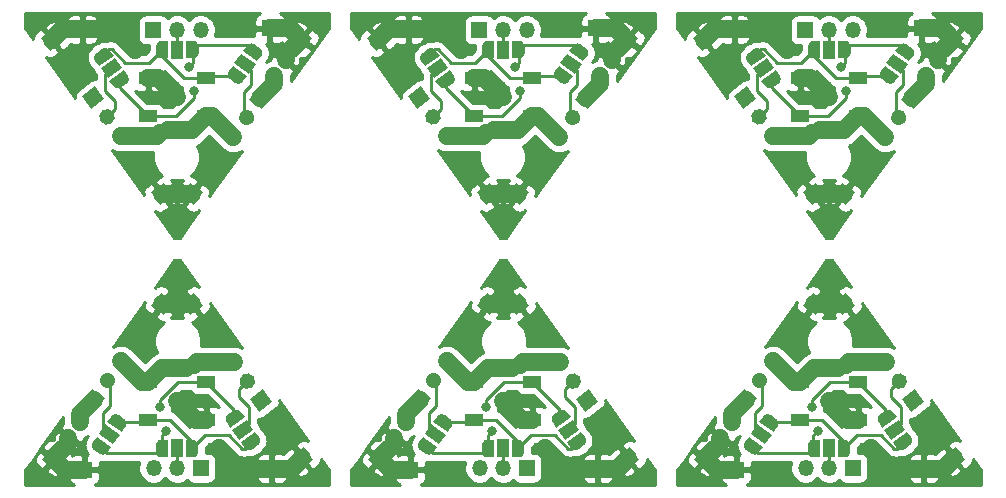
<source format=gtl>
G04 #@! TF.GenerationSoftware,KiCad,Pcbnew,(5.1.12)-1*
G04 #@! TF.CreationDate,2023-06-19T18:47:51+09:00*
G04 #@! TF.ProjectId,LED_Sphere_3V-TypeA-Panelized,4c45445f-5370-4686-9572-655f33562d54,rev?*
G04 #@! TF.SameCoordinates,PX5f5e100PY68e7780*
G04 #@! TF.FileFunction,Copper,L1,Top*
G04 #@! TF.FilePolarity,Positive*
%FSLAX46Y46*%
G04 Gerber Fmt 4.6, Leading zero omitted, Abs format (unit mm)*
G04 Created by KiCad (PCBNEW (5.1.12)-1) date 2023-06-19 18:47:51*
%MOMM*%
%LPD*%
G01*
G04 APERTURE LIST*
G04 #@! TA.AperFunction,SMDPad,CuDef*
%ADD10C,0.100000*%
G04 #@! TD*
G04 #@! TA.AperFunction,ComponentPad*
%ADD11R,1.350000X1.350000*%
G04 #@! TD*
G04 #@! TA.AperFunction,SMDPad,CuDef*
%ADD12R,1.000000X1.500000*%
G04 #@! TD*
G04 #@! TA.AperFunction,ComponentPad*
%ADD13O,1.350000X1.350000*%
G04 #@! TD*
G04 #@! TA.AperFunction,ComponentPad*
%ADD14C,0.100000*%
G04 #@! TD*
G04 #@! TA.AperFunction,SMDPad,CuDef*
%ADD15R,1.500000X1.000000*%
G04 #@! TD*
G04 #@! TA.AperFunction,ViaPad*
%ADD16C,1.500000*%
G04 #@! TD*
G04 #@! TA.AperFunction,ViaPad*
%ADD17C,0.800000*%
G04 #@! TD*
G04 #@! TA.AperFunction,Conductor*
%ADD18C,1.500000*%
G04 #@! TD*
G04 #@! TA.AperFunction,Conductor*
%ADD19C,0.250000*%
G04 #@! TD*
G04 #@! TA.AperFunction,Conductor*
%ADD20C,0.254000*%
G04 #@! TD*
G04 #@! TA.AperFunction,Conductor*
%ADD21C,0.100000*%
G04 #@! TD*
G04 APERTURE END LIST*
G04 #@! TA.AperFunction,SMDPad,CuDef*
D10*
G36*
X8985807Y35743115D02*
G01*
X9304412Y35294795D01*
X9303921Y35294446D01*
X9318133Y35274448D01*
X9342499Y35231858D01*
X9362575Y35187085D01*
X9378164Y35140559D01*
X9389119Y35092730D01*
X9395332Y35044058D01*
X9396745Y34995010D01*
X9393344Y34946061D01*
X9385161Y34897679D01*
X9372275Y34850335D01*
X9354810Y34804480D01*
X9332937Y34760558D01*
X9306862Y34718992D01*
X9276838Y34680181D01*
X9243155Y34644501D01*
X9206138Y34612293D01*
X9186140Y34598081D01*
X9186489Y34597590D01*
X8778925Y34307950D01*
X8778576Y34308441D01*
X8758578Y34294228D01*
X8715988Y34269862D01*
X8671215Y34249787D01*
X8624689Y34234197D01*
X8576860Y34223242D01*
X8528187Y34217030D01*
X8479140Y34215616D01*
X8430191Y34219018D01*
X8381809Y34227201D01*
X8334464Y34240086D01*
X8288610Y34257551D01*
X8244688Y34279425D01*
X8203122Y34305500D01*
X8164311Y34335523D01*
X8128631Y34369206D01*
X8096423Y34406224D01*
X8082211Y34426222D01*
X8081720Y34425873D01*
X7763116Y34874193D01*
X8985807Y35743115D01*
G37*
G04 #@! TD.AperFunction*
G04 #@! TA.AperFunction,SMDPad,CuDef*
G36*
X6576079Y36545554D02*
G01*
X6561867Y36565552D01*
X6537501Y36608142D01*
X6517425Y36652915D01*
X6501836Y36699441D01*
X6490881Y36747270D01*
X6484668Y36795942D01*
X6483255Y36844990D01*
X6486656Y36893939D01*
X6494839Y36942321D01*
X6507725Y36989665D01*
X6525190Y37035520D01*
X6547063Y37079442D01*
X6573138Y37121008D01*
X6603162Y37159819D01*
X6636845Y37195499D01*
X6673862Y37227707D01*
X6693860Y37241919D01*
X6693511Y37242410D01*
X7101075Y37532050D01*
X7101424Y37531559D01*
X7121422Y37545772D01*
X7164012Y37570138D01*
X7208785Y37590213D01*
X7255311Y37605803D01*
X7303140Y37616758D01*
X7351813Y37622970D01*
X7400860Y37624384D01*
X7449809Y37620982D01*
X7498191Y37612799D01*
X7545536Y37599914D01*
X7591390Y37582449D01*
X7635312Y37560575D01*
X7676878Y37534500D01*
X7715689Y37504477D01*
X7751369Y37470794D01*
X7783577Y37433776D01*
X7797789Y37413778D01*
X7798280Y37414127D01*
X8116884Y36965807D01*
X6894193Y36096885D01*
X6575588Y36545205D01*
X6576079Y36545554D01*
G37*
G04 #@! TD.AperFunction*
G04 #@! TA.AperFunction,SMDPad,CuDef*
G36*
X8840986Y35946897D02*
G01*
X7618295Y35077975D01*
X7039014Y35893103D01*
X8261705Y36762025D01*
X8840986Y35946897D01*
G37*
G04 #@! TD.AperFunction*
G04 #@! TA.AperFunction,SMDPad,CuDef*
G36*
X36585807Y35743115D02*
G01*
X36904412Y35294795D01*
X36903921Y35294446D01*
X36918133Y35274448D01*
X36942499Y35231858D01*
X36962575Y35187085D01*
X36978164Y35140559D01*
X36989119Y35092730D01*
X36995332Y35044058D01*
X36996745Y34995010D01*
X36993344Y34946061D01*
X36985161Y34897679D01*
X36972275Y34850335D01*
X36954810Y34804480D01*
X36932937Y34760558D01*
X36906862Y34718992D01*
X36876838Y34680181D01*
X36843155Y34644501D01*
X36806138Y34612293D01*
X36786140Y34598081D01*
X36786489Y34597590D01*
X36378925Y34307950D01*
X36378576Y34308441D01*
X36358578Y34294228D01*
X36315988Y34269862D01*
X36271215Y34249787D01*
X36224689Y34234197D01*
X36176860Y34223242D01*
X36128187Y34217030D01*
X36079140Y34215616D01*
X36030191Y34219018D01*
X35981809Y34227201D01*
X35934464Y34240086D01*
X35888610Y34257551D01*
X35844688Y34279425D01*
X35803122Y34305500D01*
X35764311Y34335523D01*
X35728631Y34369206D01*
X35696423Y34406224D01*
X35682211Y34426222D01*
X35681720Y34425873D01*
X35363116Y34874193D01*
X36585807Y35743115D01*
G37*
G04 #@! TD.AperFunction*
G04 #@! TA.AperFunction,SMDPad,CuDef*
G36*
X34176079Y36545554D02*
G01*
X34161867Y36565552D01*
X34137501Y36608142D01*
X34117425Y36652915D01*
X34101836Y36699441D01*
X34090881Y36747270D01*
X34084668Y36795942D01*
X34083255Y36844990D01*
X34086656Y36893939D01*
X34094839Y36942321D01*
X34107725Y36989665D01*
X34125190Y37035520D01*
X34147063Y37079442D01*
X34173138Y37121008D01*
X34203162Y37159819D01*
X34236845Y37195499D01*
X34273862Y37227707D01*
X34293860Y37241919D01*
X34293511Y37242410D01*
X34701075Y37532050D01*
X34701424Y37531559D01*
X34721422Y37545772D01*
X34764012Y37570138D01*
X34808785Y37590213D01*
X34855311Y37605803D01*
X34903140Y37616758D01*
X34951813Y37622970D01*
X35000860Y37624384D01*
X35049809Y37620982D01*
X35098191Y37612799D01*
X35145536Y37599914D01*
X35191390Y37582449D01*
X35235312Y37560575D01*
X35276878Y37534500D01*
X35315689Y37504477D01*
X35351369Y37470794D01*
X35383577Y37433776D01*
X35397789Y37413778D01*
X35398280Y37414127D01*
X35716884Y36965807D01*
X34494193Y36096885D01*
X34175588Y36545205D01*
X34176079Y36545554D01*
G37*
G04 #@! TD.AperFunction*
G04 #@! TA.AperFunction,SMDPad,CuDef*
G36*
X36440986Y35946897D02*
G01*
X35218295Y35077975D01*
X34639014Y35893103D01*
X35861705Y36762025D01*
X36440986Y35946897D01*
G37*
G04 #@! TD.AperFunction*
G04 #@! TA.AperFunction,SMDPad,CuDef*
G36*
X64185807Y35743115D02*
G01*
X64504412Y35294795D01*
X64503921Y35294446D01*
X64518133Y35274448D01*
X64542499Y35231858D01*
X64562575Y35187085D01*
X64578164Y35140559D01*
X64589119Y35092730D01*
X64595332Y35044058D01*
X64596745Y34995010D01*
X64593344Y34946061D01*
X64585161Y34897679D01*
X64572275Y34850335D01*
X64554810Y34804480D01*
X64532937Y34760558D01*
X64506862Y34718992D01*
X64476838Y34680181D01*
X64443155Y34644501D01*
X64406138Y34612293D01*
X64386140Y34598081D01*
X64386489Y34597590D01*
X63978925Y34307950D01*
X63978576Y34308441D01*
X63958578Y34294228D01*
X63915988Y34269862D01*
X63871215Y34249787D01*
X63824689Y34234197D01*
X63776860Y34223242D01*
X63728187Y34217030D01*
X63679140Y34215616D01*
X63630191Y34219018D01*
X63581809Y34227201D01*
X63534464Y34240086D01*
X63488610Y34257551D01*
X63444688Y34279425D01*
X63403122Y34305500D01*
X63364311Y34335523D01*
X63328631Y34369206D01*
X63296423Y34406224D01*
X63282211Y34426222D01*
X63281720Y34425873D01*
X62963116Y34874193D01*
X64185807Y35743115D01*
G37*
G04 #@! TD.AperFunction*
G04 #@! TA.AperFunction,SMDPad,CuDef*
G36*
X61776079Y36545554D02*
G01*
X61761867Y36565552D01*
X61737501Y36608142D01*
X61717425Y36652915D01*
X61701836Y36699441D01*
X61690881Y36747270D01*
X61684668Y36795942D01*
X61683255Y36844990D01*
X61686656Y36893939D01*
X61694839Y36942321D01*
X61707725Y36989665D01*
X61725190Y37035520D01*
X61747063Y37079442D01*
X61773138Y37121008D01*
X61803162Y37159819D01*
X61836845Y37195499D01*
X61873862Y37227707D01*
X61893860Y37241919D01*
X61893511Y37242410D01*
X62301075Y37532050D01*
X62301424Y37531559D01*
X62321422Y37545772D01*
X62364012Y37570138D01*
X62408785Y37590213D01*
X62455311Y37605803D01*
X62503140Y37616758D01*
X62551813Y37622970D01*
X62600860Y37624384D01*
X62649809Y37620982D01*
X62698191Y37612799D01*
X62745536Y37599914D01*
X62791390Y37582449D01*
X62835312Y37560575D01*
X62876878Y37534500D01*
X62915689Y37504477D01*
X62951369Y37470794D01*
X62983577Y37433776D01*
X62997789Y37413778D01*
X62998280Y37414127D01*
X63316884Y36965807D01*
X62094193Y36096885D01*
X61775588Y36545205D01*
X61776079Y36545554D01*
G37*
G04 #@! TD.AperFunction*
G04 #@! TA.AperFunction,SMDPad,CuDef*
G36*
X64040986Y35946897D02*
G01*
X62818295Y35077975D01*
X62239014Y35893103D01*
X63461705Y36762025D01*
X64040986Y35946897D01*
G37*
G04 #@! TD.AperFunction*
G04 #@! TA.AperFunction,SMDPad,CuDef*
G36*
X73214193Y5476885D02*
G01*
X72895588Y5925205D01*
X72896079Y5925554D01*
X72881867Y5945552D01*
X72857501Y5988142D01*
X72837425Y6032915D01*
X72821836Y6079441D01*
X72810881Y6127270D01*
X72804668Y6175942D01*
X72803255Y6224990D01*
X72806656Y6273939D01*
X72814839Y6322321D01*
X72827725Y6369665D01*
X72845190Y6415520D01*
X72867063Y6459442D01*
X72893138Y6501008D01*
X72923162Y6539819D01*
X72956845Y6575499D01*
X72993862Y6607707D01*
X73013860Y6621919D01*
X73013511Y6622410D01*
X73421075Y6912050D01*
X73421424Y6911559D01*
X73441422Y6925772D01*
X73484012Y6950138D01*
X73528785Y6970213D01*
X73575311Y6985803D01*
X73623140Y6996758D01*
X73671813Y7002970D01*
X73720860Y7004384D01*
X73769809Y7000982D01*
X73818191Y6992799D01*
X73865536Y6979914D01*
X73911390Y6962449D01*
X73955312Y6940575D01*
X73996878Y6914500D01*
X74035689Y6884477D01*
X74071369Y6850794D01*
X74103577Y6813776D01*
X74117789Y6793778D01*
X74118280Y6794127D01*
X74436884Y6345807D01*
X73214193Y5476885D01*
G37*
G04 #@! TD.AperFunction*
G04 #@! TA.AperFunction,SMDPad,CuDef*
G36*
X75623921Y4674446D02*
G01*
X75638133Y4654448D01*
X75662499Y4611858D01*
X75682575Y4567085D01*
X75698164Y4520559D01*
X75709119Y4472730D01*
X75715332Y4424058D01*
X75716745Y4375010D01*
X75713344Y4326061D01*
X75705161Y4277679D01*
X75692275Y4230335D01*
X75674810Y4184480D01*
X75652937Y4140558D01*
X75626862Y4098992D01*
X75596838Y4060181D01*
X75563155Y4024501D01*
X75526138Y3992293D01*
X75506140Y3978081D01*
X75506489Y3977590D01*
X75098925Y3687950D01*
X75098576Y3688441D01*
X75078578Y3674228D01*
X75035988Y3649862D01*
X74991215Y3629787D01*
X74944689Y3614197D01*
X74896860Y3603242D01*
X74848187Y3597030D01*
X74799140Y3595616D01*
X74750191Y3599018D01*
X74701809Y3607201D01*
X74654464Y3620086D01*
X74608610Y3637551D01*
X74564688Y3659425D01*
X74523122Y3685500D01*
X74484311Y3715523D01*
X74448631Y3749206D01*
X74416423Y3786224D01*
X74402211Y3806222D01*
X74401720Y3805873D01*
X74083116Y4254193D01*
X75305807Y5123115D01*
X75624412Y4674795D01*
X75623921Y4674446D01*
G37*
G04 #@! TD.AperFunction*
G04 #@! TA.AperFunction,SMDPad,CuDef*
G36*
X73359014Y5273103D02*
G01*
X74581705Y6142025D01*
X75160986Y5326897D01*
X73938295Y4457975D01*
X73359014Y5273103D01*
G37*
G04 #@! TD.AperFunction*
G04 #@! TA.AperFunction,SMDPad,CuDef*
G36*
X45614193Y5476885D02*
G01*
X45295588Y5925205D01*
X45296079Y5925554D01*
X45281867Y5945552D01*
X45257501Y5988142D01*
X45237425Y6032915D01*
X45221836Y6079441D01*
X45210881Y6127270D01*
X45204668Y6175942D01*
X45203255Y6224990D01*
X45206656Y6273939D01*
X45214839Y6322321D01*
X45227725Y6369665D01*
X45245190Y6415520D01*
X45267063Y6459442D01*
X45293138Y6501008D01*
X45323162Y6539819D01*
X45356845Y6575499D01*
X45393862Y6607707D01*
X45413860Y6621919D01*
X45413511Y6622410D01*
X45821075Y6912050D01*
X45821424Y6911559D01*
X45841422Y6925772D01*
X45884012Y6950138D01*
X45928785Y6970213D01*
X45975311Y6985803D01*
X46023140Y6996758D01*
X46071813Y7002970D01*
X46120860Y7004384D01*
X46169809Y7000982D01*
X46218191Y6992799D01*
X46265536Y6979914D01*
X46311390Y6962449D01*
X46355312Y6940575D01*
X46396878Y6914500D01*
X46435689Y6884477D01*
X46471369Y6850794D01*
X46503577Y6813776D01*
X46517789Y6793778D01*
X46518280Y6794127D01*
X46836884Y6345807D01*
X45614193Y5476885D01*
G37*
G04 #@! TD.AperFunction*
G04 #@! TA.AperFunction,SMDPad,CuDef*
G36*
X48023921Y4674446D02*
G01*
X48038133Y4654448D01*
X48062499Y4611858D01*
X48082575Y4567085D01*
X48098164Y4520559D01*
X48109119Y4472730D01*
X48115332Y4424058D01*
X48116745Y4375010D01*
X48113344Y4326061D01*
X48105161Y4277679D01*
X48092275Y4230335D01*
X48074810Y4184480D01*
X48052937Y4140558D01*
X48026862Y4098992D01*
X47996838Y4060181D01*
X47963155Y4024501D01*
X47926138Y3992293D01*
X47906140Y3978081D01*
X47906489Y3977590D01*
X47498925Y3687950D01*
X47498576Y3688441D01*
X47478578Y3674228D01*
X47435988Y3649862D01*
X47391215Y3629787D01*
X47344689Y3614197D01*
X47296860Y3603242D01*
X47248187Y3597030D01*
X47199140Y3595616D01*
X47150191Y3599018D01*
X47101809Y3607201D01*
X47054464Y3620086D01*
X47008610Y3637551D01*
X46964688Y3659425D01*
X46923122Y3685500D01*
X46884311Y3715523D01*
X46848631Y3749206D01*
X46816423Y3786224D01*
X46802211Y3806222D01*
X46801720Y3805873D01*
X46483116Y4254193D01*
X47705807Y5123115D01*
X48024412Y4674795D01*
X48023921Y4674446D01*
G37*
G04 #@! TD.AperFunction*
G04 #@! TA.AperFunction,SMDPad,CuDef*
G36*
X45759014Y5273103D02*
G01*
X46981705Y6142025D01*
X47560986Y5326897D01*
X46338295Y4457975D01*
X45759014Y5273103D01*
G37*
G04 #@! TD.AperFunction*
D11*
X5470000Y39200000D03*
X33070000Y39200000D03*
X60670000Y39200000D03*
X76730000Y2020000D03*
X49130000Y2020000D03*
G04 #@! TA.AperFunction,SMDPad,CuDef*
D10*
G36*
X18928295Y37152025D02*
G01*
X20150986Y36283103D01*
X19571705Y35467975D01*
X18349014Y36336897D01*
X18928295Y37152025D01*
G37*
G04 #@! TD.AperFunction*
G04 #@! TA.AperFunction,SMDPad,CuDef*
G36*
X19107789Y34816222D02*
G01*
X19093577Y34796224D01*
X19061369Y34759206D01*
X19025689Y34725523D01*
X18986878Y34695500D01*
X18945312Y34669425D01*
X18901390Y34647551D01*
X18855536Y34630086D01*
X18808191Y34617201D01*
X18759809Y34609018D01*
X18710860Y34605616D01*
X18661813Y34607030D01*
X18613140Y34613242D01*
X18565311Y34624197D01*
X18518785Y34639787D01*
X18474012Y34659862D01*
X18431422Y34684228D01*
X18411424Y34698441D01*
X18411075Y34697950D01*
X18003511Y34987590D01*
X18003860Y34988081D01*
X17983862Y35002293D01*
X17946845Y35034501D01*
X17913162Y35070181D01*
X17883138Y35108992D01*
X17857063Y35150558D01*
X17835190Y35194480D01*
X17817725Y35240335D01*
X17804839Y35287679D01*
X17796656Y35336061D01*
X17793255Y35385010D01*
X17794668Y35434058D01*
X17800881Y35482730D01*
X17811836Y35530559D01*
X17827425Y35577085D01*
X17847501Y35621858D01*
X17871867Y35664448D01*
X17886079Y35684446D01*
X17885588Y35684795D01*
X18204193Y36133115D01*
X19426884Y35264193D01*
X19108280Y34815873D01*
X19107789Y34816222D01*
G37*
G04 #@! TD.AperFunction*
G04 #@! TA.AperFunction,SMDPad,CuDef*
G36*
X19073116Y37355807D02*
G01*
X19391720Y37804127D01*
X19392211Y37803778D01*
X19406423Y37823776D01*
X19438631Y37860794D01*
X19474311Y37894477D01*
X19513122Y37924500D01*
X19554688Y37950575D01*
X19598610Y37972449D01*
X19644464Y37989914D01*
X19691809Y38002799D01*
X19740191Y38010982D01*
X19789140Y38014384D01*
X19838187Y38012970D01*
X19886860Y38006758D01*
X19934689Y37995803D01*
X19981215Y37980213D01*
X20025988Y37960138D01*
X20068578Y37935772D01*
X20088576Y37921559D01*
X20088925Y37922050D01*
X20496489Y37632410D01*
X20496140Y37631919D01*
X20516138Y37617707D01*
X20553155Y37585499D01*
X20586838Y37549819D01*
X20616862Y37511008D01*
X20642937Y37469442D01*
X20664810Y37425520D01*
X20682275Y37379665D01*
X20695161Y37332321D01*
X20703344Y37283939D01*
X20706745Y37234990D01*
X20705332Y37185942D01*
X20699119Y37137270D01*
X20688164Y37089441D01*
X20672575Y37042915D01*
X20652499Y36998142D01*
X20628133Y36955552D01*
X20613921Y36935554D01*
X20614412Y36935205D01*
X20295807Y36486885D01*
X19073116Y37355807D01*
G37*
G04 #@! TD.AperFunction*
G04 #@! TA.AperFunction,SMDPad,CuDef*
G36*
X46528295Y37152025D02*
G01*
X47750986Y36283103D01*
X47171705Y35467975D01*
X45949014Y36336897D01*
X46528295Y37152025D01*
G37*
G04 #@! TD.AperFunction*
G04 #@! TA.AperFunction,SMDPad,CuDef*
G36*
X46707789Y34816222D02*
G01*
X46693577Y34796224D01*
X46661369Y34759206D01*
X46625689Y34725523D01*
X46586878Y34695500D01*
X46545312Y34669425D01*
X46501390Y34647551D01*
X46455536Y34630086D01*
X46408191Y34617201D01*
X46359809Y34609018D01*
X46310860Y34605616D01*
X46261813Y34607030D01*
X46213140Y34613242D01*
X46165311Y34624197D01*
X46118785Y34639787D01*
X46074012Y34659862D01*
X46031422Y34684228D01*
X46011424Y34698441D01*
X46011075Y34697950D01*
X45603511Y34987590D01*
X45603860Y34988081D01*
X45583862Y35002293D01*
X45546845Y35034501D01*
X45513162Y35070181D01*
X45483138Y35108992D01*
X45457063Y35150558D01*
X45435190Y35194480D01*
X45417725Y35240335D01*
X45404839Y35287679D01*
X45396656Y35336061D01*
X45393255Y35385010D01*
X45394668Y35434058D01*
X45400881Y35482730D01*
X45411836Y35530559D01*
X45427425Y35577085D01*
X45447501Y35621858D01*
X45471867Y35664448D01*
X45486079Y35684446D01*
X45485588Y35684795D01*
X45804193Y36133115D01*
X47026884Y35264193D01*
X46708280Y34815873D01*
X46707789Y34816222D01*
G37*
G04 #@! TD.AperFunction*
G04 #@! TA.AperFunction,SMDPad,CuDef*
G36*
X46673116Y37355807D02*
G01*
X46991720Y37804127D01*
X46992211Y37803778D01*
X47006423Y37823776D01*
X47038631Y37860794D01*
X47074311Y37894477D01*
X47113122Y37924500D01*
X47154688Y37950575D01*
X47198610Y37972449D01*
X47244464Y37989914D01*
X47291809Y38002799D01*
X47340191Y38010982D01*
X47389140Y38014384D01*
X47438187Y38012970D01*
X47486860Y38006758D01*
X47534689Y37995803D01*
X47581215Y37980213D01*
X47625988Y37960138D01*
X47668578Y37935772D01*
X47688576Y37921559D01*
X47688925Y37922050D01*
X48096489Y37632410D01*
X48096140Y37631919D01*
X48116138Y37617707D01*
X48153155Y37585499D01*
X48186838Y37549819D01*
X48216862Y37511008D01*
X48242937Y37469442D01*
X48264810Y37425520D01*
X48282275Y37379665D01*
X48295161Y37332321D01*
X48303344Y37283939D01*
X48306745Y37234990D01*
X48305332Y37185942D01*
X48299119Y37137270D01*
X48288164Y37089441D01*
X48272575Y37042915D01*
X48252499Y36998142D01*
X48228133Y36955552D01*
X48213921Y36935554D01*
X48214412Y36935205D01*
X47895807Y36486885D01*
X46673116Y37355807D01*
G37*
G04 #@! TD.AperFunction*
G04 #@! TA.AperFunction,SMDPad,CuDef*
G36*
X74128295Y37152025D02*
G01*
X75350986Y36283103D01*
X74771705Y35467975D01*
X73549014Y36336897D01*
X74128295Y37152025D01*
G37*
G04 #@! TD.AperFunction*
G04 #@! TA.AperFunction,SMDPad,CuDef*
G36*
X74307789Y34816222D02*
G01*
X74293577Y34796224D01*
X74261369Y34759206D01*
X74225689Y34725523D01*
X74186878Y34695500D01*
X74145312Y34669425D01*
X74101390Y34647551D01*
X74055536Y34630086D01*
X74008191Y34617201D01*
X73959809Y34609018D01*
X73910860Y34605616D01*
X73861813Y34607030D01*
X73813140Y34613242D01*
X73765311Y34624197D01*
X73718785Y34639787D01*
X73674012Y34659862D01*
X73631422Y34684228D01*
X73611424Y34698441D01*
X73611075Y34697950D01*
X73203511Y34987590D01*
X73203860Y34988081D01*
X73183862Y35002293D01*
X73146845Y35034501D01*
X73113162Y35070181D01*
X73083138Y35108992D01*
X73057063Y35150558D01*
X73035190Y35194480D01*
X73017725Y35240335D01*
X73004839Y35287679D01*
X72996656Y35336061D01*
X72993255Y35385010D01*
X72994668Y35434058D01*
X73000881Y35482730D01*
X73011836Y35530559D01*
X73027425Y35577085D01*
X73047501Y35621858D01*
X73071867Y35664448D01*
X73086079Y35684446D01*
X73085588Y35684795D01*
X73404193Y36133115D01*
X74626884Y35264193D01*
X74308280Y34815873D01*
X74307789Y34816222D01*
G37*
G04 #@! TD.AperFunction*
G04 #@! TA.AperFunction,SMDPad,CuDef*
G36*
X74273116Y37355807D02*
G01*
X74591720Y37804127D01*
X74592211Y37803778D01*
X74606423Y37823776D01*
X74638631Y37860794D01*
X74674311Y37894477D01*
X74713122Y37924500D01*
X74754688Y37950575D01*
X74798610Y37972449D01*
X74844464Y37989914D01*
X74891809Y38002799D01*
X74940191Y38010982D01*
X74989140Y38014384D01*
X75038187Y38012970D01*
X75086860Y38006758D01*
X75134689Y37995803D01*
X75181215Y37980213D01*
X75225988Y37960138D01*
X75268578Y37935772D01*
X75288576Y37921559D01*
X75288925Y37922050D01*
X75696489Y37632410D01*
X75696140Y37631919D01*
X75716138Y37617707D01*
X75753155Y37585499D01*
X75786838Y37549819D01*
X75816862Y37511008D01*
X75842937Y37469442D01*
X75864810Y37425520D01*
X75882275Y37379665D01*
X75895161Y37332321D01*
X75903344Y37283939D01*
X75906745Y37234990D01*
X75905332Y37185942D01*
X75899119Y37137270D01*
X75888164Y37089441D01*
X75872575Y37042915D01*
X75852499Y36998142D01*
X75828133Y36955552D01*
X75813921Y36935554D01*
X75814412Y36935205D01*
X75495807Y36486885D01*
X74273116Y37355807D01*
G37*
G04 #@! TD.AperFunction*
G04 #@! TA.AperFunction,SMDPad,CuDef*
G36*
X63271705Y4067975D02*
G01*
X62049014Y4936897D01*
X62628295Y5752025D01*
X63850986Y4883103D01*
X63271705Y4067975D01*
G37*
G04 #@! TD.AperFunction*
G04 #@! TA.AperFunction,SMDPad,CuDef*
G36*
X63092211Y6403778D02*
G01*
X63106423Y6423776D01*
X63138631Y6460794D01*
X63174311Y6494477D01*
X63213122Y6524500D01*
X63254688Y6550575D01*
X63298610Y6572449D01*
X63344464Y6589914D01*
X63391809Y6602799D01*
X63440191Y6610982D01*
X63489140Y6614384D01*
X63538187Y6612970D01*
X63586860Y6606758D01*
X63634689Y6595803D01*
X63681215Y6580213D01*
X63725988Y6560138D01*
X63768578Y6535772D01*
X63788576Y6521559D01*
X63788925Y6522050D01*
X64196489Y6232410D01*
X64196140Y6231919D01*
X64216138Y6217707D01*
X64253155Y6185499D01*
X64286838Y6149819D01*
X64316862Y6111008D01*
X64342937Y6069442D01*
X64364810Y6025520D01*
X64382275Y5979665D01*
X64395161Y5932321D01*
X64403344Y5883939D01*
X64406745Y5834990D01*
X64405332Y5785942D01*
X64399119Y5737270D01*
X64388164Y5689441D01*
X64372575Y5642915D01*
X64352499Y5598142D01*
X64328133Y5555552D01*
X64313921Y5535554D01*
X64314412Y5535205D01*
X63995807Y5086885D01*
X62773116Y5955807D01*
X63091720Y6404127D01*
X63092211Y6403778D01*
G37*
G04 #@! TD.AperFunction*
G04 #@! TA.AperFunction,SMDPad,CuDef*
G36*
X63126884Y3864193D02*
G01*
X62808280Y3415873D01*
X62807789Y3416222D01*
X62793577Y3396224D01*
X62761369Y3359206D01*
X62725689Y3325523D01*
X62686878Y3295500D01*
X62645312Y3269425D01*
X62601390Y3247551D01*
X62555536Y3230086D01*
X62508191Y3217201D01*
X62459809Y3209018D01*
X62410860Y3205616D01*
X62361813Y3207030D01*
X62313140Y3213242D01*
X62265311Y3224197D01*
X62218785Y3239787D01*
X62174012Y3259862D01*
X62131422Y3284228D01*
X62111424Y3298441D01*
X62111075Y3297950D01*
X61703511Y3587590D01*
X61703860Y3588081D01*
X61683862Y3602293D01*
X61646845Y3634501D01*
X61613162Y3670181D01*
X61583138Y3708992D01*
X61557063Y3750558D01*
X61535190Y3794480D01*
X61517725Y3840335D01*
X61504839Y3887679D01*
X61496656Y3936061D01*
X61493255Y3985010D01*
X61494668Y4034058D01*
X61500881Y4082730D01*
X61511836Y4130559D01*
X61527425Y4177085D01*
X61547501Y4221858D01*
X61571867Y4264448D01*
X61586079Y4284446D01*
X61585588Y4284795D01*
X61904193Y4733115D01*
X63126884Y3864193D01*
G37*
G04 #@! TD.AperFunction*
G04 #@! TA.AperFunction,SMDPad,CuDef*
G36*
X35671705Y4067975D02*
G01*
X34449014Y4936897D01*
X35028295Y5752025D01*
X36250986Y4883103D01*
X35671705Y4067975D01*
G37*
G04 #@! TD.AperFunction*
G04 #@! TA.AperFunction,SMDPad,CuDef*
G36*
X35492211Y6403778D02*
G01*
X35506423Y6423776D01*
X35538631Y6460794D01*
X35574311Y6494477D01*
X35613122Y6524500D01*
X35654688Y6550575D01*
X35698610Y6572449D01*
X35744464Y6589914D01*
X35791809Y6602799D01*
X35840191Y6610982D01*
X35889140Y6614384D01*
X35938187Y6612970D01*
X35986860Y6606758D01*
X36034689Y6595803D01*
X36081215Y6580213D01*
X36125988Y6560138D01*
X36168578Y6535772D01*
X36188576Y6521559D01*
X36188925Y6522050D01*
X36596489Y6232410D01*
X36596140Y6231919D01*
X36616138Y6217707D01*
X36653155Y6185499D01*
X36686838Y6149819D01*
X36716862Y6111008D01*
X36742937Y6069442D01*
X36764810Y6025520D01*
X36782275Y5979665D01*
X36795161Y5932321D01*
X36803344Y5883939D01*
X36806745Y5834990D01*
X36805332Y5785942D01*
X36799119Y5737270D01*
X36788164Y5689441D01*
X36772575Y5642915D01*
X36752499Y5598142D01*
X36728133Y5555552D01*
X36713921Y5535554D01*
X36714412Y5535205D01*
X36395807Y5086885D01*
X35173116Y5955807D01*
X35491720Y6404127D01*
X35492211Y6403778D01*
G37*
G04 #@! TD.AperFunction*
G04 #@! TA.AperFunction,SMDPad,CuDef*
G36*
X35526884Y3864193D02*
G01*
X35208280Y3415873D01*
X35207789Y3416222D01*
X35193577Y3396224D01*
X35161369Y3359206D01*
X35125689Y3325523D01*
X35086878Y3295500D01*
X35045312Y3269425D01*
X35001390Y3247551D01*
X34955536Y3230086D01*
X34908191Y3217201D01*
X34859809Y3209018D01*
X34810860Y3205616D01*
X34761813Y3207030D01*
X34713140Y3213242D01*
X34665311Y3224197D01*
X34618785Y3239787D01*
X34574012Y3259862D01*
X34531422Y3284228D01*
X34511424Y3298441D01*
X34511075Y3297950D01*
X34103511Y3587590D01*
X34103860Y3588081D01*
X34083862Y3602293D01*
X34046845Y3634501D01*
X34013162Y3670181D01*
X33983138Y3708992D01*
X33957063Y3750558D01*
X33935190Y3794480D01*
X33917725Y3840335D01*
X33904839Y3887679D01*
X33896656Y3936061D01*
X33893255Y3985010D01*
X33894668Y4034058D01*
X33900881Y4082730D01*
X33911836Y4130559D01*
X33927425Y4177085D01*
X33947501Y4221858D01*
X33971867Y4264448D01*
X33986079Y4284446D01*
X33985588Y4284795D01*
X34304193Y4733115D01*
X35526884Y3864193D01*
G37*
G04 #@! TD.AperFunction*
D12*
X13520000Y37500000D03*
G04 #@! TA.AperFunction,SMDPad,CuDef*
D10*
G36*
X12220000Y36750602D02*
G01*
X12195466Y36750602D01*
X12146635Y36755412D01*
X12098510Y36764984D01*
X12051555Y36779228D01*
X12006222Y36798005D01*
X11962949Y36821136D01*
X11922150Y36848396D01*
X11884221Y36879524D01*
X11849524Y36914221D01*
X11818396Y36952150D01*
X11791136Y36992949D01*
X11768005Y37036222D01*
X11749228Y37081555D01*
X11734984Y37128510D01*
X11725412Y37176635D01*
X11720602Y37225466D01*
X11720602Y37250000D01*
X11720000Y37250000D01*
X11720000Y37750000D01*
X11720602Y37750000D01*
X11720602Y37774534D01*
X11725412Y37823365D01*
X11734984Y37871490D01*
X11749228Y37918445D01*
X11768005Y37963778D01*
X11791136Y38007051D01*
X11818396Y38047850D01*
X11849524Y38085779D01*
X11884221Y38120476D01*
X11922150Y38151604D01*
X11962949Y38178864D01*
X12006222Y38201995D01*
X12051555Y38220772D01*
X12098510Y38235016D01*
X12146635Y38244588D01*
X12195466Y38249398D01*
X12220000Y38249398D01*
X12220000Y38250000D01*
X12770000Y38250000D01*
X12770000Y36750000D01*
X12220000Y36750000D01*
X12220000Y36750602D01*
G37*
G04 #@! TD.AperFunction*
G04 #@! TA.AperFunction,SMDPad,CuDef*
G36*
X14270000Y38250000D02*
G01*
X14820000Y38250000D01*
X14820000Y38249398D01*
X14844534Y38249398D01*
X14893365Y38244588D01*
X14941490Y38235016D01*
X14988445Y38220772D01*
X15033778Y38201995D01*
X15077051Y38178864D01*
X15117850Y38151604D01*
X15155779Y38120476D01*
X15190476Y38085779D01*
X15221604Y38047850D01*
X15248864Y38007051D01*
X15271995Y37963778D01*
X15290772Y37918445D01*
X15305016Y37871490D01*
X15314588Y37823365D01*
X15319398Y37774534D01*
X15319398Y37750000D01*
X15320000Y37750000D01*
X15320000Y37250000D01*
X15319398Y37250000D01*
X15319398Y37225466D01*
X15314588Y37176635D01*
X15305016Y37128510D01*
X15290772Y37081555D01*
X15271995Y37036222D01*
X15248864Y36992949D01*
X15221604Y36952150D01*
X15190476Y36914221D01*
X15155779Y36879524D01*
X15117850Y36848396D01*
X15077051Y36821136D01*
X15033778Y36798005D01*
X14988445Y36779228D01*
X14941490Y36764984D01*
X14893365Y36755412D01*
X14844534Y36750602D01*
X14820000Y36750602D01*
X14820000Y36750000D01*
X14270000Y36750000D01*
X14270000Y38250000D01*
G37*
G04 #@! TD.AperFunction*
D12*
X41120000Y37500000D03*
G04 #@! TA.AperFunction,SMDPad,CuDef*
D10*
G36*
X39820000Y36750602D02*
G01*
X39795466Y36750602D01*
X39746635Y36755412D01*
X39698510Y36764984D01*
X39651555Y36779228D01*
X39606222Y36798005D01*
X39562949Y36821136D01*
X39522150Y36848396D01*
X39484221Y36879524D01*
X39449524Y36914221D01*
X39418396Y36952150D01*
X39391136Y36992949D01*
X39368005Y37036222D01*
X39349228Y37081555D01*
X39334984Y37128510D01*
X39325412Y37176635D01*
X39320602Y37225466D01*
X39320602Y37250000D01*
X39320000Y37250000D01*
X39320000Y37750000D01*
X39320602Y37750000D01*
X39320602Y37774534D01*
X39325412Y37823365D01*
X39334984Y37871490D01*
X39349228Y37918445D01*
X39368005Y37963778D01*
X39391136Y38007051D01*
X39418396Y38047850D01*
X39449524Y38085779D01*
X39484221Y38120476D01*
X39522150Y38151604D01*
X39562949Y38178864D01*
X39606222Y38201995D01*
X39651555Y38220772D01*
X39698510Y38235016D01*
X39746635Y38244588D01*
X39795466Y38249398D01*
X39820000Y38249398D01*
X39820000Y38250000D01*
X40370000Y38250000D01*
X40370000Y36750000D01*
X39820000Y36750000D01*
X39820000Y36750602D01*
G37*
G04 #@! TD.AperFunction*
G04 #@! TA.AperFunction,SMDPad,CuDef*
G36*
X41870000Y38250000D02*
G01*
X42420000Y38250000D01*
X42420000Y38249398D01*
X42444534Y38249398D01*
X42493365Y38244588D01*
X42541490Y38235016D01*
X42588445Y38220772D01*
X42633778Y38201995D01*
X42677051Y38178864D01*
X42717850Y38151604D01*
X42755779Y38120476D01*
X42790476Y38085779D01*
X42821604Y38047850D01*
X42848864Y38007051D01*
X42871995Y37963778D01*
X42890772Y37918445D01*
X42905016Y37871490D01*
X42914588Y37823365D01*
X42919398Y37774534D01*
X42919398Y37750000D01*
X42920000Y37750000D01*
X42920000Y37250000D01*
X42919398Y37250000D01*
X42919398Y37225466D01*
X42914588Y37176635D01*
X42905016Y37128510D01*
X42890772Y37081555D01*
X42871995Y37036222D01*
X42848864Y36992949D01*
X42821604Y36952150D01*
X42790476Y36914221D01*
X42755779Y36879524D01*
X42717850Y36848396D01*
X42677051Y36821136D01*
X42633778Y36798005D01*
X42588445Y36779228D01*
X42541490Y36764984D01*
X42493365Y36755412D01*
X42444534Y36750602D01*
X42420000Y36750602D01*
X42420000Y36750000D01*
X41870000Y36750000D01*
X41870000Y38250000D01*
G37*
G04 #@! TD.AperFunction*
D12*
X68720000Y37500000D03*
G04 #@! TA.AperFunction,SMDPad,CuDef*
D10*
G36*
X67420000Y36750602D02*
G01*
X67395466Y36750602D01*
X67346635Y36755412D01*
X67298510Y36764984D01*
X67251555Y36779228D01*
X67206222Y36798005D01*
X67162949Y36821136D01*
X67122150Y36848396D01*
X67084221Y36879524D01*
X67049524Y36914221D01*
X67018396Y36952150D01*
X66991136Y36992949D01*
X66968005Y37036222D01*
X66949228Y37081555D01*
X66934984Y37128510D01*
X66925412Y37176635D01*
X66920602Y37225466D01*
X66920602Y37250000D01*
X66920000Y37250000D01*
X66920000Y37750000D01*
X66920602Y37750000D01*
X66920602Y37774534D01*
X66925412Y37823365D01*
X66934984Y37871490D01*
X66949228Y37918445D01*
X66968005Y37963778D01*
X66991136Y38007051D01*
X67018396Y38047850D01*
X67049524Y38085779D01*
X67084221Y38120476D01*
X67122150Y38151604D01*
X67162949Y38178864D01*
X67206222Y38201995D01*
X67251555Y38220772D01*
X67298510Y38235016D01*
X67346635Y38244588D01*
X67395466Y38249398D01*
X67420000Y38249398D01*
X67420000Y38250000D01*
X67970000Y38250000D01*
X67970000Y36750000D01*
X67420000Y36750000D01*
X67420000Y36750602D01*
G37*
G04 #@! TD.AperFunction*
G04 #@! TA.AperFunction,SMDPad,CuDef*
G36*
X69470000Y38250000D02*
G01*
X70020000Y38250000D01*
X70020000Y38249398D01*
X70044534Y38249398D01*
X70093365Y38244588D01*
X70141490Y38235016D01*
X70188445Y38220772D01*
X70233778Y38201995D01*
X70277051Y38178864D01*
X70317850Y38151604D01*
X70355779Y38120476D01*
X70390476Y38085779D01*
X70421604Y38047850D01*
X70448864Y38007051D01*
X70471995Y37963778D01*
X70490772Y37918445D01*
X70505016Y37871490D01*
X70514588Y37823365D01*
X70519398Y37774534D01*
X70519398Y37750000D01*
X70520000Y37750000D01*
X70520000Y37250000D01*
X70519398Y37250000D01*
X70519398Y37225466D01*
X70514588Y37176635D01*
X70505016Y37128510D01*
X70490772Y37081555D01*
X70471995Y37036222D01*
X70448864Y36992949D01*
X70421604Y36952150D01*
X70390476Y36914221D01*
X70355779Y36879524D01*
X70317850Y36848396D01*
X70277051Y36821136D01*
X70233778Y36798005D01*
X70188445Y36779228D01*
X70141490Y36764984D01*
X70093365Y36755412D01*
X70044534Y36750602D01*
X70020000Y36750602D01*
X70020000Y36750000D01*
X69470000Y36750000D01*
X69470000Y38250000D01*
G37*
G04 #@! TD.AperFunction*
D12*
X68680000Y3720000D03*
G04 #@! TA.AperFunction,SMDPad,CuDef*
D10*
G36*
X69980000Y4469398D02*
G01*
X70004534Y4469398D01*
X70053365Y4464588D01*
X70101490Y4455016D01*
X70148445Y4440772D01*
X70193778Y4421995D01*
X70237051Y4398864D01*
X70277850Y4371604D01*
X70315779Y4340476D01*
X70350476Y4305779D01*
X70381604Y4267850D01*
X70408864Y4227051D01*
X70431995Y4183778D01*
X70450772Y4138445D01*
X70465016Y4091490D01*
X70474588Y4043365D01*
X70479398Y3994534D01*
X70479398Y3970000D01*
X70480000Y3970000D01*
X70480000Y3470000D01*
X70479398Y3470000D01*
X70479398Y3445466D01*
X70474588Y3396635D01*
X70465016Y3348510D01*
X70450772Y3301555D01*
X70431995Y3256222D01*
X70408864Y3212949D01*
X70381604Y3172150D01*
X70350476Y3134221D01*
X70315779Y3099524D01*
X70277850Y3068396D01*
X70237051Y3041136D01*
X70193778Y3018005D01*
X70148445Y2999228D01*
X70101490Y2984984D01*
X70053365Y2975412D01*
X70004534Y2970602D01*
X69980000Y2970602D01*
X69980000Y2970000D01*
X69430000Y2970000D01*
X69430000Y4470000D01*
X69980000Y4470000D01*
X69980000Y4469398D01*
G37*
G04 #@! TD.AperFunction*
G04 #@! TA.AperFunction,SMDPad,CuDef*
G36*
X67930000Y2970000D02*
G01*
X67380000Y2970000D01*
X67380000Y2970602D01*
X67355466Y2970602D01*
X67306635Y2975412D01*
X67258510Y2984984D01*
X67211555Y2999228D01*
X67166222Y3018005D01*
X67122949Y3041136D01*
X67082150Y3068396D01*
X67044221Y3099524D01*
X67009524Y3134221D01*
X66978396Y3172150D01*
X66951136Y3212949D01*
X66928005Y3256222D01*
X66909228Y3301555D01*
X66894984Y3348510D01*
X66885412Y3396635D01*
X66880602Y3445466D01*
X66880602Y3470000D01*
X66880000Y3470000D01*
X66880000Y3970000D01*
X66880602Y3970000D01*
X66880602Y3994534D01*
X66885412Y4043365D01*
X66894984Y4091490D01*
X66909228Y4138445D01*
X66928005Y4183778D01*
X66951136Y4227051D01*
X66978396Y4267850D01*
X67009524Y4305779D01*
X67044221Y4340476D01*
X67082150Y4371604D01*
X67122949Y4398864D01*
X67166222Y4421995D01*
X67211555Y4440772D01*
X67258510Y4455016D01*
X67306635Y4464588D01*
X67355466Y4469398D01*
X67380000Y4469398D01*
X67380000Y4470000D01*
X67930000Y4470000D01*
X67930000Y2970000D01*
G37*
G04 #@! TD.AperFunction*
D12*
X41080000Y3720000D03*
G04 #@! TA.AperFunction,SMDPad,CuDef*
D10*
G36*
X42380000Y4469398D02*
G01*
X42404534Y4469398D01*
X42453365Y4464588D01*
X42501490Y4455016D01*
X42548445Y4440772D01*
X42593778Y4421995D01*
X42637051Y4398864D01*
X42677850Y4371604D01*
X42715779Y4340476D01*
X42750476Y4305779D01*
X42781604Y4267850D01*
X42808864Y4227051D01*
X42831995Y4183778D01*
X42850772Y4138445D01*
X42865016Y4091490D01*
X42874588Y4043365D01*
X42879398Y3994534D01*
X42879398Y3970000D01*
X42880000Y3970000D01*
X42880000Y3470000D01*
X42879398Y3470000D01*
X42879398Y3445466D01*
X42874588Y3396635D01*
X42865016Y3348510D01*
X42850772Y3301555D01*
X42831995Y3256222D01*
X42808864Y3212949D01*
X42781604Y3172150D01*
X42750476Y3134221D01*
X42715779Y3099524D01*
X42677850Y3068396D01*
X42637051Y3041136D01*
X42593778Y3018005D01*
X42548445Y2999228D01*
X42501490Y2984984D01*
X42453365Y2975412D01*
X42404534Y2970602D01*
X42380000Y2970602D01*
X42380000Y2970000D01*
X41830000Y2970000D01*
X41830000Y4470000D01*
X42380000Y4470000D01*
X42380000Y4469398D01*
G37*
G04 #@! TD.AperFunction*
G04 #@! TA.AperFunction,SMDPad,CuDef*
G36*
X40330000Y2970000D02*
G01*
X39780000Y2970000D01*
X39780000Y2970602D01*
X39755466Y2970602D01*
X39706635Y2975412D01*
X39658510Y2984984D01*
X39611555Y2999228D01*
X39566222Y3018005D01*
X39522949Y3041136D01*
X39482150Y3068396D01*
X39444221Y3099524D01*
X39409524Y3134221D01*
X39378396Y3172150D01*
X39351136Y3212949D01*
X39328005Y3256222D01*
X39309228Y3301555D01*
X39294984Y3348510D01*
X39285412Y3396635D01*
X39280602Y3445466D01*
X39280602Y3470000D01*
X39280000Y3470000D01*
X39280000Y3970000D01*
X39280602Y3970000D01*
X39280602Y3994534D01*
X39285412Y4043365D01*
X39294984Y4091490D01*
X39309228Y4138445D01*
X39328005Y4183778D01*
X39351136Y4227051D01*
X39378396Y4267850D01*
X39409524Y4305779D01*
X39444221Y4340476D01*
X39482150Y4371604D01*
X39522949Y4398864D01*
X39566222Y4421995D01*
X39611555Y4440772D01*
X39658510Y4455016D01*
X39706635Y4464588D01*
X39755466Y4469398D01*
X39780000Y4469398D01*
X39780000Y4470000D01*
X40330000Y4470000D01*
X40330000Y2970000D01*
G37*
G04 #@! TD.AperFunction*
D11*
X21360000Y39280000D03*
X48960000Y39280000D03*
X76560000Y39280000D03*
X60840000Y1940000D03*
X33240000Y1940000D03*
D13*
X15490000Y39160000D03*
X13490000Y39160000D03*
D11*
X11490000Y39160000D03*
D13*
X43090000Y39160000D03*
X41090000Y39160000D03*
D11*
X39090000Y39160000D03*
D13*
X70690000Y39160000D03*
X68690000Y39160000D03*
D11*
X66690000Y39160000D03*
D13*
X66710000Y2060000D03*
X68710000Y2060000D03*
D11*
X70710000Y2060000D03*
D13*
X39110000Y2060000D03*
X41110000Y2060000D03*
D11*
X43110000Y2060000D03*
G04 #@! TA.AperFunction,ComponentPad*
D14*
G36*
X13798774Y25080804D02*
G01*
X14580804Y26181226D01*
X15681226Y25399196D01*
X14899196Y24298774D01*
X13798774Y25080804D01*
G37*
G04 #@! TD.AperFunction*
G04 #@! TA.AperFunction,ComponentPad*
G36*
X41398774Y25080804D02*
G01*
X42180804Y26181226D01*
X43281226Y25399196D01*
X42499196Y24298774D01*
X41398774Y25080804D01*
G37*
G04 #@! TD.AperFunction*
G04 #@! TA.AperFunction,ComponentPad*
G36*
X68998774Y25080804D02*
G01*
X69780804Y26181226D01*
X70881226Y25399196D01*
X70099196Y24298774D01*
X68998774Y25080804D01*
G37*
G04 #@! TD.AperFunction*
G04 #@! TA.AperFunction,ComponentPad*
G36*
X68401226Y16139196D02*
G01*
X67619196Y15038774D01*
X66518774Y15820804D01*
X67300804Y16921226D01*
X68401226Y16139196D01*
G37*
G04 #@! TD.AperFunction*
G04 #@! TA.AperFunction,ComponentPad*
G36*
X40801226Y16139196D02*
G01*
X40019196Y15038774D01*
X38918774Y15820804D01*
X39700804Y16921226D01*
X40801226Y16139196D01*
G37*
G04 #@! TD.AperFunction*
G04 #@! TA.AperFunction,SMDPad,CuDef*
G36*
G01*
X22582049Y36010096D02*
X22174485Y36299737D01*
G75*
G02*
X22121419Y36613479I130338J183404D01*
G01*
X22382095Y36980286D01*
G75*
G02*
X22695837Y37033352I183404J-130338D01*
G01*
X23103401Y36743711D01*
G75*
G02*
X23156467Y36429969I-130338J-183404D01*
G01*
X22895791Y36063162D01*
G75*
G02*
X22582049Y36010096I-183404J130338D01*
G01*
G37*
G04 #@! TD.AperFunction*
G04 #@! TA.AperFunction,SMDPad,CuDef*
G36*
G01*
X21684163Y34746648D02*
X21276599Y35036289D01*
G75*
G02*
X21223533Y35350031I130338J183404D01*
G01*
X21484209Y35716838D01*
G75*
G02*
X21797951Y35769904I183404J-130338D01*
G01*
X22205515Y35480263D01*
G75*
G02*
X22258581Y35166521I-130338J-183404D01*
G01*
X21997905Y34799714D01*
G75*
G02*
X21684163Y34746648I-183404J130338D01*
G01*
G37*
G04 #@! TD.AperFunction*
G04 #@! TA.AperFunction,SMDPad,CuDef*
G36*
G01*
X50182049Y36010096D02*
X49774485Y36299737D01*
G75*
G02*
X49721419Y36613479I130338J183404D01*
G01*
X49982095Y36980286D01*
G75*
G02*
X50295837Y37033352I183404J-130338D01*
G01*
X50703401Y36743711D01*
G75*
G02*
X50756467Y36429969I-130338J-183404D01*
G01*
X50495791Y36063162D01*
G75*
G02*
X50182049Y36010096I-183404J130338D01*
G01*
G37*
G04 #@! TD.AperFunction*
G04 #@! TA.AperFunction,SMDPad,CuDef*
G36*
G01*
X49284163Y34746648D02*
X48876599Y35036289D01*
G75*
G02*
X48823533Y35350031I130338J183404D01*
G01*
X49084209Y35716838D01*
G75*
G02*
X49397951Y35769904I183404J-130338D01*
G01*
X49805515Y35480263D01*
G75*
G02*
X49858581Y35166521I-130338J-183404D01*
G01*
X49597905Y34799714D01*
G75*
G02*
X49284163Y34746648I-183404J130338D01*
G01*
G37*
G04 #@! TD.AperFunction*
G04 #@! TA.AperFunction,SMDPad,CuDef*
G36*
G01*
X77782049Y36010096D02*
X77374485Y36299737D01*
G75*
G02*
X77321419Y36613479I130338J183404D01*
G01*
X77582095Y36980286D01*
G75*
G02*
X77895837Y37033352I183404J-130338D01*
G01*
X78303401Y36743711D01*
G75*
G02*
X78356467Y36429969I-130338J-183404D01*
G01*
X78095791Y36063162D01*
G75*
G02*
X77782049Y36010096I-183404J130338D01*
G01*
G37*
G04 #@! TD.AperFunction*
G04 #@! TA.AperFunction,SMDPad,CuDef*
G36*
G01*
X76884163Y34746648D02*
X76476599Y35036289D01*
G75*
G02*
X76423533Y35350031I130338J183404D01*
G01*
X76684209Y35716838D01*
G75*
G02*
X76997951Y35769904I183404J-130338D01*
G01*
X77405515Y35480263D01*
G75*
G02*
X77458581Y35166521I-130338J-183404D01*
G01*
X77197905Y34799714D01*
G75*
G02*
X76884163Y34746648I-183404J130338D01*
G01*
G37*
G04 #@! TD.AperFunction*
G04 #@! TA.AperFunction,SMDPad,CuDef*
G36*
G01*
X59617951Y5209904D02*
X60025515Y4920263D01*
G75*
G02*
X60078581Y4606521I-130338J-183404D01*
G01*
X59817905Y4239714D01*
G75*
G02*
X59504163Y4186648I-183404J130338D01*
G01*
X59096599Y4476289D01*
G75*
G02*
X59043533Y4790031I130338J183404D01*
G01*
X59304209Y5156838D01*
G75*
G02*
X59617951Y5209904I183404J-130338D01*
G01*
G37*
G04 #@! TD.AperFunction*
G04 #@! TA.AperFunction,SMDPad,CuDef*
G36*
G01*
X60515837Y6473352D02*
X60923401Y6183711D01*
G75*
G02*
X60976467Y5869969I-130338J-183404D01*
G01*
X60715791Y5503162D01*
G75*
G02*
X60402049Y5450096I-183404J130338D01*
G01*
X59994485Y5739737D01*
G75*
G02*
X59941419Y6053479I130338J183404D01*
G01*
X60202095Y6420286D01*
G75*
G02*
X60515837Y6473352I183404J-130338D01*
G01*
G37*
G04 #@! TD.AperFunction*
G04 #@! TA.AperFunction,SMDPad,CuDef*
G36*
G01*
X32017951Y5209904D02*
X32425515Y4920263D01*
G75*
G02*
X32478581Y4606521I-130338J-183404D01*
G01*
X32217905Y4239714D01*
G75*
G02*
X31904163Y4186648I-183404J130338D01*
G01*
X31496599Y4476289D01*
G75*
G02*
X31443533Y4790031I130338J183404D01*
G01*
X31704209Y5156838D01*
G75*
G02*
X32017951Y5209904I183404J-130338D01*
G01*
G37*
G04 #@! TD.AperFunction*
G04 #@! TA.AperFunction,SMDPad,CuDef*
G36*
G01*
X32915837Y6473352D02*
X33323401Y6183711D01*
G75*
G02*
X33376467Y5869969I-130338J-183404D01*
G01*
X33115791Y5503162D01*
G75*
G02*
X32802049Y5450096I-183404J130338D01*
G01*
X32394485Y5739737D01*
G75*
G02*
X32341419Y6053479I130338J183404D01*
G01*
X32602095Y6420286D01*
G75*
G02*
X32915837Y6473352I183404J-130338D01*
G01*
G37*
G04 #@! TD.AperFunction*
G04 #@! TA.AperFunction,ComponentPad*
G36*
X12060804Y24318774D02*
G01*
X11278774Y25419196D01*
X12379196Y26201226D01*
X13161226Y25100804D01*
X12060804Y24318774D01*
G37*
G04 #@! TD.AperFunction*
G04 #@! TA.AperFunction,ComponentPad*
G36*
X39660804Y24318774D02*
G01*
X38878774Y25419196D01*
X39979196Y26201226D01*
X40761226Y25100804D01*
X39660804Y24318774D01*
G37*
G04 #@! TD.AperFunction*
G04 #@! TA.AperFunction,ComponentPad*
G36*
X67260804Y24318774D02*
G01*
X66478774Y25419196D01*
X67579196Y26201226D01*
X68361226Y25100804D01*
X67260804Y24318774D01*
G37*
G04 #@! TD.AperFunction*
G04 #@! TA.AperFunction,ComponentPad*
G36*
X70139196Y16901226D02*
G01*
X70921226Y15800804D01*
X69820804Y15018774D01*
X69038774Y16119196D01*
X70139196Y16901226D01*
G37*
G04 #@! TD.AperFunction*
G04 #@! TA.AperFunction,ComponentPad*
G36*
X42539196Y16901226D02*
G01*
X43321226Y15800804D01*
X42220804Y15018774D01*
X41438774Y16119196D01*
X42539196Y16901226D01*
G37*
G04 #@! TD.AperFunction*
G04 #@! TA.AperFunction,ComponentPad*
G36*
G01*
X17681226Y30500760D02*
X17681226Y30500760D01*
G75*
G02*
X18622452Y30659956I550211J-391015D01*
G01*
X18622452Y30659956D01*
G75*
G02*
X18781648Y29718730I-391015J-550211D01*
G01*
X18781648Y29718730D01*
G75*
G02*
X17840422Y29559534I-550211J391015D01*
G01*
X17840422Y29559534D01*
G75*
G02*
X17681226Y30500760I391015J550211D01*
G01*
G37*
G04 #@! TD.AperFunction*
G04 #@! TA.AperFunction,ComponentPad*
G36*
G01*
X18839789Y32131015D02*
X18839789Y32131015D01*
G75*
G02*
X19781015Y32290211I550211J-391015D01*
G01*
X19781015Y32290211D01*
G75*
G02*
X19940211Y31348985I-391015J-550211D01*
G01*
X19940211Y31348985D01*
G75*
G02*
X18998985Y31189789I-550211J391015D01*
G01*
X18998985Y31189789D01*
G75*
G02*
X18839789Y32131015I391015J550211D01*
G01*
G37*
G04 #@! TD.AperFunction*
G04 #@! TA.AperFunction,ComponentPad*
G36*
X19607336Y33211060D02*
G01*
X20389366Y34311482D01*
X21489788Y33529452D01*
X20707758Y32429030D01*
X19607336Y33211060D01*
G37*
G04 #@! TD.AperFunction*
G04 #@! TA.AperFunction,ComponentPad*
G36*
G01*
X45281226Y30500760D02*
X45281226Y30500760D01*
G75*
G02*
X46222452Y30659956I550211J-391015D01*
G01*
X46222452Y30659956D01*
G75*
G02*
X46381648Y29718730I-391015J-550211D01*
G01*
X46381648Y29718730D01*
G75*
G02*
X45440422Y29559534I-550211J391015D01*
G01*
X45440422Y29559534D01*
G75*
G02*
X45281226Y30500760I391015J550211D01*
G01*
G37*
G04 #@! TD.AperFunction*
G04 #@! TA.AperFunction,ComponentPad*
G36*
G01*
X46439789Y32131015D02*
X46439789Y32131015D01*
G75*
G02*
X47381015Y32290211I550211J-391015D01*
G01*
X47381015Y32290211D01*
G75*
G02*
X47540211Y31348985I-391015J-550211D01*
G01*
X47540211Y31348985D01*
G75*
G02*
X46598985Y31189789I-550211J391015D01*
G01*
X46598985Y31189789D01*
G75*
G02*
X46439789Y32131015I391015J550211D01*
G01*
G37*
G04 #@! TD.AperFunction*
G04 #@! TA.AperFunction,ComponentPad*
G36*
X47207336Y33211060D02*
G01*
X47989366Y34311482D01*
X49089788Y33529452D01*
X48307758Y32429030D01*
X47207336Y33211060D01*
G37*
G04 #@! TD.AperFunction*
G04 #@! TA.AperFunction,ComponentPad*
G36*
G01*
X72881226Y30500760D02*
X72881226Y30500760D01*
G75*
G02*
X73822452Y30659956I550211J-391015D01*
G01*
X73822452Y30659956D01*
G75*
G02*
X73981648Y29718730I-391015J-550211D01*
G01*
X73981648Y29718730D01*
G75*
G02*
X73040422Y29559534I-550211J391015D01*
G01*
X73040422Y29559534D01*
G75*
G02*
X72881226Y30500760I391015J550211D01*
G01*
G37*
G04 #@! TD.AperFunction*
G04 #@! TA.AperFunction,ComponentPad*
G36*
G01*
X74039789Y32131015D02*
X74039789Y32131015D01*
G75*
G02*
X74981015Y32290211I550211J-391015D01*
G01*
X74981015Y32290211D01*
G75*
G02*
X75140211Y31348985I-391015J-550211D01*
G01*
X75140211Y31348985D01*
G75*
G02*
X74198985Y31189789I-550211J391015D01*
G01*
X74198985Y31189789D01*
G75*
G02*
X74039789Y32131015I391015J550211D01*
G01*
G37*
G04 #@! TD.AperFunction*
G04 #@! TA.AperFunction,ComponentPad*
G36*
X74807336Y33211060D02*
G01*
X75589366Y34311482D01*
X76689788Y33529452D01*
X75907758Y32429030D01*
X74807336Y33211060D01*
G37*
G04 #@! TD.AperFunction*
G04 #@! TA.AperFunction,ComponentPad*
G36*
G01*
X64518774Y10719240D02*
X64518774Y10719240D01*
G75*
G02*
X63577548Y10560044I-550211J391015D01*
G01*
X63577548Y10560044D01*
G75*
G02*
X63418352Y11501270I391015J550211D01*
G01*
X63418352Y11501270D01*
G75*
G02*
X64359578Y11660466I550211J-391015D01*
G01*
X64359578Y11660466D01*
G75*
G02*
X64518774Y10719240I-391015J-550211D01*
G01*
G37*
G04 #@! TD.AperFunction*
G04 #@! TA.AperFunction,ComponentPad*
G36*
G01*
X63360211Y9088985D02*
X63360211Y9088985D01*
G75*
G02*
X62418985Y8929789I-550211J391015D01*
G01*
X62418985Y8929789D01*
G75*
G02*
X62259789Y9871015I391015J550211D01*
G01*
X62259789Y9871015D01*
G75*
G02*
X63201015Y10030211I550211J-391015D01*
G01*
X63201015Y10030211D01*
G75*
G02*
X63360211Y9088985I-391015J-550211D01*
G01*
G37*
G04 #@! TD.AperFunction*
G04 #@! TA.AperFunction,ComponentPad*
G36*
X62592664Y8008940D02*
G01*
X61810634Y6908518D01*
X60710212Y7690548D01*
X61492242Y8790970D01*
X62592664Y8008940D01*
G37*
G04 #@! TD.AperFunction*
G04 #@! TA.AperFunction,ComponentPad*
G36*
G01*
X36918774Y10719240D02*
X36918774Y10719240D01*
G75*
G02*
X35977548Y10560044I-550211J391015D01*
G01*
X35977548Y10560044D01*
G75*
G02*
X35818352Y11501270I391015J550211D01*
G01*
X35818352Y11501270D01*
G75*
G02*
X36759578Y11660466I550211J-391015D01*
G01*
X36759578Y11660466D01*
G75*
G02*
X36918774Y10719240I-391015J-550211D01*
G01*
G37*
G04 #@! TD.AperFunction*
G04 #@! TA.AperFunction,ComponentPad*
G36*
G01*
X35760211Y9088985D02*
X35760211Y9088985D01*
G75*
G02*
X34818985Y8929789I-550211J391015D01*
G01*
X34818985Y8929789D01*
G75*
G02*
X34659789Y9871015I391015J550211D01*
G01*
X34659789Y9871015D01*
G75*
G02*
X35601015Y10030211I550211J-391015D01*
G01*
X35601015Y10030211D01*
G75*
G02*
X35760211Y9088985I-391015J-550211D01*
G01*
G37*
G04 #@! TD.AperFunction*
G04 #@! TA.AperFunction,ComponentPad*
G36*
X34992664Y8008940D02*
G01*
X34210634Y6908518D01*
X33110212Y7690548D01*
X33892242Y8790970D01*
X34992664Y8008940D01*
G37*
G04 #@! TD.AperFunction*
G04 #@! TA.AperFunction,ComponentPad*
G36*
X23048774Y38160804D02*
G01*
X23830804Y39261226D01*
X24931226Y38479196D01*
X24149196Y37378774D01*
X23048774Y38160804D01*
G37*
G04 #@! TD.AperFunction*
G04 #@! TA.AperFunction,ComponentPad*
G36*
X50648774Y38160804D02*
G01*
X51430804Y39261226D01*
X52531226Y38479196D01*
X51749196Y37378774D01*
X50648774Y38160804D01*
G37*
G04 #@! TD.AperFunction*
G04 #@! TA.AperFunction,ComponentPad*
G36*
X78248774Y38160804D02*
G01*
X79030804Y39261226D01*
X80131226Y38479196D01*
X79349196Y37378774D01*
X78248774Y38160804D01*
G37*
G04 #@! TD.AperFunction*
G04 #@! TA.AperFunction,ComponentPad*
G36*
X59151226Y3059196D02*
G01*
X58369196Y1958774D01*
X57268774Y2740804D01*
X58050804Y3841226D01*
X59151226Y3059196D01*
G37*
G04 #@! TD.AperFunction*
G04 #@! TA.AperFunction,ComponentPad*
G36*
X31551226Y3059196D02*
G01*
X30769196Y1958774D01*
X29668774Y2740804D01*
X30450804Y3841226D01*
X31551226Y3059196D01*
G37*
G04 #@! TD.AperFunction*
D15*
X15950000Y31870000D03*
X15950000Y35070000D03*
X11050000Y31870000D03*
X11050000Y35070000D03*
X43550000Y31870000D03*
X43550000Y35070000D03*
X38650000Y31870000D03*
X38650000Y35070000D03*
X71150000Y31870000D03*
X71150000Y35070000D03*
X66250000Y31870000D03*
X66250000Y35070000D03*
X66250000Y9350000D03*
X66250000Y6150000D03*
X71150000Y9350000D03*
X71150000Y6150000D03*
X38650000Y9350000D03*
X38650000Y6150000D03*
X43550000Y9350000D03*
X43550000Y6150000D03*
G04 #@! TA.AperFunction,ComponentPad*
D14*
G36*
X2740804Y37388774D02*
G01*
X1958774Y38489196D01*
X3059196Y39271226D01*
X3841226Y38170804D01*
X2740804Y37388774D01*
G37*
G04 #@! TD.AperFunction*
G04 #@! TA.AperFunction,ComponentPad*
G36*
X30340804Y37388774D02*
G01*
X29558774Y38489196D01*
X30659196Y39271226D01*
X31441226Y38170804D01*
X30340804Y37388774D01*
G37*
G04 #@! TD.AperFunction*
G04 #@! TA.AperFunction,ComponentPad*
G36*
X57940804Y37388774D02*
G01*
X57158774Y38489196D01*
X58259196Y39271226D01*
X59041226Y38170804D01*
X57940804Y37388774D01*
G37*
G04 #@! TD.AperFunction*
G04 #@! TA.AperFunction,ComponentPad*
G36*
X79459196Y3831226D02*
G01*
X80241226Y2730804D01*
X79140804Y1948774D01*
X78358774Y3049196D01*
X79459196Y3831226D01*
G37*
G04 #@! TD.AperFunction*
G04 #@! TA.AperFunction,ComponentPad*
G36*
X51859196Y3831226D02*
G01*
X52641226Y2730804D01*
X51540804Y1948774D01*
X50758774Y3049196D01*
X51859196Y3831226D01*
G37*
G04 #@! TD.AperFunction*
G04 #@! TA.AperFunction,ComponentPad*
G36*
X6242242Y32489030D02*
G01*
X5460212Y33589452D01*
X6560634Y34371482D01*
X7342664Y33271060D01*
X6242242Y32489030D01*
G37*
G04 #@! TD.AperFunction*
G04 #@! TA.AperFunction,ComponentPad*
G36*
G01*
X7009789Y31408985D02*
X7009789Y31408985D01*
G75*
G02*
X7168985Y32350211I550211J391015D01*
G01*
X7168985Y32350211D01*
G75*
G02*
X8110211Y32191015I391015J-550211D01*
G01*
X8110211Y32191015D01*
G75*
G02*
X7951015Y31249789I-550211J-391015D01*
G01*
X7951015Y31249789D01*
G75*
G02*
X7009789Y31408985I-391015J550211D01*
G01*
G37*
G04 #@! TD.AperFunction*
G04 #@! TA.AperFunction,ComponentPad*
G36*
G01*
X8168352Y29778730D02*
X8168352Y29778730D01*
G75*
G02*
X8327548Y30719956I550211J391015D01*
G01*
X8327548Y30719956D01*
G75*
G02*
X9268774Y30560760I391015J-550211D01*
G01*
X9268774Y30560760D01*
G75*
G02*
X9109578Y29619534I-550211J-391015D01*
G01*
X9109578Y29619534D01*
G75*
G02*
X8168352Y29778730I-391015J550211D01*
G01*
G37*
G04 #@! TD.AperFunction*
G04 #@! TA.AperFunction,ComponentPad*
G36*
X33842242Y32489030D02*
G01*
X33060212Y33589452D01*
X34160634Y34371482D01*
X34942664Y33271060D01*
X33842242Y32489030D01*
G37*
G04 #@! TD.AperFunction*
G04 #@! TA.AperFunction,ComponentPad*
G36*
G01*
X34609789Y31408985D02*
X34609789Y31408985D01*
G75*
G02*
X34768985Y32350211I550211J391015D01*
G01*
X34768985Y32350211D01*
G75*
G02*
X35710211Y32191015I391015J-550211D01*
G01*
X35710211Y32191015D01*
G75*
G02*
X35551015Y31249789I-550211J-391015D01*
G01*
X35551015Y31249789D01*
G75*
G02*
X34609789Y31408985I-391015J550211D01*
G01*
G37*
G04 #@! TD.AperFunction*
G04 #@! TA.AperFunction,ComponentPad*
G36*
G01*
X35768352Y29778730D02*
X35768352Y29778730D01*
G75*
G02*
X35927548Y30719956I550211J391015D01*
G01*
X35927548Y30719956D01*
G75*
G02*
X36868774Y30560760I391015J-550211D01*
G01*
X36868774Y30560760D01*
G75*
G02*
X36709578Y29619534I-550211J-391015D01*
G01*
X36709578Y29619534D01*
G75*
G02*
X35768352Y29778730I-391015J550211D01*
G01*
G37*
G04 #@! TD.AperFunction*
G04 #@! TA.AperFunction,ComponentPad*
G36*
X61442242Y32489030D02*
G01*
X60660212Y33589452D01*
X61760634Y34371482D01*
X62542664Y33271060D01*
X61442242Y32489030D01*
G37*
G04 #@! TD.AperFunction*
G04 #@! TA.AperFunction,ComponentPad*
G36*
G01*
X62209789Y31408985D02*
X62209789Y31408985D01*
G75*
G02*
X62368985Y32350211I550211J391015D01*
G01*
X62368985Y32350211D01*
G75*
G02*
X63310211Y32191015I391015J-550211D01*
G01*
X63310211Y32191015D01*
G75*
G02*
X63151015Y31249789I-550211J-391015D01*
G01*
X63151015Y31249789D01*
G75*
G02*
X62209789Y31408985I-391015J550211D01*
G01*
G37*
G04 #@! TD.AperFunction*
G04 #@! TA.AperFunction,ComponentPad*
G36*
G01*
X63368352Y29778730D02*
X63368352Y29778730D01*
G75*
G02*
X63527548Y30719956I550211J391015D01*
G01*
X63527548Y30719956D01*
G75*
G02*
X64468774Y30560760I391015J-550211D01*
G01*
X64468774Y30560760D01*
G75*
G02*
X64309578Y29619534I-550211J-391015D01*
G01*
X64309578Y29619534D01*
G75*
G02*
X63368352Y29778730I-391015J550211D01*
G01*
G37*
G04 #@! TD.AperFunction*
G04 #@! TA.AperFunction,ComponentPad*
G36*
X75957758Y8730970D02*
G01*
X76739788Y7630548D01*
X75639366Y6848518D01*
X74857336Y7948940D01*
X75957758Y8730970D01*
G37*
G04 #@! TD.AperFunction*
G04 #@! TA.AperFunction,ComponentPad*
G36*
G01*
X75190211Y9811015D02*
X75190211Y9811015D01*
G75*
G02*
X75031015Y8869789I-550211J-391015D01*
G01*
X75031015Y8869789D01*
G75*
G02*
X74089789Y9028985I-391015J550211D01*
G01*
X74089789Y9028985D01*
G75*
G02*
X74248985Y9970211I550211J391015D01*
G01*
X74248985Y9970211D01*
G75*
G02*
X75190211Y9811015I391015J-550211D01*
G01*
G37*
G04 #@! TD.AperFunction*
G04 #@! TA.AperFunction,ComponentPad*
G36*
G01*
X74031648Y11441270D02*
X74031648Y11441270D01*
G75*
G02*
X73872452Y10500044I-550211J-391015D01*
G01*
X73872452Y10500044D01*
G75*
G02*
X72931226Y10659240I-391015J550211D01*
G01*
X72931226Y10659240D01*
G75*
G02*
X73090422Y11600466I550211J391015D01*
G01*
X73090422Y11600466D01*
G75*
G02*
X74031648Y11441270I391015J-550211D01*
G01*
G37*
G04 #@! TD.AperFunction*
G04 #@! TA.AperFunction,ComponentPad*
G36*
X48357758Y8730970D02*
G01*
X49139788Y7630548D01*
X48039366Y6848518D01*
X47257336Y7948940D01*
X48357758Y8730970D01*
G37*
G04 #@! TD.AperFunction*
G04 #@! TA.AperFunction,ComponentPad*
G36*
G01*
X47590211Y9811015D02*
X47590211Y9811015D01*
G75*
G02*
X47431015Y8869789I-550211J-391015D01*
G01*
X47431015Y8869789D01*
G75*
G02*
X46489789Y9028985I-391015J550211D01*
G01*
X46489789Y9028985D01*
G75*
G02*
X46648985Y9970211I550211J391015D01*
G01*
X46648985Y9970211D01*
G75*
G02*
X47590211Y9811015I391015J-550211D01*
G01*
G37*
G04 #@! TD.AperFunction*
G04 #@! TA.AperFunction,ComponentPad*
G36*
G01*
X46431648Y11441270D02*
X46431648Y11441270D01*
G75*
G02*
X46272452Y10500044I-550211J-391015D01*
G01*
X46272452Y10500044D01*
G75*
G02*
X45331226Y10659240I-391015J550211D01*
G01*
X45331226Y10659240D01*
G75*
G02*
X45490422Y11600466I550211J391015D01*
G01*
X45490422Y11600466D01*
G75*
G02*
X46431648Y11441270I391015J-550211D01*
G01*
G37*
G04 #@! TD.AperFunction*
G04 #@! TA.AperFunction,SMDPad,CuDef*
G36*
G01*
X5315837Y6473352D02*
X5723401Y6183711D01*
G75*
G02*
X5776467Y5869969I-130338J-183404D01*
G01*
X5515791Y5503162D01*
G75*
G02*
X5202049Y5450096I-183404J130338D01*
G01*
X4794485Y5739737D01*
G75*
G02*
X4741419Y6053479I130338J183404D01*
G01*
X5002095Y6420286D01*
G75*
G02*
X5315837Y6473352I183404J-130338D01*
G01*
G37*
G04 #@! TD.AperFunction*
G04 #@! TA.AperFunction,SMDPad,CuDef*
G36*
G01*
X4417951Y5209904D02*
X4825515Y4920263D01*
G75*
G02*
X4878581Y4606521I-130338J-183404D01*
G01*
X4617905Y4239714D01*
G75*
G02*
X4304163Y4186648I-183404J130338D01*
G01*
X3896599Y4476289D01*
G75*
G02*
X3843533Y4790031I130338J183404D01*
G01*
X4104209Y5156838D01*
G75*
G02*
X4417951Y5209904I183404J-130338D01*
G01*
G37*
G04 #@! TD.AperFunction*
D15*
X15950000Y6150000D03*
X15950000Y9350000D03*
X11050000Y6150000D03*
X11050000Y9350000D03*
G04 #@! TA.AperFunction,ComponentPad*
D14*
G36*
X3951226Y3059196D02*
G01*
X3169196Y1958774D01*
X2068774Y2740804D01*
X2850804Y3841226D01*
X3951226Y3059196D01*
G37*
G04 #@! TD.AperFunction*
G04 #@! TA.AperFunction,ComponentPad*
G36*
X7392664Y8008940D02*
G01*
X6610634Y6908518D01*
X5510212Y7690548D01*
X6292242Y8790970D01*
X7392664Y8008940D01*
G37*
G04 #@! TD.AperFunction*
G04 #@! TA.AperFunction,ComponentPad*
G36*
G01*
X8160211Y9088985D02*
X8160211Y9088985D01*
G75*
G02*
X7218985Y8929789I-550211J391015D01*
G01*
X7218985Y8929789D01*
G75*
G02*
X7059789Y9871015I391015J550211D01*
G01*
X7059789Y9871015D01*
G75*
G02*
X8001015Y10030211I550211J-391015D01*
G01*
X8001015Y10030211D01*
G75*
G02*
X8160211Y9088985I-391015J-550211D01*
G01*
G37*
G04 #@! TD.AperFunction*
G04 #@! TA.AperFunction,ComponentPad*
G36*
G01*
X9318774Y10719240D02*
X9318774Y10719240D01*
G75*
G02*
X8377548Y10560044I-550211J391015D01*
G01*
X8377548Y10560044D01*
G75*
G02*
X8218352Y11501270I391015J550211D01*
G01*
X8218352Y11501270D01*
G75*
G02*
X9159578Y11660466I550211J-391015D01*
G01*
X9159578Y11660466D01*
G75*
G02*
X9318774Y10719240I-391015J-550211D01*
G01*
G37*
G04 #@! TD.AperFunction*
G04 #@! TA.AperFunction,ComponentPad*
G36*
X13201226Y16139196D02*
G01*
X12419196Y15038774D01*
X11318774Y15820804D01*
X12100804Y16921226D01*
X13201226Y16139196D01*
G37*
G04 #@! TD.AperFunction*
G04 #@! TA.AperFunction,ComponentPad*
G36*
X14939196Y16901226D02*
G01*
X15721226Y15800804D01*
X14620804Y15018774D01*
X13838774Y16119196D01*
X14939196Y16901226D01*
G37*
G04 #@! TD.AperFunction*
G04 #@! TA.AperFunction,ComponentPad*
G36*
G01*
X18831648Y11441270D02*
X18831648Y11441270D01*
G75*
G02*
X18672452Y10500044I-550211J-391015D01*
G01*
X18672452Y10500044D01*
G75*
G02*
X17731226Y10659240I-391015J550211D01*
G01*
X17731226Y10659240D01*
G75*
G02*
X17890422Y11600466I550211J391015D01*
G01*
X17890422Y11600466D01*
G75*
G02*
X18831648Y11441270I391015J-550211D01*
G01*
G37*
G04 #@! TD.AperFunction*
G04 #@! TA.AperFunction,ComponentPad*
G36*
G01*
X19990211Y9811015D02*
X19990211Y9811015D01*
G75*
G02*
X19831015Y8869789I-550211J-391015D01*
G01*
X19831015Y8869789D01*
G75*
G02*
X18889789Y9028985I-391015J550211D01*
G01*
X18889789Y9028985D01*
G75*
G02*
X19048985Y9970211I550211J391015D01*
G01*
X19048985Y9970211D01*
G75*
G02*
X19990211Y9811015I391015J-550211D01*
G01*
G37*
G04 #@! TD.AperFunction*
G04 #@! TA.AperFunction,ComponentPad*
G36*
X20757758Y8730970D02*
G01*
X21539788Y7630548D01*
X20439366Y6848518D01*
X19657336Y7948940D01*
X20757758Y8730970D01*
G37*
G04 #@! TD.AperFunction*
G04 #@! TA.AperFunction,ComponentPad*
G36*
X24259196Y3831226D02*
G01*
X25041226Y2730804D01*
X23940804Y1948774D01*
X23158774Y3049196D01*
X24259196Y3831226D01*
G37*
G04 #@! TD.AperFunction*
D11*
X21530000Y2020000D03*
X15510000Y2060000D03*
D13*
X13510000Y2060000D03*
X11510000Y2060000D03*
D11*
X5640000Y1940000D03*
G04 #@! TA.AperFunction,SMDPad,CuDef*
D10*
G36*
X7926884Y3864193D02*
G01*
X7608280Y3415873D01*
X7607789Y3416222D01*
X7593577Y3396224D01*
X7561369Y3359206D01*
X7525689Y3325523D01*
X7486878Y3295500D01*
X7445312Y3269425D01*
X7401390Y3247551D01*
X7355536Y3230086D01*
X7308191Y3217201D01*
X7259809Y3209018D01*
X7210860Y3205616D01*
X7161813Y3207030D01*
X7113140Y3213242D01*
X7065311Y3224197D01*
X7018785Y3239787D01*
X6974012Y3259862D01*
X6931422Y3284228D01*
X6911424Y3298441D01*
X6911075Y3297950D01*
X6503511Y3587590D01*
X6503860Y3588081D01*
X6483862Y3602293D01*
X6446845Y3634501D01*
X6413162Y3670181D01*
X6383138Y3708992D01*
X6357063Y3750558D01*
X6335190Y3794480D01*
X6317725Y3840335D01*
X6304839Y3887679D01*
X6296656Y3936061D01*
X6293255Y3985010D01*
X6294668Y4034058D01*
X6300881Y4082730D01*
X6311836Y4130559D01*
X6327425Y4177085D01*
X6347501Y4221858D01*
X6371867Y4264448D01*
X6386079Y4284446D01*
X6385588Y4284795D01*
X6704193Y4733115D01*
X7926884Y3864193D01*
G37*
G04 #@! TD.AperFunction*
G04 #@! TA.AperFunction,SMDPad,CuDef*
G36*
X7892211Y6403778D02*
G01*
X7906423Y6423776D01*
X7938631Y6460794D01*
X7974311Y6494477D01*
X8013122Y6524500D01*
X8054688Y6550575D01*
X8098610Y6572449D01*
X8144464Y6589914D01*
X8191809Y6602799D01*
X8240191Y6610982D01*
X8289140Y6614384D01*
X8338187Y6612970D01*
X8386860Y6606758D01*
X8434689Y6595803D01*
X8481215Y6580213D01*
X8525988Y6560138D01*
X8568578Y6535772D01*
X8588576Y6521559D01*
X8588925Y6522050D01*
X8996489Y6232410D01*
X8996140Y6231919D01*
X9016138Y6217707D01*
X9053155Y6185499D01*
X9086838Y6149819D01*
X9116862Y6111008D01*
X9142937Y6069442D01*
X9164810Y6025520D01*
X9182275Y5979665D01*
X9195161Y5932321D01*
X9203344Y5883939D01*
X9206745Y5834990D01*
X9205332Y5785942D01*
X9199119Y5737270D01*
X9188164Y5689441D01*
X9172575Y5642915D01*
X9152499Y5598142D01*
X9128133Y5555552D01*
X9113921Y5535554D01*
X9114412Y5535205D01*
X8795807Y5086885D01*
X7573116Y5955807D01*
X7891720Y6404127D01*
X7892211Y6403778D01*
G37*
G04 #@! TD.AperFunction*
G04 #@! TA.AperFunction,SMDPad,CuDef*
G36*
X8071705Y4067975D02*
G01*
X6849014Y4936897D01*
X7428295Y5752025D01*
X8650986Y4883103D01*
X8071705Y4067975D01*
G37*
G04 #@! TD.AperFunction*
G04 #@! TA.AperFunction,SMDPad,CuDef*
G36*
X18159014Y5273103D02*
G01*
X19381705Y6142025D01*
X19960986Y5326897D01*
X18738295Y4457975D01*
X18159014Y5273103D01*
G37*
G04 #@! TD.AperFunction*
G04 #@! TA.AperFunction,SMDPad,CuDef*
G36*
X20423921Y4674446D02*
G01*
X20438133Y4654448D01*
X20462499Y4611858D01*
X20482575Y4567085D01*
X20498164Y4520559D01*
X20509119Y4472730D01*
X20515332Y4424058D01*
X20516745Y4375010D01*
X20513344Y4326061D01*
X20505161Y4277679D01*
X20492275Y4230335D01*
X20474810Y4184480D01*
X20452937Y4140558D01*
X20426862Y4098992D01*
X20396838Y4060181D01*
X20363155Y4024501D01*
X20326138Y3992293D01*
X20306140Y3978081D01*
X20306489Y3977590D01*
X19898925Y3687950D01*
X19898576Y3688441D01*
X19878578Y3674228D01*
X19835988Y3649862D01*
X19791215Y3629787D01*
X19744689Y3614197D01*
X19696860Y3603242D01*
X19648187Y3597030D01*
X19599140Y3595616D01*
X19550191Y3599018D01*
X19501809Y3607201D01*
X19454464Y3620086D01*
X19408610Y3637551D01*
X19364688Y3659425D01*
X19323122Y3685500D01*
X19284311Y3715523D01*
X19248631Y3749206D01*
X19216423Y3786224D01*
X19202211Y3806222D01*
X19201720Y3805873D01*
X18883116Y4254193D01*
X20105807Y5123115D01*
X20424412Y4674795D01*
X20423921Y4674446D01*
G37*
G04 #@! TD.AperFunction*
G04 #@! TA.AperFunction,SMDPad,CuDef*
G36*
X18014193Y5476885D02*
G01*
X17695588Y5925205D01*
X17696079Y5925554D01*
X17681867Y5945552D01*
X17657501Y5988142D01*
X17637425Y6032915D01*
X17621836Y6079441D01*
X17610881Y6127270D01*
X17604668Y6175942D01*
X17603255Y6224990D01*
X17606656Y6273939D01*
X17614839Y6322321D01*
X17627725Y6369665D01*
X17645190Y6415520D01*
X17667063Y6459442D01*
X17693138Y6501008D01*
X17723162Y6539819D01*
X17756845Y6575499D01*
X17793862Y6607707D01*
X17813860Y6621919D01*
X17813511Y6622410D01*
X18221075Y6912050D01*
X18221424Y6911559D01*
X18241422Y6925772D01*
X18284012Y6950138D01*
X18328785Y6970213D01*
X18375311Y6985803D01*
X18423140Y6996758D01*
X18471813Y7002970D01*
X18520860Y7004384D01*
X18569809Y7000982D01*
X18618191Y6992799D01*
X18665536Y6979914D01*
X18711390Y6962449D01*
X18755312Y6940575D01*
X18796878Y6914500D01*
X18835689Y6884477D01*
X18871369Y6850794D01*
X18903577Y6813776D01*
X18917789Y6793778D01*
X18918280Y6794127D01*
X19236884Y6345807D01*
X18014193Y5476885D01*
G37*
G04 #@! TD.AperFunction*
G04 #@! TA.AperFunction,SMDPad,CuDef*
G36*
X12730000Y2970000D02*
G01*
X12180000Y2970000D01*
X12180000Y2970602D01*
X12155466Y2970602D01*
X12106635Y2975412D01*
X12058510Y2984984D01*
X12011555Y2999228D01*
X11966222Y3018005D01*
X11922949Y3041136D01*
X11882150Y3068396D01*
X11844221Y3099524D01*
X11809524Y3134221D01*
X11778396Y3172150D01*
X11751136Y3212949D01*
X11728005Y3256222D01*
X11709228Y3301555D01*
X11694984Y3348510D01*
X11685412Y3396635D01*
X11680602Y3445466D01*
X11680602Y3470000D01*
X11680000Y3470000D01*
X11680000Y3970000D01*
X11680602Y3970000D01*
X11680602Y3994534D01*
X11685412Y4043365D01*
X11694984Y4091490D01*
X11709228Y4138445D01*
X11728005Y4183778D01*
X11751136Y4227051D01*
X11778396Y4267850D01*
X11809524Y4305779D01*
X11844221Y4340476D01*
X11882150Y4371604D01*
X11922949Y4398864D01*
X11966222Y4421995D01*
X12011555Y4440772D01*
X12058510Y4455016D01*
X12106635Y4464588D01*
X12155466Y4469398D01*
X12180000Y4469398D01*
X12180000Y4470000D01*
X12730000Y4470000D01*
X12730000Y2970000D01*
G37*
G04 #@! TD.AperFunction*
G04 #@! TA.AperFunction,SMDPad,CuDef*
G36*
X14780000Y4469398D02*
G01*
X14804534Y4469398D01*
X14853365Y4464588D01*
X14901490Y4455016D01*
X14948445Y4440772D01*
X14993778Y4421995D01*
X15037051Y4398864D01*
X15077850Y4371604D01*
X15115779Y4340476D01*
X15150476Y4305779D01*
X15181604Y4267850D01*
X15208864Y4227051D01*
X15231995Y4183778D01*
X15250772Y4138445D01*
X15265016Y4091490D01*
X15274588Y4043365D01*
X15279398Y3994534D01*
X15279398Y3970000D01*
X15280000Y3970000D01*
X15280000Y3470000D01*
X15279398Y3470000D01*
X15279398Y3445466D01*
X15274588Y3396635D01*
X15265016Y3348510D01*
X15250772Y3301555D01*
X15231995Y3256222D01*
X15208864Y3212949D01*
X15181604Y3172150D01*
X15150476Y3134221D01*
X15115779Y3099524D01*
X15077850Y3068396D01*
X15037051Y3041136D01*
X14993778Y3018005D01*
X14948445Y2999228D01*
X14901490Y2984984D01*
X14853365Y2975412D01*
X14804534Y2970602D01*
X14780000Y2970602D01*
X14780000Y2970000D01*
X14230000Y2970000D01*
X14230000Y4470000D01*
X14780000Y4470000D01*
X14780000Y4469398D01*
G37*
G04 #@! TD.AperFunction*
D12*
X13480000Y3720000D03*
D16*
X13520000Y7760000D03*
X17062670Y3760000D03*
X44662670Y3760000D03*
X72262670Y3760000D03*
X65137330Y37460000D03*
X37537330Y37460000D03*
X9937330Y37460000D03*
X41120000Y7760000D03*
X68720000Y7760000D03*
X68680000Y33460000D03*
X41080000Y33460000D03*
X13480000Y33460000D03*
D17*
X12520000Y5230000D03*
X12071693Y7223324D03*
X39671693Y7223324D03*
X67271693Y7223324D03*
X70128307Y33996676D03*
X42528307Y33996676D03*
X14928307Y33996676D03*
X40120000Y5230000D03*
X67720000Y5230000D03*
X69680000Y35990000D03*
X42080000Y35990000D03*
X14480000Y35990000D03*
D18*
X10528818Y9350000D02*
X8768563Y11110255D01*
X11050000Y9350000D02*
X10528818Y9350000D01*
X5258943Y6657249D02*
X6451438Y7849744D01*
X5258943Y5961724D02*
X5258943Y6657249D01*
X15194257Y11050255D02*
X14944003Y10800001D01*
X18281437Y11050255D02*
X15194257Y11050255D01*
X12219999Y10519999D02*
X14249999Y10519999D01*
X11050000Y9350000D02*
X12219999Y10519999D01*
X39819999Y10519999D02*
X41849999Y10519999D01*
X67419999Y10519999D02*
X69449999Y10519999D01*
X69980001Y30700001D02*
X67950001Y30700001D01*
X42380001Y30700001D02*
X40350001Y30700001D01*
X14780001Y30700001D02*
X12750001Y30700001D01*
X38650000Y9350000D02*
X39819999Y10519999D01*
X66250000Y9350000D02*
X67419999Y10519999D01*
X71150000Y31870000D02*
X69980001Y30700001D01*
X43550000Y31870000D02*
X42380001Y30700001D01*
X15950000Y31870000D02*
X14780001Y30700001D01*
X38650000Y9350000D02*
X38128818Y9350000D01*
X66250000Y9350000D02*
X65728818Y9350000D01*
X71150000Y31870000D02*
X71671182Y31870000D01*
X43550000Y31870000D02*
X44071182Y31870000D01*
X15950000Y31870000D02*
X16471182Y31870000D01*
X45881437Y11050255D02*
X42794257Y11050255D01*
X73481437Y11050255D02*
X70394257Y11050255D01*
X63918563Y30169745D02*
X67005743Y30169745D01*
X36318563Y30169745D02*
X39405743Y30169745D01*
X8718563Y30169745D02*
X11805743Y30169745D01*
X32858943Y5961724D02*
X32858943Y6657249D01*
X60458943Y5961724D02*
X60458943Y6657249D01*
X76941057Y35258276D02*
X76941057Y34562751D01*
X49341057Y35258276D02*
X49341057Y34562751D01*
X21741057Y35258276D02*
X21741057Y34562751D01*
X42794257Y11050255D02*
X42544003Y10800001D01*
X70394257Y11050255D02*
X70144003Y10800001D01*
X67005743Y30169745D02*
X67255997Y30419999D01*
X39405743Y30169745D02*
X39655997Y30419999D01*
X11805743Y30169745D02*
X12055997Y30419999D01*
X38128818Y9350000D02*
X36368563Y11110255D01*
X65728818Y9350000D02*
X63968563Y11110255D01*
X71671182Y31870000D02*
X73431437Y30109745D01*
X44071182Y31870000D02*
X45831437Y30109745D01*
X16471182Y31870000D02*
X18231437Y30109745D01*
X32858943Y6657249D02*
X34051438Y7849744D01*
X60458943Y6657249D02*
X61651438Y7849744D01*
X76941057Y34562751D02*
X75748562Y33370256D01*
X49341057Y34562751D02*
X48148562Y33370256D01*
X21741057Y34562751D02*
X20548562Y33370256D01*
X14760000Y15980000D02*
X14780000Y15960000D01*
X12260000Y15980000D02*
X14760000Y15980000D01*
X23230000Y2020000D02*
X24100000Y2890000D01*
X21530000Y2020000D02*
X23230000Y2020000D01*
X3970000Y1940000D02*
X3010000Y2900000D01*
X5640000Y1940000D02*
X3970000Y1940000D01*
X4239635Y4129635D02*
X4239635Y4576854D01*
X3010000Y2900000D02*
X4239635Y4129635D01*
X15130000Y6150000D02*
X13520000Y7760000D01*
X15950000Y6150000D02*
X15130000Y6150000D01*
X18802670Y2020000D02*
X21530000Y2020000D01*
X17062670Y3760000D02*
X18802670Y2020000D01*
X39860000Y15980000D02*
X42360000Y15980000D01*
X67460000Y15980000D02*
X69960000Y15980000D01*
X69940000Y25240000D02*
X67440000Y25240000D01*
X42340000Y25240000D02*
X39840000Y25240000D01*
X14740000Y25240000D02*
X12240000Y25240000D01*
X42730000Y6150000D02*
X41120000Y7760000D01*
X70330000Y6150000D02*
X68720000Y7760000D01*
X67070000Y35070000D02*
X68680000Y33460000D01*
X39470000Y35070000D02*
X41080000Y33460000D01*
X11870000Y35070000D02*
X13480000Y33460000D01*
X44662670Y3760000D02*
X46402670Y2020000D01*
X72262670Y3760000D02*
X74002670Y2020000D01*
X65137330Y37460000D02*
X63397330Y39200000D01*
X37537330Y37460000D02*
X35797330Y39200000D01*
X9937330Y37460000D02*
X8197330Y39200000D01*
X30610000Y2900000D02*
X31839635Y4129635D01*
X58210000Y2900000D02*
X59439635Y4129635D01*
X79190000Y38320000D02*
X77960365Y37090365D01*
X51590000Y38320000D02*
X50360365Y37090365D01*
X23990000Y38320000D02*
X22760365Y37090365D01*
X49130000Y2020000D02*
X50830000Y2020000D01*
X76730000Y2020000D02*
X78430000Y2020000D01*
X60670000Y39200000D02*
X58970000Y39200000D01*
X33070000Y39200000D02*
X31370000Y39200000D01*
X5470000Y39200000D02*
X3770000Y39200000D01*
X33240000Y1940000D02*
X31570000Y1940000D01*
X60840000Y1940000D02*
X59170000Y1940000D01*
X76560000Y39280000D02*
X78230000Y39280000D01*
X48960000Y39280000D02*
X50630000Y39280000D01*
X21360000Y39280000D02*
X23030000Y39280000D01*
X46402670Y2020000D02*
X49130000Y2020000D01*
X74002670Y2020000D02*
X76730000Y2020000D01*
X63397330Y39200000D02*
X60670000Y39200000D01*
X35797330Y39200000D02*
X33070000Y39200000D01*
X8197330Y39200000D02*
X5470000Y39200000D01*
X50830000Y2020000D02*
X51700000Y2890000D01*
X78430000Y2020000D02*
X79300000Y2890000D01*
X58970000Y39200000D02*
X58100000Y38330000D01*
X31370000Y39200000D02*
X30500000Y38330000D01*
X3770000Y39200000D02*
X2900000Y38330000D01*
X42360000Y15980000D02*
X42380000Y15960000D01*
X69960000Y15980000D02*
X69980000Y15960000D01*
X67440000Y25240000D02*
X67420000Y25260000D01*
X39840000Y25240000D02*
X39820000Y25260000D01*
X12240000Y25240000D02*
X12220000Y25260000D01*
X31839635Y4129635D02*
X31839635Y4576854D01*
X59439635Y4129635D02*
X59439635Y4576854D01*
X77960365Y37090365D02*
X77960365Y36643146D01*
X50360365Y37090365D02*
X50360365Y36643146D01*
X22760365Y37090365D02*
X22760365Y36643146D01*
X43550000Y6150000D02*
X42730000Y6150000D01*
X71150000Y6150000D02*
X70330000Y6150000D01*
X66250000Y35070000D02*
X67070000Y35070000D01*
X38650000Y35070000D02*
X39470000Y35070000D01*
X11050000Y35070000D02*
X11870000Y35070000D01*
X31570000Y1940000D02*
X30610000Y2900000D01*
X59170000Y1940000D02*
X58210000Y2900000D01*
X78230000Y39280000D02*
X79190000Y38320000D01*
X50630000Y39280000D02*
X51590000Y38320000D01*
X23030000Y39280000D02*
X23990000Y38320000D01*
D19*
X16310000Y8990000D02*
X15950000Y9350000D01*
X18306934Y6993066D02*
X15950000Y9350000D01*
X18306934Y6359666D02*
X18306934Y6993066D01*
X15968838Y9331162D02*
X15950000Y9350000D01*
X11784886Y3324886D02*
X12180000Y3720000D01*
X7522382Y3324886D02*
X11784886Y3324886D01*
X6996934Y3850334D02*
X7522382Y3324886D01*
X12180000Y4890000D02*
X12520000Y5230000D01*
X12180000Y3720000D02*
X12180000Y4890000D01*
X12071693Y7831985D02*
X13589708Y9350000D01*
X13589708Y9350000D02*
X15950000Y9350000D01*
X12071693Y7223324D02*
X12071693Y7831985D01*
X39780000Y3720000D02*
X39780000Y4890000D01*
X67380000Y3720000D02*
X67380000Y4890000D01*
X70020000Y37500000D02*
X70020000Y36330000D01*
X42420000Y37500000D02*
X42420000Y36330000D01*
X14820000Y37500000D02*
X14820000Y36330000D01*
X45906934Y6359666D02*
X45906934Y6993066D01*
X73506934Y6359666D02*
X73506934Y6993066D01*
X63893066Y34860334D02*
X63893066Y34226934D01*
X36293066Y34860334D02*
X36293066Y34226934D01*
X8693066Y34860334D02*
X8693066Y34226934D01*
X39671693Y7223324D02*
X39671693Y7831985D01*
X67271693Y7223324D02*
X67271693Y7831985D01*
X70128307Y33996676D02*
X70128307Y33388015D01*
X42528307Y33996676D02*
X42528307Y33388015D01*
X14928307Y33996676D02*
X14928307Y33388015D01*
X43910000Y8990000D02*
X43550000Y9350000D01*
X71510000Y8990000D02*
X71150000Y9350000D01*
X65890000Y32230000D02*
X66250000Y31870000D01*
X38290000Y32230000D02*
X38650000Y31870000D01*
X10690000Y32230000D02*
X11050000Y31870000D01*
X41189708Y9350000D02*
X43550000Y9350000D01*
X68789708Y9350000D02*
X71150000Y9350000D01*
X68610292Y31870000D02*
X66250000Y31870000D01*
X41010292Y31870000D02*
X38650000Y31870000D01*
X13410292Y31870000D02*
X11050000Y31870000D01*
X39671693Y7831985D02*
X41189708Y9350000D01*
X67271693Y7831985D02*
X68789708Y9350000D01*
X70128307Y33388015D02*
X68610292Y31870000D01*
X42528307Y33388015D02*
X41010292Y31870000D01*
X14928307Y33388015D02*
X13410292Y31870000D01*
X35122382Y3324886D02*
X39384886Y3324886D01*
X62722382Y3324886D02*
X66984886Y3324886D01*
X74677618Y37895114D02*
X70415114Y37895114D01*
X47077618Y37895114D02*
X42815114Y37895114D01*
X19477618Y37895114D02*
X15215114Y37895114D01*
X34596934Y3850334D02*
X35122382Y3324886D01*
X62196934Y3850334D02*
X62722382Y3324886D01*
X75203066Y37369666D02*
X74677618Y37895114D01*
X47603066Y37369666D02*
X47077618Y37895114D01*
X20003066Y37369666D02*
X19477618Y37895114D01*
X43568838Y9331162D02*
X43550000Y9350000D01*
X71168838Y9331162D02*
X71150000Y9350000D01*
X66231162Y31888838D02*
X66250000Y31870000D01*
X38631162Y31888838D02*
X38650000Y31870000D01*
X11031162Y31888838D02*
X11050000Y31870000D01*
X39780000Y4890000D02*
X40120000Y5230000D01*
X67380000Y4890000D02*
X67720000Y5230000D01*
X70020000Y36330000D02*
X69680000Y35990000D01*
X42420000Y36330000D02*
X42080000Y35990000D01*
X14820000Y36330000D02*
X14480000Y35990000D01*
X45906934Y6993066D02*
X43550000Y9350000D01*
X73506934Y6993066D02*
X71150000Y9350000D01*
X63893066Y34226934D02*
X66250000Y31870000D01*
X36293066Y34226934D02*
X38650000Y31870000D01*
X8693066Y34226934D02*
X11050000Y31870000D01*
X39384886Y3324886D02*
X39780000Y3720000D01*
X66984886Y3324886D02*
X67380000Y3720000D01*
X70415114Y37895114D02*
X70020000Y37500000D01*
X42815114Y37895114D02*
X42420000Y37500000D01*
X15215114Y37895114D02*
X14820000Y37500000D01*
X10869666Y5969666D02*
X11050000Y6150000D01*
X8503066Y5969666D02*
X10869666Y5969666D01*
X14780000Y4255002D02*
X14780000Y3720000D01*
X12885002Y6150000D02*
X14780000Y4255002D01*
X11050000Y6150000D02*
X12885002Y6150000D01*
X19292732Y3720000D02*
X19813066Y4240334D01*
X19287618Y3714886D02*
X19813066Y4240334D01*
X19021749Y3714886D02*
X19287618Y3714886D01*
X17901627Y4835008D02*
X19021749Y3714886D01*
X15895008Y4835008D02*
X17901627Y4835008D01*
X14780000Y3720000D02*
X15895008Y4835008D01*
X45501627Y4835008D02*
X46621749Y3714886D01*
X73101627Y4835008D02*
X74221749Y3714886D01*
X64298373Y36384992D02*
X63178251Y37505114D01*
X36698373Y36384992D02*
X35578251Y37505114D01*
X9098373Y36384992D02*
X7978251Y37505114D01*
X46887618Y3714886D02*
X47413066Y4240334D01*
X74487618Y3714886D02*
X75013066Y4240334D01*
X62912382Y37505114D02*
X62386934Y36979666D01*
X35312382Y37505114D02*
X34786934Y36979666D01*
X7712382Y37505114D02*
X7186934Y36979666D01*
X36103066Y5969666D02*
X38469666Y5969666D01*
X63703066Y5969666D02*
X66069666Y5969666D01*
X73696934Y35250334D02*
X71330334Y35250334D01*
X46096934Y35250334D02*
X43730334Y35250334D01*
X18496934Y35250334D02*
X16130334Y35250334D01*
X43495008Y4835008D02*
X45501627Y4835008D01*
X71095008Y4835008D02*
X73101627Y4835008D01*
X66304992Y36384992D02*
X64298373Y36384992D01*
X38704992Y36384992D02*
X36698373Y36384992D01*
X11104992Y36384992D02*
X9098373Y36384992D01*
X46892732Y3720000D02*
X47413066Y4240334D01*
X74492732Y3720000D02*
X75013066Y4240334D01*
X62907268Y37500000D02*
X62386934Y36979666D01*
X35307268Y37500000D02*
X34786934Y36979666D01*
X7707268Y37500000D02*
X7186934Y36979666D01*
X40485002Y6150000D02*
X42380000Y4255002D01*
X68085002Y6150000D02*
X69980000Y4255002D01*
X69314998Y35070000D02*
X67420000Y36964998D01*
X41714998Y35070000D02*
X39820000Y36964998D01*
X14114998Y35070000D02*
X12220000Y36964998D01*
X42380000Y3720000D02*
X43495008Y4835008D01*
X69980000Y3720000D02*
X71095008Y4835008D01*
X67420000Y37500000D02*
X66304992Y36384992D01*
X39820000Y37500000D02*
X38704992Y36384992D01*
X12220000Y37500000D02*
X11104992Y36384992D01*
X38650000Y6150000D02*
X40485002Y6150000D01*
X66250000Y6150000D02*
X68085002Y6150000D01*
X71150000Y35070000D02*
X69314998Y35070000D01*
X43550000Y35070000D02*
X41714998Y35070000D01*
X15950000Y35070000D02*
X14114998Y35070000D01*
X38469666Y5969666D02*
X38650000Y6150000D01*
X66069666Y5969666D02*
X66250000Y6150000D01*
X71330334Y35250334D02*
X71150000Y35070000D01*
X43730334Y35250334D02*
X43550000Y35070000D01*
X16130334Y35250334D02*
X15950000Y35070000D01*
X42380000Y4255002D02*
X42380000Y3720000D01*
X69980000Y4255002D02*
X69980000Y3720000D01*
X67420000Y36964998D02*
X67420000Y37500000D01*
X39820000Y36964998D02*
X39820000Y37500000D01*
X12220000Y36964998D02*
X12220000Y37500000D01*
X46621749Y3714886D02*
X46887618Y3714886D01*
X74221749Y3714886D02*
X74487618Y3714886D01*
X63178251Y37505114D02*
X62912382Y37505114D01*
X35578251Y37505114D02*
X35312382Y37505114D01*
X7978251Y37505114D02*
X7712382Y37505114D01*
X7800000Y7324460D02*
X7800000Y9290000D01*
X7800000Y9290000D02*
X7610000Y9480000D01*
X7212138Y6736598D02*
X7800000Y7324460D01*
X7212138Y5447862D02*
X7212138Y6736598D01*
X7750000Y4910000D02*
X7212138Y5447862D01*
X35400000Y7324460D02*
X35400000Y9290000D01*
X63000000Y7324460D02*
X63000000Y9290000D01*
X74400000Y33895540D02*
X74400000Y31930000D01*
X46800000Y33895540D02*
X46800000Y31930000D01*
X19200000Y33895540D02*
X19200000Y31930000D01*
X34812138Y6736598D02*
X35400000Y7324460D01*
X62412138Y6736598D02*
X63000000Y7324460D01*
X74987862Y34483402D02*
X74400000Y33895540D01*
X47387862Y34483402D02*
X46800000Y33895540D01*
X19787862Y34483402D02*
X19200000Y33895540D01*
X35400000Y9290000D02*
X35210000Y9480000D01*
X63000000Y9290000D02*
X62810000Y9480000D01*
X74400000Y31930000D02*
X74590000Y31740000D01*
X46800000Y31930000D02*
X46990000Y31740000D01*
X19200000Y31930000D02*
X19390000Y31740000D01*
X34812138Y5447862D02*
X34812138Y6736598D01*
X62412138Y5447862D02*
X62412138Y6736598D01*
X74987862Y35772138D02*
X74987862Y34483402D01*
X47387862Y35772138D02*
X47387862Y34483402D01*
X19787862Y35772138D02*
X19787862Y34483402D01*
X35350000Y4910000D02*
X34812138Y5447862D01*
X62950000Y4910000D02*
X62412138Y5447862D01*
X74450000Y36310000D02*
X74987862Y35772138D01*
X46850000Y36310000D02*
X47387862Y35772138D01*
X19250000Y36310000D02*
X19787862Y35772138D01*
X18765001Y8745001D02*
X19440000Y9420000D01*
X18765001Y8063249D02*
X18765001Y8745001D01*
X19597862Y7230388D02*
X18765001Y8063249D01*
X19597862Y5837862D02*
X19597862Y7230388D01*
X19060000Y5300000D02*
X19597862Y5837862D01*
X47197862Y5837862D02*
X47197862Y7230388D01*
X74797862Y5837862D02*
X74797862Y7230388D01*
X62602138Y35382138D02*
X62602138Y33989612D01*
X35002138Y35382138D02*
X35002138Y33989612D01*
X7402138Y35382138D02*
X7402138Y33989612D01*
X47197862Y7230388D02*
X46365001Y8063249D01*
X74797862Y7230388D02*
X73965001Y8063249D01*
X62602138Y33989612D02*
X63434999Y33156751D01*
X35002138Y33989612D02*
X35834999Y33156751D01*
X7402138Y33989612D02*
X8234999Y33156751D01*
X46660000Y5300000D02*
X47197862Y5837862D01*
X74260000Y5300000D02*
X74797862Y5837862D01*
X63140000Y35920000D02*
X62602138Y35382138D01*
X35540000Y35920000D02*
X35002138Y35382138D01*
X7940000Y35920000D02*
X7402138Y35382138D01*
X46365001Y8745001D02*
X47040000Y9420000D01*
X73965001Y8745001D02*
X74640000Y9420000D01*
X63434999Y32474999D02*
X62760000Y31800000D01*
X35834999Y32474999D02*
X35160000Y31800000D01*
X8234999Y32474999D02*
X7560000Y31800000D01*
X46365001Y8063249D02*
X46365001Y8745001D01*
X73965001Y8063249D02*
X73965001Y8745001D01*
X63434999Y33156751D02*
X63434999Y32474999D01*
X35834999Y33156751D02*
X35834999Y32474999D01*
X8234999Y33156751D02*
X8234999Y32474999D01*
X13510000Y3690000D02*
X13480000Y3720000D01*
X13510000Y2060000D02*
X13510000Y3690000D01*
X41110000Y3690000D02*
X41080000Y3720000D01*
X68710000Y3690000D02*
X68680000Y3720000D01*
X68690000Y37530000D02*
X68720000Y37500000D01*
X41090000Y37530000D02*
X41120000Y37500000D01*
X13490000Y37530000D02*
X13520000Y37500000D01*
X41110000Y2060000D02*
X41110000Y3690000D01*
X68710000Y2060000D02*
X68710000Y3690000D01*
X68690000Y39160000D02*
X68690000Y37530000D01*
X41090000Y39160000D02*
X41090000Y37530000D01*
X13490000Y39160000D02*
X13490000Y37530000D01*
D20*
X24577763Y4381963D02*
X24486300Y4427514D01*
X24365607Y4460362D01*
X24240824Y4469033D01*
X24116747Y4453194D01*
X23998144Y4413453D01*
X23889573Y4351336D01*
X23574064Y4123347D01*
X23536624Y3901985D01*
X24129953Y3067090D01*
X24146255Y3078675D01*
X24293393Y2871633D01*
X24277090Y2860047D01*
X24870419Y2025153D01*
X25091781Y1987712D01*
X25410849Y2210693D01*
X25505216Y2292797D01*
X25581751Y2391733D01*
X25637514Y2503700D01*
X25670362Y2624393D01*
X25679033Y2749176D01*
X25666354Y2848498D01*
X26340001Y1899552D01*
X26340000Y660000D01*
X6508090Y660000D01*
X6559180Y675498D01*
X6669494Y734463D01*
X6766185Y813815D01*
X6845537Y910506D01*
X6904502Y1020820D01*
X6940812Y1140518D01*
X6953072Y1265000D01*
X6950000Y1654250D01*
X6791250Y1813000D01*
X5767000Y1813000D01*
X5767000Y1793000D01*
X5513000Y1793000D01*
X5513000Y1813000D01*
X4488750Y1813000D01*
X4330000Y1654250D01*
X4326928Y1265000D01*
X4339188Y1140518D01*
X4375498Y1020820D01*
X4434463Y910506D01*
X4513815Y813815D01*
X4610506Y734463D01*
X4720820Y675498D01*
X4771910Y660000D01*
X660000Y660000D01*
X660000Y1888015D01*
X2446624Y1888015D01*
X2484064Y1666653D01*
X2799573Y1438664D01*
X2908144Y1376547D01*
X3026747Y1336806D01*
X3150824Y1320967D01*
X3275607Y1329638D01*
X3396300Y1362486D01*
X3508267Y1418249D01*
X3607203Y1494784D01*
X3689307Y1589151D01*
X3912288Y1908219D01*
X3874847Y2129581D01*
X3039953Y2722910D01*
X2446624Y1888015D01*
X660000Y1888015D01*
X660000Y1899555D01*
X1270236Y2759176D01*
X1430967Y2759176D01*
X1439638Y2634393D01*
X1472486Y2513700D01*
X1528249Y2401733D01*
X1604784Y2302797D01*
X1699151Y2220693D01*
X2018219Y1997712D01*
X2239581Y2035153D01*
X2832910Y2870047D01*
X2748615Y2929953D01*
X3187090Y2929953D01*
X4021985Y2336624D01*
X4243347Y2374064D01*
X4327906Y2491083D01*
X4330000Y2225750D01*
X4488750Y2067000D01*
X5513000Y2067000D01*
X5513000Y3091250D01*
X5354250Y3250000D01*
X4965000Y3253072D01*
X4840518Y3240812D01*
X4720820Y3204502D01*
X4610506Y3145537D01*
X4583308Y3123216D01*
X4580362Y3165607D01*
X4547514Y3286300D01*
X4491751Y3398267D01*
X4475745Y3418958D01*
X4593977Y3427174D01*
X4714670Y3460022D01*
X4826637Y3515785D01*
X4925573Y3592320D01*
X5007676Y3686687D01*
X5100319Y3822351D01*
X5062879Y4043714D01*
X4391010Y4521186D01*
X3928019Y3869695D01*
X3941155Y3792034D01*
X3780419Y3764847D01*
X3187090Y2929953D01*
X2748615Y2929953D01*
X1998015Y3463376D01*
X1776653Y3425936D01*
X1548664Y3110427D01*
X1486547Y3001856D01*
X1446806Y2883253D01*
X1430967Y2759176D01*
X1270236Y2759176D01*
X2074261Y3891781D01*
X2107712Y3891781D01*
X2145153Y3670419D01*
X2980047Y3077090D01*
X3573376Y3911985D01*
X3560241Y3989646D01*
X3720977Y4016833D01*
X4183967Y4668323D01*
X3512098Y5145796D01*
X3290736Y5108355D01*
X3193085Y4976250D01*
X3130968Y4867679D01*
X3091226Y4749077D01*
X3075388Y4624999D01*
X3084058Y4500217D01*
X3104258Y4425999D01*
X2993253Y4463194D01*
X2869176Y4479033D01*
X2744393Y4470362D01*
X2623700Y4437514D01*
X2511733Y4381751D01*
X2412797Y4305216D01*
X2330693Y4210849D01*
X2107712Y3891781D01*
X2074261Y3891781D01*
X3873943Y6426936D01*
X3873943Y5893688D01*
X3876650Y5866203D01*
X3796541Y5804232D01*
X3714438Y5709865D01*
X3621795Y5574201D01*
X3659235Y5352838D01*
X4331104Y4875366D01*
X4342690Y4891669D01*
X4549732Y4744531D01*
X4538147Y4728229D01*
X5210016Y4250756D01*
X5431378Y4288197D01*
X5529029Y4420302D01*
X5591146Y4528873D01*
X5623337Y4624941D01*
X5791523Y4675960D01*
X5935463Y4752898D01*
X5865478Y4654419D01*
X5853277Y4633093D01*
X5839049Y4613072D01*
X5776935Y4504504D01*
X5736834Y4415067D01*
X5697093Y4296468D01*
X5675210Y4200925D01*
X5659370Y4076841D01*
X5656548Y3978863D01*
X5665219Y3854082D01*
X5681565Y3757439D01*
X5714413Y3636746D01*
X5749300Y3545146D01*
X5805064Y3433179D01*
X5857150Y3350147D01*
X5933686Y3251210D01*
X5934761Y3250071D01*
X5925750Y3250000D01*
X5767000Y3091250D01*
X5767000Y2067000D01*
X6791250Y2067000D01*
X6950000Y2225750D01*
X6952931Y2597195D01*
X6994952Y2587571D01*
X7119023Y2571732D01*
X7217000Y2568909D01*
X7341793Y2577580D01*
X7358491Y2580404D01*
X7373396Y2575883D01*
X7485049Y2564886D01*
X7485057Y2564886D01*
X7522382Y2561210D01*
X7559707Y2564886D01*
X10301196Y2564886D01*
X10250342Y2442113D01*
X10200000Y2189024D01*
X10200000Y1930976D01*
X10250342Y1677887D01*
X10349093Y1439482D01*
X10492456Y1224923D01*
X10674923Y1042456D01*
X10889482Y899093D01*
X11127887Y800342D01*
X11380976Y750000D01*
X11639024Y750000D01*
X11892113Y800342D01*
X12130518Y899093D01*
X12345077Y1042456D01*
X12510000Y1207379D01*
X12674923Y1042456D01*
X12889482Y899093D01*
X13127887Y800342D01*
X13380976Y750000D01*
X13639024Y750000D01*
X13892113Y800342D01*
X14130518Y899093D01*
X14312513Y1020697D01*
X14383815Y933815D01*
X14480506Y854463D01*
X14590820Y795498D01*
X14710518Y759188D01*
X14835000Y746928D01*
X16185000Y746928D01*
X16309482Y759188D01*
X16429180Y795498D01*
X16539494Y854463D01*
X16636185Y933815D01*
X16715537Y1030506D01*
X16774502Y1140820D01*
X16810812Y1260518D01*
X16819132Y1345000D01*
X20216928Y1345000D01*
X20229188Y1220518D01*
X20265498Y1100820D01*
X20324463Y990506D01*
X20403815Y893815D01*
X20500506Y814463D01*
X20610820Y755498D01*
X20730518Y719188D01*
X20855000Y706928D01*
X21244250Y710000D01*
X21403000Y868750D01*
X21403000Y1893000D01*
X21657000Y1893000D01*
X21657000Y868750D01*
X21815750Y710000D01*
X22205000Y706928D01*
X22329482Y719188D01*
X22449180Y755498D01*
X22559494Y814463D01*
X22656185Y893815D01*
X22735537Y990506D01*
X22794502Y1100820D01*
X22830812Y1220518D01*
X22843072Y1345000D01*
X22840000Y1734250D01*
X22681250Y1893000D01*
X21657000Y1893000D01*
X21403000Y1893000D01*
X20378750Y1893000D01*
X20220000Y1734250D01*
X20216928Y1345000D01*
X16819132Y1345000D01*
X16823072Y1385000D01*
X16823072Y1898219D01*
X23197712Y1898219D01*
X23420693Y1579151D01*
X23502797Y1484784D01*
X23601733Y1408249D01*
X23713700Y1352486D01*
X23834393Y1319638D01*
X23959176Y1310967D01*
X24083253Y1326806D01*
X24201856Y1366547D01*
X24310427Y1428664D01*
X24625936Y1656653D01*
X24663376Y1878015D01*
X24070047Y2712910D01*
X23235153Y2119581D01*
X23197712Y1898219D01*
X16823072Y1898219D01*
X16823072Y2695000D01*
X20216928Y2695000D01*
X20220000Y2305750D01*
X20378750Y2147000D01*
X21403000Y2147000D01*
X21403000Y3171250D01*
X21657000Y3171250D01*
X21657000Y2147000D01*
X22681250Y2147000D01*
X22840000Y2305750D01*
X22840743Y2399920D01*
X22866653Y2364064D01*
X23088015Y2326624D01*
X23922910Y2919953D01*
X23329581Y3754847D01*
X23108219Y3792288D01*
X22789151Y3569307D01*
X22694784Y3487203D01*
X22618249Y3388267D01*
X22562486Y3276300D01*
X22550045Y3230588D01*
X22449180Y3284502D01*
X22329482Y3320812D01*
X22205000Y3333072D01*
X21815750Y3330000D01*
X21657000Y3171250D01*
X21403000Y3171250D01*
X21244250Y3330000D01*
X20855000Y3333072D01*
X20730518Y3320812D01*
X20610820Y3284502D01*
X20500506Y3225537D01*
X20403815Y3146185D01*
X20324463Y3049494D01*
X20265498Y2939180D01*
X20229188Y2819482D01*
X20216928Y2695000D01*
X16823072Y2695000D01*
X16823072Y2735000D01*
X16810812Y2859482D01*
X16774502Y2979180D01*
X16715537Y3089494D01*
X16636185Y3186185D01*
X16539494Y3265537D01*
X16429180Y3324502D01*
X16309482Y3360812D01*
X16185000Y3373072D01*
X15910945Y3373072D01*
X15915664Y3420991D01*
X15915664Y3445550D01*
X15918072Y3470000D01*
X15918072Y3783270D01*
X16209811Y4075008D01*
X17586826Y4075008D01*
X18457950Y3203883D01*
X18481748Y3174885D01*
X18597473Y3079912D01*
X18729502Y3009340D01*
X18872763Y2965883D01*
X18984416Y2954886D01*
X18984424Y2954886D01*
X19021749Y2951210D01*
X19059074Y2954886D01*
X19250296Y2954886D01*
X19287618Y2951210D01*
X19324940Y2954886D01*
X19324951Y2954886D01*
X19436604Y2965883D01*
X19451509Y2970404D01*
X19468207Y2967580D01*
X19593000Y2958909D01*
X19690977Y2961732D01*
X19815048Y2977571D01*
X19910591Y2999453D01*
X20029199Y3039196D01*
X20118637Y3079298D01*
X20227202Y3141411D01*
X20247219Y3155636D01*
X20268548Y3167839D01*
X20676112Y3457479D01*
X20694651Y3473609D01*
X20714669Y3487835D01*
X20809030Y3569935D01*
X20876314Y3641210D01*
X20952850Y3740147D01*
X21004936Y3823179D01*
X21060700Y3935146D01*
X21095587Y4026746D01*
X21128435Y4147439D01*
X21144781Y4244082D01*
X21153452Y4368863D01*
X21150630Y4466841D01*
X21134790Y4590925D01*
X21112907Y4686468D01*
X21073166Y4805067D01*
X21033065Y4894504D01*
X20970951Y5003072D01*
X20956724Y5023092D01*
X20944522Y5044419D01*
X20625917Y5492739D01*
X20543813Y5587105D01*
X20543383Y5587437D01*
X20543212Y5587949D01*
X20481096Y5696520D01*
X20358463Y5869081D01*
X20357862Y5875187D01*
X20357862Y6217651D01*
X20457739Y6210711D01*
X20581816Y6226550D01*
X20700419Y6266292D01*
X20808989Y6328408D01*
X21909411Y7110438D01*
X22003778Y7192542D01*
X22080313Y7291478D01*
X22136076Y7403444D01*
X22168925Y7524138D01*
X22177595Y7648921D01*
X22161756Y7772998D01*
X22153938Y7796329D01*
X24577763Y4381963D01*
G04 #@! TA.AperFunction,Conductor*
D21*
G36*
X24577763Y4381963D02*
G01*
X24486300Y4427514D01*
X24365607Y4460362D01*
X24240824Y4469033D01*
X24116747Y4453194D01*
X23998144Y4413453D01*
X23889573Y4351336D01*
X23574064Y4123347D01*
X23536624Y3901985D01*
X24129953Y3067090D01*
X24146255Y3078675D01*
X24293393Y2871633D01*
X24277090Y2860047D01*
X24870419Y2025153D01*
X25091781Y1987712D01*
X25410849Y2210693D01*
X25505216Y2292797D01*
X25581751Y2391733D01*
X25637514Y2503700D01*
X25670362Y2624393D01*
X25679033Y2749176D01*
X25666354Y2848498D01*
X26340001Y1899552D01*
X26340000Y660000D01*
X6508090Y660000D01*
X6559180Y675498D01*
X6669494Y734463D01*
X6766185Y813815D01*
X6845537Y910506D01*
X6904502Y1020820D01*
X6940812Y1140518D01*
X6953072Y1265000D01*
X6950000Y1654250D01*
X6791250Y1813000D01*
X5767000Y1813000D01*
X5767000Y1793000D01*
X5513000Y1793000D01*
X5513000Y1813000D01*
X4488750Y1813000D01*
X4330000Y1654250D01*
X4326928Y1265000D01*
X4339188Y1140518D01*
X4375498Y1020820D01*
X4434463Y910506D01*
X4513815Y813815D01*
X4610506Y734463D01*
X4720820Y675498D01*
X4771910Y660000D01*
X660000Y660000D01*
X660000Y1888015D01*
X2446624Y1888015D01*
X2484064Y1666653D01*
X2799573Y1438664D01*
X2908144Y1376547D01*
X3026747Y1336806D01*
X3150824Y1320967D01*
X3275607Y1329638D01*
X3396300Y1362486D01*
X3508267Y1418249D01*
X3607203Y1494784D01*
X3689307Y1589151D01*
X3912288Y1908219D01*
X3874847Y2129581D01*
X3039953Y2722910D01*
X2446624Y1888015D01*
X660000Y1888015D01*
X660000Y1899555D01*
X1270236Y2759176D01*
X1430967Y2759176D01*
X1439638Y2634393D01*
X1472486Y2513700D01*
X1528249Y2401733D01*
X1604784Y2302797D01*
X1699151Y2220693D01*
X2018219Y1997712D01*
X2239581Y2035153D01*
X2832910Y2870047D01*
X2748615Y2929953D01*
X3187090Y2929953D01*
X4021985Y2336624D01*
X4243347Y2374064D01*
X4327906Y2491083D01*
X4330000Y2225750D01*
X4488750Y2067000D01*
X5513000Y2067000D01*
X5513000Y3091250D01*
X5354250Y3250000D01*
X4965000Y3253072D01*
X4840518Y3240812D01*
X4720820Y3204502D01*
X4610506Y3145537D01*
X4583308Y3123216D01*
X4580362Y3165607D01*
X4547514Y3286300D01*
X4491751Y3398267D01*
X4475745Y3418958D01*
X4593977Y3427174D01*
X4714670Y3460022D01*
X4826637Y3515785D01*
X4925573Y3592320D01*
X5007676Y3686687D01*
X5100319Y3822351D01*
X5062879Y4043714D01*
X4391010Y4521186D01*
X3928019Y3869695D01*
X3941155Y3792034D01*
X3780419Y3764847D01*
X3187090Y2929953D01*
X2748615Y2929953D01*
X1998015Y3463376D01*
X1776653Y3425936D01*
X1548664Y3110427D01*
X1486547Y3001856D01*
X1446806Y2883253D01*
X1430967Y2759176D01*
X1270236Y2759176D01*
X2074261Y3891781D01*
X2107712Y3891781D01*
X2145153Y3670419D01*
X2980047Y3077090D01*
X3573376Y3911985D01*
X3560241Y3989646D01*
X3720977Y4016833D01*
X4183967Y4668323D01*
X3512098Y5145796D01*
X3290736Y5108355D01*
X3193085Y4976250D01*
X3130968Y4867679D01*
X3091226Y4749077D01*
X3075388Y4624999D01*
X3084058Y4500217D01*
X3104258Y4425999D01*
X2993253Y4463194D01*
X2869176Y4479033D01*
X2744393Y4470362D01*
X2623700Y4437514D01*
X2511733Y4381751D01*
X2412797Y4305216D01*
X2330693Y4210849D01*
X2107712Y3891781D01*
X2074261Y3891781D01*
X3873943Y6426936D01*
X3873943Y5893688D01*
X3876650Y5866203D01*
X3796541Y5804232D01*
X3714438Y5709865D01*
X3621795Y5574201D01*
X3659235Y5352838D01*
X4331104Y4875366D01*
X4342690Y4891669D01*
X4549732Y4744531D01*
X4538147Y4728229D01*
X5210016Y4250756D01*
X5431378Y4288197D01*
X5529029Y4420302D01*
X5591146Y4528873D01*
X5623337Y4624941D01*
X5791523Y4675960D01*
X5935463Y4752898D01*
X5865478Y4654419D01*
X5853277Y4633093D01*
X5839049Y4613072D01*
X5776935Y4504504D01*
X5736834Y4415067D01*
X5697093Y4296468D01*
X5675210Y4200925D01*
X5659370Y4076841D01*
X5656548Y3978863D01*
X5665219Y3854082D01*
X5681565Y3757439D01*
X5714413Y3636746D01*
X5749300Y3545146D01*
X5805064Y3433179D01*
X5857150Y3350147D01*
X5933686Y3251210D01*
X5934761Y3250071D01*
X5925750Y3250000D01*
X5767000Y3091250D01*
X5767000Y2067000D01*
X6791250Y2067000D01*
X6950000Y2225750D01*
X6952931Y2597195D01*
X6994952Y2587571D01*
X7119023Y2571732D01*
X7217000Y2568909D01*
X7341793Y2577580D01*
X7358491Y2580404D01*
X7373396Y2575883D01*
X7485049Y2564886D01*
X7485057Y2564886D01*
X7522382Y2561210D01*
X7559707Y2564886D01*
X10301196Y2564886D01*
X10250342Y2442113D01*
X10200000Y2189024D01*
X10200000Y1930976D01*
X10250342Y1677887D01*
X10349093Y1439482D01*
X10492456Y1224923D01*
X10674923Y1042456D01*
X10889482Y899093D01*
X11127887Y800342D01*
X11380976Y750000D01*
X11639024Y750000D01*
X11892113Y800342D01*
X12130518Y899093D01*
X12345077Y1042456D01*
X12510000Y1207379D01*
X12674923Y1042456D01*
X12889482Y899093D01*
X13127887Y800342D01*
X13380976Y750000D01*
X13639024Y750000D01*
X13892113Y800342D01*
X14130518Y899093D01*
X14312513Y1020697D01*
X14383815Y933815D01*
X14480506Y854463D01*
X14590820Y795498D01*
X14710518Y759188D01*
X14835000Y746928D01*
X16185000Y746928D01*
X16309482Y759188D01*
X16429180Y795498D01*
X16539494Y854463D01*
X16636185Y933815D01*
X16715537Y1030506D01*
X16774502Y1140820D01*
X16810812Y1260518D01*
X16819132Y1345000D01*
X20216928Y1345000D01*
X20229188Y1220518D01*
X20265498Y1100820D01*
X20324463Y990506D01*
X20403815Y893815D01*
X20500506Y814463D01*
X20610820Y755498D01*
X20730518Y719188D01*
X20855000Y706928D01*
X21244250Y710000D01*
X21403000Y868750D01*
X21403000Y1893000D01*
X21657000Y1893000D01*
X21657000Y868750D01*
X21815750Y710000D01*
X22205000Y706928D01*
X22329482Y719188D01*
X22449180Y755498D01*
X22559494Y814463D01*
X22656185Y893815D01*
X22735537Y990506D01*
X22794502Y1100820D01*
X22830812Y1220518D01*
X22843072Y1345000D01*
X22840000Y1734250D01*
X22681250Y1893000D01*
X21657000Y1893000D01*
X21403000Y1893000D01*
X20378750Y1893000D01*
X20220000Y1734250D01*
X20216928Y1345000D01*
X16819132Y1345000D01*
X16823072Y1385000D01*
X16823072Y1898219D01*
X23197712Y1898219D01*
X23420693Y1579151D01*
X23502797Y1484784D01*
X23601733Y1408249D01*
X23713700Y1352486D01*
X23834393Y1319638D01*
X23959176Y1310967D01*
X24083253Y1326806D01*
X24201856Y1366547D01*
X24310427Y1428664D01*
X24625936Y1656653D01*
X24663376Y1878015D01*
X24070047Y2712910D01*
X23235153Y2119581D01*
X23197712Y1898219D01*
X16823072Y1898219D01*
X16823072Y2695000D01*
X20216928Y2695000D01*
X20220000Y2305750D01*
X20378750Y2147000D01*
X21403000Y2147000D01*
X21403000Y3171250D01*
X21657000Y3171250D01*
X21657000Y2147000D01*
X22681250Y2147000D01*
X22840000Y2305750D01*
X22840743Y2399920D01*
X22866653Y2364064D01*
X23088015Y2326624D01*
X23922910Y2919953D01*
X23329581Y3754847D01*
X23108219Y3792288D01*
X22789151Y3569307D01*
X22694784Y3487203D01*
X22618249Y3388267D01*
X22562486Y3276300D01*
X22550045Y3230588D01*
X22449180Y3284502D01*
X22329482Y3320812D01*
X22205000Y3333072D01*
X21815750Y3330000D01*
X21657000Y3171250D01*
X21403000Y3171250D01*
X21244250Y3330000D01*
X20855000Y3333072D01*
X20730518Y3320812D01*
X20610820Y3284502D01*
X20500506Y3225537D01*
X20403815Y3146185D01*
X20324463Y3049494D01*
X20265498Y2939180D01*
X20229188Y2819482D01*
X20216928Y2695000D01*
X16823072Y2695000D01*
X16823072Y2735000D01*
X16810812Y2859482D01*
X16774502Y2979180D01*
X16715537Y3089494D01*
X16636185Y3186185D01*
X16539494Y3265537D01*
X16429180Y3324502D01*
X16309482Y3360812D01*
X16185000Y3373072D01*
X15910945Y3373072D01*
X15915664Y3420991D01*
X15915664Y3445550D01*
X15918072Y3470000D01*
X15918072Y3783270D01*
X16209811Y4075008D01*
X17586826Y4075008D01*
X18457950Y3203883D01*
X18481748Y3174885D01*
X18597473Y3079912D01*
X18729502Y3009340D01*
X18872763Y2965883D01*
X18984416Y2954886D01*
X18984424Y2954886D01*
X19021749Y2951210D01*
X19059074Y2954886D01*
X19250296Y2954886D01*
X19287618Y2951210D01*
X19324940Y2954886D01*
X19324951Y2954886D01*
X19436604Y2965883D01*
X19451509Y2970404D01*
X19468207Y2967580D01*
X19593000Y2958909D01*
X19690977Y2961732D01*
X19815048Y2977571D01*
X19910591Y2999453D01*
X20029199Y3039196D01*
X20118637Y3079298D01*
X20227202Y3141411D01*
X20247219Y3155636D01*
X20268548Y3167839D01*
X20676112Y3457479D01*
X20694651Y3473609D01*
X20714669Y3487835D01*
X20809030Y3569935D01*
X20876314Y3641210D01*
X20952850Y3740147D01*
X21004936Y3823179D01*
X21060700Y3935146D01*
X21095587Y4026746D01*
X21128435Y4147439D01*
X21144781Y4244082D01*
X21153452Y4368863D01*
X21150630Y4466841D01*
X21134790Y4590925D01*
X21112907Y4686468D01*
X21073166Y4805067D01*
X21033065Y4894504D01*
X20970951Y5003072D01*
X20956724Y5023092D01*
X20944522Y5044419D01*
X20625917Y5492739D01*
X20543813Y5587105D01*
X20543383Y5587437D01*
X20543212Y5587949D01*
X20481096Y5696520D01*
X20358463Y5869081D01*
X20357862Y5875187D01*
X20357862Y6217651D01*
X20457739Y6210711D01*
X20581816Y6226550D01*
X20700419Y6266292D01*
X20808989Y6328408D01*
X21909411Y7110438D01*
X22003778Y7192542D01*
X22080313Y7291478D01*
X22136076Y7403444D01*
X22168925Y7524138D01*
X22177595Y7648921D01*
X22161756Y7772998D01*
X22153938Y7796329D01*
X24577763Y4381963D01*
G37*
G04 #@! TD.AperFunction*
D20*
X14669463Y8495506D02*
X14748815Y8398815D01*
X14845506Y8319463D01*
X14955820Y8260498D01*
X15075518Y8224188D01*
X15200000Y8211928D01*
X16013271Y8211928D01*
X17033370Y7191828D01*
X16944180Y7239502D01*
X16824482Y7275812D01*
X16700000Y7288072D01*
X16235750Y7285000D01*
X16077000Y7126250D01*
X16077000Y6277000D01*
X16097000Y6277000D01*
X16097000Y6023000D01*
X16077000Y6023000D01*
X16077000Y6003000D01*
X15823000Y6003000D01*
X15823000Y6023000D01*
X14723750Y6023000D01*
X14565000Y5864250D01*
X14561928Y5650000D01*
X14573085Y5536719D01*
X13459804Y6650000D01*
X14561928Y6650000D01*
X14565000Y6435750D01*
X14723750Y6277000D01*
X15823000Y6277000D01*
X15823000Y7126250D01*
X15664250Y7285000D01*
X15200000Y7288072D01*
X15075518Y7275812D01*
X14955820Y7239502D01*
X14845506Y7180537D01*
X14748815Y7101185D01*
X14669463Y7004494D01*
X14610498Y6894180D01*
X14574188Y6774482D01*
X14561928Y6650000D01*
X13459804Y6650000D01*
X13448806Y6660997D01*
X13425003Y6690001D01*
X13309278Y6784974D01*
X13177249Y6855546D01*
X13054992Y6892632D01*
X13066919Y6921426D01*
X13106693Y7121385D01*
X13106693Y7325263D01*
X13066919Y7525222D01*
X13000377Y7685867D01*
X13904511Y8590000D01*
X14618954Y8590000D01*
X14669463Y8495506D01*
G04 #@! TA.AperFunction,Conductor*
D21*
G36*
X14669463Y8495506D02*
G01*
X14748815Y8398815D01*
X14845506Y8319463D01*
X14955820Y8260498D01*
X15075518Y8224188D01*
X15200000Y8211928D01*
X16013271Y8211928D01*
X17033370Y7191828D01*
X16944180Y7239502D01*
X16824482Y7275812D01*
X16700000Y7288072D01*
X16235750Y7285000D01*
X16077000Y7126250D01*
X16077000Y6277000D01*
X16097000Y6277000D01*
X16097000Y6023000D01*
X16077000Y6023000D01*
X16077000Y6003000D01*
X15823000Y6003000D01*
X15823000Y6023000D01*
X14723750Y6023000D01*
X14565000Y5864250D01*
X14561928Y5650000D01*
X14573085Y5536719D01*
X13459804Y6650000D01*
X14561928Y6650000D01*
X14565000Y6435750D01*
X14723750Y6277000D01*
X15823000Y6277000D01*
X15823000Y7126250D01*
X15664250Y7285000D01*
X15200000Y7288072D01*
X15075518Y7275812D01*
X14955820Y7239502D01*
X14845506Y7180537D01*
X14748815Y7101185D01*
X14669463Y7004494D01*
X14610498Y6894180D01*
X14574188Y6774482D01*
X14561928Y6650000D01*
X13459804Y6650000D01*
X13448806Y6660997D01*
X13425003Y6690001D01*
X13309278Y6784974D01*
X13177249Y6855546D01*
X13054992Y6892632D01*
X13066919Y6921426D01*
X13106693Y7121385D01*
X13106693Y7325263D01*
X13066919Y7525222D01*
X13000377Y7685867D01*
X13904511Y8590000D01*
X14618954Y8590000D01*
X14669463Y8495506D01*
G37*
G04 #@! TD.AperFunction*
D20*
X15341443Y17392880D02*
X15278267Y17441751D01*
X15166300Y17497514D01*
X15045607Y17530362D01*
X14920824Y17539033D01*
X14796747Y17523194D01*
X14678144Y17483453D01*
X14569573Y17421336D01*
X14254064Y17193347D01*
X14216624Y16971985D01*
X14809953Y16137090D01*
X14826255Y16148675D01*
X14973393Y15941633D01*
X14957090Y15930047D01*
X15550419Y15095153D01*
X15771781Y15057712D01*
X16090849Y15280693D01*
X16185216Y15362797D01*
X16261751Y15461733D01*
X16317514Y15573700D01*
X16350362Y15694393D01*
X16359033Y15819176D01*
X16343194Y15943253D01*
X16318767Y16016153D01*
X19002944Y12235036D01*
X18814018Y12336019D01*
X18552944Y12415215D01*
X18349474Y12435255D01*
X15507358Y12435255D01*
X15545000Y12624495D01*
X15545000Y13015505D01*
X15468718Y13399003D01*
X15319085Y13760250D01*
X15101851Y14085364D01*
X14825364Y14361851D01*
X14769778Y14398992D01*
X14881856Y14436547D01*
X14990427Y14498664D01*
X15305936Y14726653D01*
X15343376Y14948015D01*
X14750047Y15782910D01*
X13915153Y15189581D01*
X13877712Y14968219D01*
X14029925Y14750415D01*
X13755505Y14805000D01*
X13364495Y14805000D01*
X12980997Y14728718D01*
X12980910Y14728682D01*
X13162288Y14988219D01*
X13124847Y15209581D01*
X12289953Y15802910D01*
X11696624Y14968015D01*
X11734064Y14746653D01*
X12049573Y14518664D01*
X12158144Y14456547D01*
X12276747Y14416806D01*
X12360820Y14406074D01*
X12294636Y14361851D01*
X12018149Y14085364D01*
X11800915Y13760250D01*
X11651282Y13399003D01*
X11575000Y13015505D01*
X11575000Y12624495D01*
X11651282Y12240997D01*
X11800915Y11879750D01*
X11822892Y11846859D01*
X11687418Y11805763D01*
X11446811Y11677156D01*
X11235918Y11504080D01*
X11192545Y11451230D01*
X10789409Y11048094D01*
X9699796Y12137707D01*
X9541751Y12267411D01*
X9301143Y12396019D01*
X9040070Y12475215D01*
X8768563Y12501955D01*
X8497056Y12475215D01*
X8235983Y12396019D01*
X8035120Y12288655D01*
X10772559Y16144800D01*
X10736547Y16081856D01*
X10696806Y15963253D01*
X10680967Y15839176D01*
X10689638Y15714393D01*
X10722486Y15593700D01*
X10778249Y15481733D01*
X10854784Y15382797D01*
X10949151Y15300693D01*
X11268219Y15077712D01*
X11489581Y15115153D01*
X12082910Y15950047D01*
X12066607Y15961633D01*
X12100946Y16009953D01*
X12437090Y16009953D01*
X13271985Y15416624D01*
X13493347Y15454064D01*
X13512774Y15480949D01*
X13546653Y15434064D01*
X13768015Y15396624D01*
X14602910Y15989953D01*
X14009581Y16824847D01*
X13788219Y16862288D01*
X13534309Y16684843D01*
X13251781Y16882288D01*
X13030419Y16844847D01*
X12437090Y16009953D01*
X12100946Y16009953D01*
X12213745Y16168675D01*
X12230047Y16157090D01*
X12823376Y16991985D01*
X12785936Y17213347D01*
X12470427Y17441336D01*
X12361856Y17503453D01*
X12243253Y17543194D01*
X12119176Y17559033D01*
X11994393Y17550362D01*
X11873700Y17517514D01*
X11761733Y17461751D01*
X11662797Y17385216D01*
X11610219Y17324786D01*
X13260866Y19650000D01*
X13739135Y19650000D01*
X15341443Y17392880D01*
G04 #@! TA.AperFunction,Conductor*
D21*
G36*
X15341443Y17392880D02*
G01*
X15278267Y17441751D01*
X15166300Y17497514D01*
X15045607Y17530362D01*
X14920824Y17539033D01*
X14796747Y17523194D01*
X14678144Y17483453D01*
X14569573Y17421336D01*
X14254064Y17193347D01*
X14216624Y16971985D01*
X14809953Y16137090D01*
X14826255Y16148675D01*
X14973393Y15941633D01*
X14957090Y15930047D01*
X15550419Y15095153D01*
X15771781Y15057712D01*
X16090849Y15280693D01*
X16185216Y15362797D01*
X16261751Y15461733D01*
X16317514Y15573700D01*
X16350362Y15694393D01*
X16359033Y15819176D01*
X16343194Y15943253D01*
X16318767Y16016153D01*
X19002944Y12235036D01*
X18814018Y12336019D01*
X18552944Y12415215D01*
X18349474Y12435255D01*
X15507358Y12435255D01*
X15545000Y12624495D01*
X15545000Y13015505D01*
X15468718Y13399003D01*
X15319085Y13760250D01*
X15101851Y14085364D01*
X14825364Y14361851D01*
X14769778Y14398992D01*
X14881856Y14436547D01*
X14990427Y14498664D01*
X15305936Y14726653D01*
X15343376Y14948015D01*
X14750047Y15782910D01*
X13915153Y15189581D01*
X13877712Y14968219D01*
X14029925Y14750415D01*
X13755505Y14805000D01*
X13364495Y14805000D01*
X12980997Y14728718D01*
X12980910Y14728682D01*
X13162288Y14988219D01*
X13124847Y15209581D01*
X12289953Y15802910D01*
X11696624Y14968015D01*
X11734064Y14746653D01*
X12049573Y14518664D01*
X12158144Y14456547D01*
X12276747Y14416806D01*
X12360820Y14406074D01*
X12294636Y14361851D01*
X12018149Y14085364D01*
X11800915Y13760250D01*
X11651282Y13399003D01*
X11575000Y13015505D01*
X11575000Y12624495D01*
X11651282Y12240997D01*
X11800915Y11879750D01*
X11822892Y11846859D01*
X11687418Y11805763D01*
X11446811Y11677156D01*
X11235918Y11504080D01*
X11192545Y11451230D01*
X10789409Y11048094D01*
X9699796Y12137707D01*
X9541751Y12267411D01*
X9301143Y12396019D01*
X9040070Y12475215D01*
X8768563Y12501955D01*
X8497056Y12475215D01*
X8235983Y12396019D01*
X8035120Y12288655D01*
X10772559Y16144800D01*
X10736547Y16081856D01*
X10696806Y15963253D01*
X10680967Y15839176D01*
X10689638Y15714393D01*
X10722486Y15593700D01*
X10778249Y15481733D01*
X10854784Y15382797D01*
X10949151Y15300693D01*
X11268219Y15077712D01*
X11489581Y15115153D01*
X12082910Y15950047D01*
X12066607Y15961633D01*
X12100946Y16009953D01*
X12437090Y16009953D01*
X13271985Y15416624D01*
X13493347Y15454064D01*
X13512774Y15480949D01*
X13546653Y15434064D01*
X13768015Y15396624D01*
X14602910Y15989953D01*
X14009581Y16824847D01*
X13788219Y16862288D01*
X13534309Y16684843D01*
X13251781Y16882288D01*
X13030419Y16844847D01*
X12437090Y16009953D01*
X12100946Y16009953D01*
X12213745Y16168675D01*
X12230047Y16157090D01*
X12823376Y16991985D01*
X12785936Y17213347D01*
X12470427Y17441336D01*
X12361856Y17503453D01*
X12243253Y17543194D01*
X12119176Y17559033D01*
X11994393Y17550362D01*
X11873700Y17517514D01*
X11761733Y17461751D01*
X11662797Y17385216D01*
X11610219Y17324786D01*
X13260866Y19650000D01*
X13739135Y19650000D01*
X15341443Y17392880D01*
G37*
G04 #@! TD.AperFunction*
D20*
X52177763Y4381963D02*
X52086300Y4427514D01*
X51965607Y4460362D01*
X51840824Y4469033D01*
X51716747Y4453194D01*
X51598144Y4413453D01*
X51489573Y4351336D01*
X51174064Y4123347D01*
X51136624Y3901985D01*
X51729953Y3067090D01*
X51746255Y3078675D01*
X51893393Y2871633D01*
X51877090Y2860047D01*
X52470419Y2025153D01*
X52691781Y1987712D01*
X53010849Y2210693D01*
X53105216Y2292797D01*
X53181751Y2391733D01*
X53237514Y2503700D01*
X53270362Y2624393D01*
X53279033Y2749176D01*
X53266354Y2848498D01*
X53940001Y1899552D01*
X53940000Y660000D01*
X34108090Y660000D01*
X34159180Y675498D01*
X34269494Y734463D01*
X34366185Y813815D01*
X34445537Y910506D01*
X34504502Y1020820D01*
X34540812Y1140518D01*
X34553072Y1265000D01*
X34550000Y1654250D01*
X34391250Y1813000D01*
X33367000Y1813000D01*
X33367000Y1793000D01*
X33113000Y1793000D01*
X33113000Y1813000D01*
X32088750Y1813000D01*
X31930000Y1654250D01*
X31926928Y1265000D01*
X31939188Y1140518D01*
X31975498Y1020820D01*
X32034463Y910506D01*
X32113815Y813815D01*
X32210506Y734463D01*
X32320820Y675498D01*
X32371910Y660000D01*
X28260000Y660000D01*
X28260000Y1888015D01*
X30046624Y1888015D01*
X30084064Y1666653D01*
X30399573Y1438664D01*
X30508144Y1376547D01*
X30626747Y1336806D01*
X30750824Y1320967D01*
X30875607Y1329638D01*
X30996300Y1362486D01*
X31108267Y1418249D01*
X31207203Y1494784D01*
X31289307Y1589151D01*
X31512288Y1908219D01*
X31474847Y2129581D01*
X30639953Y2722910D01*
X30046624Y1888015D01*
X28260000Y1888015D01*
X28260000Y1899555D01*
X28870236Y2759176D01*
X29030967Y2759176D01*
X29039638Y2634393D01*
X29072486Y2513700D01*
X29128249Y2401733D01*
X29204784Y2302797D01*
X29299151Y2220693D01*
X29618219Y1997712D01*
X29839581Y2035153D01*
X30432910Y2870047D01*
X30348615Y2929953D01*
X30787090Y2929953D01*
X31621985Y2336624D01*
X31843347Y2374064D01*
X31927906Y2491083D01*
X31930000Y2225750D01*
X32088750Y2067000D01*
X33113000Y2067000D01*
X33113000Y3091250D01*
X32954250Y3250000D01*
X32565000Y3253072D01*
X32440518Y3240812D01*
X32320820Y3204502D01*
X32210506Y3145537D01*
X32183308Y3123216D01*
X32180362Y3165607D01*
X32147514Y3286300D01*
X32091751Y3398267D01*
X32075745Y3418958D01*
X32193977Y3427174D01*
X32314670Y3460022D01*
X32426637Y3515785D01*
X32525573Y3592320D01*
X32607676Y3686687D01*
X32700319Y3822351D01*
X32662879Y4043714D01*
X31991010Y4521186D01*
X31528019Y3869695D01*
X31541155Y3792034D01*
X31380419Y3764847D01*
X30787090Y2929953D01*
X30348615Y2929953D01*
X29598015Y3463376D01*
X29376653Y3425936D01*
X29148664Y3110427D01*
X29086547Y3001856D01*
X29046806Y2883253D01*
X29030967Y2759176D01*
X28870236Y2759176D01*
X29674261Y3891781D01*
X29707712Y3891781D01*
X29745153Y3670419D01*
X30580047Y3077090D01*
X31173376Y3911985D01*
X31160241Y3989646D01*
X31320977Y4016833D01*
X31783967Y4668323D01*
X31112098Y5145796D01*
X30890736Y5108355D01*
X30793085Y4976250D01*
X30730968Y4867679D01*
X30691226Y4749077D01*
X30675388Y4624999D01*
X30684058Y4500217D01*
X30704258Y4425999D01*
X30593253Y4463194D01*
X30469176Y4479033D01*
X30344393Y4470362D01*
X30223700Y4437514D01*
X30111733Y4381751D01*
X30012797Y4305216D01*
X29930693Y4210849D01*
X29707712Y3891781D01*
X29674261Y3891781D01*
X31473943Y6426936D01*
X31473943Y5893688D01*
X31476650Y5866203D01*
X31396541Y5804232D01*
X31314438Y5709865D01*
X31221795Y5574201D01*
X31259235Y5352838D01*
X31931104Y4875366D01*
X31942690Y4891669D01*
X32149732Y4744531D01*
X32138147Y4728229D01*
X32810016Y4250756D01*
X33031378Y4288197D01*
X33129029Y4420302D01*
X33191146Y4528873D01*
X33223337Y4624941D01*
X33391523Y4675960D01*
X33535463Y4752898D01*
X33465478Y4654419D01*
X33453277Y4633093D01*
X33439049Y4613072D01*
X33376935Y4504504D01*
X33336834Y4415067D01*
X33297093Y4296468D01*
X33275210Y4200925D01*
X33259370Y4076841D01*
X33256548Y3978863D01*
X33265219Y3854082D01*
X33281565Y3757439D01*
X33314413Y3636746D01*
X33349300Y3545146D01*
X33405064Y3433179D01*
X33457150Y3350147D01*
X33533686Y3251210D01*
X33534761Y3250071D01*
X33525750Y3250000D01*
X33367000Y3091250D01*
X33367000Y2067000D01*
X34391250Y2067000D01*
X34550000Y2225750D01*
X34552931Y2597195D01*
X34594952Y2587571D01*
X34719023Y2571732D01*
X34817000Y2568909D01*
X34941793Y2577580D01*
X34958491Y2580404D01*
X34973396Y2575883D01*
X35085049Y2564886D01*
X35085057Y2564886D01*
X35122382Y2561210D01*
X35159707Y2564886D01*
X37901196Y2564886D01*
X37850342Y2442113D01*
X37800000Y2189024D01*
X37800000Y1930976D01*
X37850342Y1677887D01*
X37949093Y1439482D01*
X38092456Y1224923D01*
X38274923Y1042456D01*
X38489482Y899093D01*
X38727887Y800342D01*
X38980976Y750000D01*
X39239024Y750000D01*
X39492113Y800342D01*
X39730518Y899093D01*
X39945077Y1042456D01*
X40110000Y1207379D01*
X40274923Y1042456D01*
X40489482Y899093D01*
X40727887Y800342D01*
X40980976Y750000D01*
X41239024Y750000D01*
X41492113Y800342D01*
X41730518Y899093D01*
X41912513Y1020697D01*
X41983815Y933815D01*
X42080506Y854463D01*
X42190820Y795498D01*
X42310518Y759188D01*
X42435000Y746928D01*
X43785000Y746928D01*
X43909482Y759188D01*
X44029180Y795498D01*
X44139494Y854463D01*
X44236185Y933815D01*
X44315537Y1030506D01*
X44374502Y1140820D01*
X44410812Y1260518D01*
X44419132Y1345000D01*
X47816928Y1345000D01*
X47829188Y1220518D01*
X47865498Y1100820D01*
X47924463Y990506D01*
X48003815Y893815D01*
X48100506Y814463D01*
X48210820Y755498D01*
X48330518Y719188D01*
X48455000Y706928D01*
X48844250Y710000D01*
X49003000Y868750D01*
X49003000Y1893000D01*
X49257000Y1893000D01*
X49257000Y868750D01*
X49415750Y710000D01*
X49805000Y706928D01*
X49929482Y719188D01*
X50049180Y755498D01*
X50159494Y814463D01*
X50256185Y893815D01*
X50335537Y990506D01*
X50394502Y1100820D01*
X50430812Y1220518D01*
X50443072Y1345000D01*
X50440000Y1734250D01*
X50281250Y1893000D01*
X49257000Y1893000D01*
X49003000Y1893000D01*
X47978750Y1893000D01*
X47820000Y1734250D01*
X47816928Y1345000D01*
X44419132Y1345000D01*
X44423072Y1385000D01*
X44423072Y1898219D01*
X50797712Y1898219D01*
X51020693Y1579151D01*
X51102797Y1484784D01*
X51201733Y1408249D01*
X51313700Y1352486D01*
X51434393Y1319638D01*
X51559176Y1310967D01*
X51683253Y1326806D01*
X51801856Y1366547D01*
X51910427Y1428664D01*
X52225936Y1656653D01*
X52263376Y1878015D01*
X51670047Y2712910D01*
X50835153Y2119581D01*
X50797712Y1898219D01*
X44423072Y1898219D01*
X44423072Y2695000D01*
X47816928Y2695000D01*
X47820000Y2305750D01*
X47978750Y2147000D01*
X49003000Y2147000D01*
X49003000Y3171250D01*
X49257000Y3171250D01*
X49257000Y2147000D01*
X50281250Y2147000D01*
X50440000Y2305750D01*
X50440743Y2399920D01*
X50466653Y2364064D01*
X50688015Y2326624D01*
X51522910Y2919953D01*
X50929581Y3754847D01*
X50708219Y3792288D01*
X50389151Y3569307D01*
X50294784Y3487203D01*
X50218249Y3388267D01*
X50162486Y3276300D01*
X50150045Y3230588D01*
X50049180Y3284502D01*
X49929482Y3320812D01*
X49805000Y3333072D01*
X49415750Y3330000D01*
X49257000Y3171250D01*
X49003000Y3171250D01*
X48844250Y3330000D01*
X48455000Y3333072D01*
X48330518Y3320812D01*
X48210820Y3284502D01*
X48100506Y3225537D01*
X48003815Y3146185D01*
X47924463Y3049494D01*
X47865498Y2939180D01*
X47829188Y2819482D01*
X47816928Y2695000D01*
X44423072Y2695000D01*
X44423072Y2735000D01*
X44410812Y2859482D01*
X44374502Y2979180D01*
X44315537Y3089494D01*
X44236185Y3186185D01*
X44139494Y3265537D01*
X44029180Y3324502D01*
X43909482Y3360812D01*
X43785000Y3373072D01*
X43510945Y3373072D01*
X43515664Y3420991D01*
X43515664Y3445550D01*
X43518072Y3470000D01*
X43518072Y3783270D01*
X43809811Y4075008D01*
X45186826Y4075008D01*
X46057950Y3203883D01*
X46081748Y3174885D01*
X46197473Y3079912D01*
X46329502Y3009340D01*
X46472763Y2965883D01*
X46584416Y2954886D01*
X46584424Y2954886D01*
X46621749Y2951210D01*
X46659074Y2954886D01*
X46850296Y2954886D01*
X46887618Y2951210D01*
X46924940Y2954886D01*
X46924951Y2954886D01*
X47036604Y2965883D01*
X47051509Y2970404D01*
X47068207Y2967580D01*
X47193000Y2958909D01*
X47290977Y2961732D01*
X47415048Y2977571D01*
X47510591Y2999453D01*
X47629199Y3039196D01*
X47718637Y3079298D01*
X47827202Y3141411D01*
X47847219Y3155636D01*
X47868548Y3167839D01*
X48276112Y3457479D01*
X48294651Y3473609D01*
X48314669Y3487835D01*
X48409030Y3569935D01*
X48476314Y3641210D01*
X48552850Y3740147D01*
X48604936Y3823179D01*
X48660700Y3935146D01*
X48695587Y4026746D01*
X48728435Y4147439D01*
X48744781Y4244082D01*
X48753452Y4368863D01*
X48750630Y4466841D01*
X48734790Y4590925D01*
X48712907Y4686468D01*
X48673166Y4805067D01*
X48633065Y4894504D01*
X48570951Y5003072D01*
X48556724Y5023092D01*
X48544522Y5044419D01*
X48225917Y5492739D01*
X48143813Y5587105D01*
X48143383Y5587437D01*
X48143212Y5587949D01*
X48081096Y5696520D01*
X47958463Y5869081D01*
X47957862Y5875187D01*
X47957862Y6217651D01*
X48057739Y6210711D01*
X48181816Y6226550D01*
X48300419Y6266292D01*
X48408989Y6328408D01*
X49509411Y7110438D01*
X49603778Y7192542D01*
X49680313Y7291478D01*
X49736076Y7403444D01*
X49768925Y7524138D01*
X49777595Y7648921D01*
X49761756Y7772998D01*
X49753938Y7796329D01*
X52177763Y4381963D01*
G04 #@! TA.AperFunction,Conductor*
D21*
G36*
X52177763Y4381963D02*
G01*
X52086300Y4427514D01*
X51965607Y4460362D01*
X51840824Y4469033D01*
X51716747Y4453194D01*
X51598144Y4413453D01*
X51489573Y4351336D01*
X51174064Y4123347D01*
X51136624Y3901985D01*
X51729953Y3067090D01*
X51746255Y3078675D01*
X51893393Y2871633D01*
X51877090Y2860047D01*
X52470419Y2025153D01*
X52691781Y1987712D01*
X53010849Y2210693D01*
X53105216Y2292797D01*
X53181751Y2391733D01*
X53237514Y2503700D01*
X53270362Y2624393D01*
X53279033Y2749176D01*
X53266354Y2848498D01*
X53940001Y1899552D01*
X53940000Y660000D01*
X34108090Y660000D01*
X34159180Y675498D01*
X34269494Y734463D01*
X34366185Y813815D01*
X34445537Y910506D01*
X34504502Y1020820D01*
X34540812Y1140518D01*
X34553072Y1265000D01*
X34550000Y1654250D01*
X34391250Y1813000D01*
X33367000Y1813000D01*
X33367000Y1793000D01*
X33113000Y1793000D01*
X33113000Y1813000D01*
X32088750Y1813000D01*
X31930000Y1654250D01*
X31926928Y1265000D01*
X31939188Y1140518D01*
X31975498Y1020820D01*
X32034463Y910506D01*
X32113815Y813815D01*
X32210506Y734463D01*
X32320820Y675498D01*
X32371910Y660000D01*
X28260000Y660000D01*
X28260000Y1888015D01*
X30046624Y1888015D01*
X30084064Y1666653D01*
X30399573Y1438664D01*
X30508144Y1376547D01*
X30626747Y1336806D01*
X30750824Y1320967D01*
X30875607Y1329638D01*
X30996300Y1362486D01*
X31108267Y1418249D01*
X31207203Y1494784D01*
X31289307Y1589151D01*
X31512288Y1908219D01*
X31474847Y2129581D01*
X30639953Y2722910D01*
X30046624Y1888015D01*
X28260000Y1888015D01*
X28260000Y1899555D01*
X28870236Y2759176D01*
X29030967Y2759176D01*
X29039638Y2634393D01*
X29072486Y2513700D01*
X29128249Y2401733D01*
X29204784Y2302797D01*
X29299151Y2220693D01*
X29618219Y1997712D01*
X29839581Y2035153D01*
X30432910Y2870047D01*
X30348615Y2929953D01*
X30787090Y2929953D01*
X31621985Y2336624D01*
X31843347Y2374064D01*
X31927906Y2491083D01*
X31930000Y2225750D01*
X32088750Y2067000D01*
X33113000Y2067000D01*
X33113000Y3091250D01*
X32954250Y3250000D01*
X32565000Y3253072D01*
X32440518Y3240812D01*
X32320820Y3204502D01*
X32210506Y3145537D01*
X32183308Y3123216D01*
X32180362Y3165607D01*
X32147514Y3286300D01*
X32091751Y3398267D01*
X32075745Y3418958D01*
X32193977Y3427174D01*
X32314670Y3460022D01*
X32426637Y3515785D01*
X32525573Y3592320D01*
X32607676Y3686687D01*
X32700319Y3822351D01*
X32662879Y4043714D01*
X31991010Y4521186D01*
X31528019Y3869695D01*
X31541155Y3792034D01*
X31380419Y3764847D01*
X30787090Y2929953D01*
X30348615Y2929953D01*
X29598015Y3463376D01*
X29376653Y3425936D01*
X29148664Y3110427D01*
X29086547Y3001856D01*
X29046806Y2883253D01*
X29030967Y2759176D01*
X28870236Y2759176D01*
X29674261Y3891781D01*
X29707712Y3891781D01*
X29745153Y3670419D01*
X30580047Y3077090D01*
X31173376Y3911985D01*
X31160241Y3989646D01*
X31320977Y4016833D01*
X31783967Y4668323D01*
X31112098Y5145796D01*
X30890736Y5108355D01*
X30793085Y4976250D01*
X30730968Y4867679D01*
X30691226Y4749077D01*
X30675388Y4624999D01*
X30684058Y4500217D01*
X30704258Y4425999D01*
X30593253Y4463194D01*
X30469176Y4479033D01*
X30344393Y4470362D01*
X30223700Y4437514D01*
X30111733Y4381751D01*
X30012797Y4305216D01*
X29930693Y4210849D01*
X29707712Y3891781D01*
X29674261Y3891781D01*
X31473943Y6426936D01*
X31473943Y5893688D01*
X31476650Y5866203D01*
X31396541Y5804232D01*
X31314438Y5709865D01*
X31221795Y5574201D01*
X31259235Y5352838D01*
X31931104Y4875366D01*
X31942690Y4891669D01*
X32149732Y4744531D01*
X32138147Y4728229D01*
X32810016Y4250756D01*
X33031378Y4288197D01*
X33129029Y4420302D01*
X33191146Y4528873D01*
X33223337Y4624941D01*
X33391523Y4675960D01*
X33535463Y4752898D01*
X33465478Y4654419D01*
X33453277Y4633093D01*
X33439049Y4613072D01*
X33376935Y4504504D01*
X33336834Y4415067D01*
X33297093Y4296468D01*
X33275210Y4200925D01*
X33259370Y4076841D01*
X33256548Y3978863D01*
X33265219Y3854082D01*
X33281565Y3757439D01*
X33314413Y3636746D01*
X33349300Y3545146D01*
X33405064Y3433179D01*
X33457150Y3350147D01*
X33533686Y3251210D01*
X33534761Y3250071D01*
X33525750Y3250000D01*
X33367000Y3091250D01*
X33367000Y2067000D01*
X34391250Y2067000D01*
X34550000Y2225750D01*
X34552931Y2597195D01*
X34594952Y2587571D01*
X34719023Y2571732D01*
X34817000Y2568909D01*
X34941793Y2577580D01*
X34958491Y2580404D01*
X34973396Y2575883D01*
X35085049Y2564886D01*
X35085057Y2564886D01*
X35122382Y2561210D01*
X35159707Y2564886D01*
X37901196Y2564886D01*
X37850342Y2442113D01*
X37800000Y2189024D01*
X37800000Y1930976D01*
X37850342Y1677887D01*
X37949093Y1439482D01*
X38092456Y1224923D01*
X38274923Y1042456D01*
X38489482Y899093D01*
X38727887Y800342D01*
X38980976Y750000D01*
X39239024Y750000D01*
X39492113Y800342D01*
X39730518Y899093D01*
X39945077Y1042456D01*
X40110000Y1207379D01*
X40274923Y1042456D01*
X40489482Y899093D01*
X40727887Y800342D01*
X40980976Y750000D01*
X41239024Y750000D01*
X41492113Y800342D01*
X41730518Y899093D01*
X41912513Y1020697D01*
X41983815Y933815D01*
X42080506Y854463D01*
X42190820Y795498D01*
X42310518Y759188D01*
X42435000Y746928D01*
X43785000Y746928D01*
X43909482Y759188D01*
X44029180Y795498D01*
X44139494Y854463D01*
X44236185Y933815D01*
X44315537Y1030506D01*
X44374502Y1140820D01*
X44410812Y1260518D01*
X44419132Y1345000D01*
X47816928Y1345000D01*
X47829188Y1220518D01*
X47865498Y1100820D01*
X47924463Y990506D01*
X48003815Y893815D01*
X48100506Y814463D01*
X48210820Y755498D01*
X48330518Y719188D01*
X48455000Y706928D01*
X48844250Y710000D01*
X49003000Y868750D01*
X49003000Y1893000D01*
X49257000Y1893000D01*
X49257000Y868750D01*
X49415750Y710000D01*
X49805000Y706928D01*
X49929482Y719188D01*
X50049180Y755498D01*
X50159494Y814463D01*
X50256185Y893815D01*
X50335537Y990506D01*
X50394502Y1100820D01*
X50430812Y1220518D01*
X50443072Y1345000D01*
X50440000Y1734250D01*
X50281250Y1893000D01*
X49257000Y1893000D01*
X49003000Y1893000D01*
X47978750Y1893000D01*
X47820000Y1734250D01*
X47816928Y1345000D01*
X44419132Y1345000D01*
X44423072Y1385000D01*
X44423072Y1898219D01*
X50797712Y1898219D01*
X51020693Y1579151D01*
X51102797Y1484784D01*
X51201733Y1408249D01*
X51313700Y1352486D01*
X51434393Y1319638D01*
X51559176Y1310967D01*
X51683253Y1326806D01*
X51801856Y1366547D01*
X51910427Y1428664D01*
X52225936Y1656653D01*
X52263376Y1878015D01*
X51670047Y2712910D01*
X50835153Y2119581D01*
X50797712Y1898219D01*
X44423072Y1898219D01*
X44423072Y2695000D01*
X47816928Y2695000D01*
X47820000Y2305750D01*
X47978750Y2147000D01*
X49003000Y2147000D01*
X49003000Y3171250D01*
X49257000Y3171250D01*
X49257000Y2147000D01*
X50281250Y2147000D01*
X50440000Y2305750D01*
X50440743Y2399920D01*
X50466653Y2364064D01*
X50688015Y2326624D01*
X51522910Y2919953D01*
X50929581Y3754847D01*
X50708219Y3792288D01*
X50389151Y3569307D01*
X50294784Y3487203D01*
X50218249Y3388267D01*
X50162486Y3276300D01*
X50150045Y3230588D01*
X50049180Y3284502D01*
X49929482Y3320812D01*
X49805000Y3333072D01*
X49415750Y3330000D01*
X49257000Y3171250D01*
X49003000Y3171250D01*
X48844250Y3330000D01*
X48455000Y3333072D01*
X48330518Y3320812D01*
X48210820Y3284502D01*
X48100506Y3225537D01*
X48003815Y3146185D01*
X47924463Y3049494D01*
X47865498Y2939180D01*
X47829188Y2819482D01*
X47816928Y2695000D01*
X44423072Y2695000D01*
X44423072Y2735000D01*
X44410812Y2859482D01*
X44374502Y2979180D01*
X44315537Y3089494D01*
X44236185Y3186185D01*
X44139494Y3265537D01*
X44029180Y3324502D01*
X43909482Y3360812D01*
X43785000Y3373072D01*
X43510945Y3373072D01*
X43515664Y3420991D01*
X43515664Y3445550D01*
X43518072Y3470000D01*
X43518072Y3783270D01*
X43809811Y4075008D01*
X45186826Y4075008D01*
X46057950Y3203883D01*
X46081748Y3174885D01*
X46197473Y3079912D01*
X46329502Y3009340D01*
X46472763Y2965883D01*
X46584416Y2954886D01*
X46584424Y2954886D01*
X46621749Y2951210D01*
X46659074Y2954886D01*
X46850296Y2954886D01*
X46887618Y2951210D01*
X46924940Y2954886D01*
X46924951Y2954886D01*
X47036604Y2965883D01*
X47051509Y2970404D01*
X47068207Y2967580D01*
X47193000Y2958909D01*
X47290977Y2961732D01*
X47415048Y2977571D01*
X47510591Y2999453D01*
X47629199Y3039196D01*
X47718637Y3079298D01*
X47827202Y3141411D01*
X47847219Y3155636D01*
X47868548Y3167839D01*
X48276112Y3457479D01*
X48294651Y3473609D01*
X48314669Y3487835D01*
X48409030Y3569935D01*
X48476314Y3641210D01*
X48552850Y3740147D01*
X48604936Y3823179D01*
X48660700Y3935146D01*
X48695587Y4026746D01*
X48728435Y4147439D01*
X48744781Y4244082D01*
X48753452Y4368863D01*
X48750630Y4466841D01*
X48734790Y4590925D01*
X48712907Y4686468D01*
X48673166Y4805067D01*
X48633065Y4894504D01*
X48570951Y5003072D01*
X48556724Y5023092D01*
X48544522Y5044419D01*
X48225917Y5492739D01*
X48143813Y5587105D01*
X48143383Y5587437D01*
X48143212Y5587949D01*
X48081096Y5696520D01*
X47958463Y5869081D01*
X47957862Y5875187D01*
X47957862Y6217651D01*
X48057739Y6210711D01*
X48181816Y6226550D01*
X48300419Y6266292D01*
X48408989Y6328408D01*
X49509411Y7110438D01*
X49603778Y7192542D01*
X49680313Y7291478D01*
X49736076Y7403444D01*
X49768925Y7524138D01*
X49777595Y7648921D01*
X49761756Y7772998D01*
X49753938Y7796329D01*
X52177763Y4381963D01*
G37*
G04 #@! TD.AperFunction*
D20*
X42269463Y8495506D02*
X42348815Y8398815D01*
X42445506Y8319463D01*
X42555820Y8260498D01*
X42675518Y8224188D01*
X42800000Y8211928D01*
X43613271Y8211928D01*
X44633370Y7191828D01*
X44544180Y7239502D01*
X44424482Y7275812D01*
X44300000Y7288072D01*
X43835750Y7285000D01*
X43677000Y7126250D01*
X43677000Y6277000D01*
X43697000Y6277000D01*
X43697000Y6023000D01*
X43677000Y6023000D01*
X43677000Y6003000D01*
X43423000Y6003000D01*
X43423000Y6023000D01*
X42323750Y6023000D01*
X42165000Y5864250D01*
X42161928Y5650000D01*
X42173085Y5536719D01*
X41059804Y6650000D01*
X42161928Y6650000D01*
X42165000Y6435750D01*
X42323750Y6277000D01*
X43423000Y6277000D01*
X43423000Y7126250D01*
X43264250Y7285000D01*
X42800000Y7288072D01*
X42675518Y7275812D01*
X42555820Y7239502D01*
X42445506Y7180537D01*
X42348815Y7101185D01*
X42269463Y7004494D01*
X42210498Y6894180D01*
X42174188Y6774482D01*
X42161928Y6650000D01*
X41059804Y6650000D01*
X41048806Y6660997D01*
X41025003Y6690001D01*
X40909278Y6784974D01*
X40777249Y6855546D01*
X40654992Y6892632D01*
X40666919Y6921426D01*
X40706693Y7121385D01*
X40706693Y7325263D01*
X40666919Y7525222D01*
X40600377Y7685867D01*
X41504511Y8590000D01*
X42218954Y8590000D01*
X42269463Y8495506D01*
G04 #@! TA.AperFunction,Conductor*
D21*
G36*
X42269463Y8495506D02*
G01*
X42348815Y8398815D01*
X42445506Y8319463D01*
X42555820Y8260498D01*
X42675518Y8224188D01*
X42800000Y8211928D01*
X43613271Y8211928D01*
X44633370Y7191828D01*
X44544180Y7239502D01*
X44424482Y7275812D01*
X44300000Y7288072D01*
X43835750Y7285000D01*
X43677000Y7126250D01*
X43677000Y6277000D01*
X43697000Y6277000D01*
X43697000Y6023000D01*
X43677000Y6023000D01*
X43677000Y6003000D01*
X43423000Y6003000D01*
X43423000Y6023000D01*
X42323750Y6023000D01*
X42165000Y5864250D01*
X42161928Y5650000D01*
X42173085Y5536719D01*
X41059804Y6650000D01*
X42161928Y6650000D01*
X42165000Y6435750D01*
X42323750Y6277000D01*
X43423000Y6277000D01*
X43423000Y7126250D01*
X43264250Y7285000D01*
X42800000Y7288072D01*
X42675518Y7275812D01*
X42555820Y7239502D01*
X42445506Y7180537D01*
X42348815Y7101185D01*
X42269463Y7004494D01*
X42210498Y6894180D01*
X42174188Y6774482D01*
X42161928Y6650000D01*
X41059804Y6650000D01*
X41048806Y6660997D01*
X41025003Y6690001D01*
X40909278Y6784974D01*
X40777249Y6855546D01*
X40654992Y6892632D01*
X40666919Y6921426D01*
X40706693Y7121385D01*
X40706693Y7325263D01*
X40666919Y7525222D01*
X40600377Y7685867D01*
X41504511Y8590000D01*
X42218954Y8590000D01*
X42269463Y8495506D01*
G37*
G04 #@! TD.AperFunction*
D20*
X42941443Y17392880D02*
X42878267Y17441751D01*
X42766300Y17497514D01*
X42645607Y17530362D01*
X42520824Y17539033D01*
X42396747Y17523194D01*
X42278144Y17483453D01*
X42169573Y17421336D01*
X41854064Y17193347D01*
X41816624Y16971985D01*
X42409953Y16137090D01*
X42426255Y16148675D01*
X42573393Y15941633D01*
X42557090Y15930047D01*
X43150419Y15095153D01*
X43371781Y15057712D01*
X43690849Y15280693D01*
X43785216Y15362797D01*
X43861751Y15461733D01*
X43917514Y15573700D01*
X43950362Y15694393D01*
X43959033Y15819176D01*
X43943194Y15943253D01*
X43918767Y16016153D01*
X46602944Y12235036D01*
X46414018Y12336019D01*
X46152944Y12415215D01*
X45949474Y12435255D01*
X43107358Y12435255D01*
X43145000Y12624495D01*
X43145000Y13015505D01*
X43068718Y13399003D01*
X42919085Y13760250D01*
X42701851Y14085364D01*
X42425364Y14361851D01*
X42369778Y14398992D01*
X42481856Y14436547D01*
X42590427Y14498664D01*
X42905936Y14726653D01*
X42943376Y14948015D01*
X42350047Y15782910D01*
X41515153Y15189581D01*
X41477712Y14968219D01*
X41629925Y14750415D01*
X41355505Y14805000D01*
X40964495Y14805000D01*
X40580997Y14728718D01*
X40580910Y14728682D01*
X40762288Y14988219D01*
X40724847Y15209581D01*
X39889953Y15802910D01*
X39296624Y14968015D01*
X39334064Y14746653D01*
X39649573Y14518664D01*
X39758144Y14456547D01*
X39876747Y14416806D01*
X39960820Y14406074D01*
X39894636Y14361851D01*
X39618149Y14085364D01*
X39400915Y13760250D01*
X39251282Y13399003D01*
X39175000Y13015505D01*
X39175000Y12624495D01*
X39251282Y12240997D01*
X39400915Y11879750D01*
X39422892Y11846859D01*
X39287418Y11805763D01*
X39046811Y11677156D01*
X38835918Y11504080D01*
X38792545Y11451230D01*
X38389409Y11048094D01*
X37299796Y12137707D01*
X37141751Y12267411D01*
X36901143Y12396019D01*
X36640070Y12475215D01*
X36368563Y12501955D01*
X36097056Y12475215D01*
X35835983Y12396019D01*
X35635120Y12288655D01*
X38372559Y16144800D01*
X38336547Y16081856D01*
X38296806Y15963253D01*
X38280967Y15839176D01*
X38289638Y15714393D01*
X38322486Y15593700D01*
X38378249Y15481733D01*
X38454784Y15382797D01*
X38549151Y15300693D01*
X38868219Y15077712D01*
X39089581Y15115153D01*
X39682910Y15950047D01*
X39666607Y15961633D01*
X39700946Y16009953D01*
X40037090Y16009953D01*
X40871985Y15416624D01*
X41093347Y15454064D01*
X41112774Y15480949D01*
X41146653Y15434064D01*
X41368015Y15396624D01*
X42202910Y15989953D01*
X41609581Y16824847D01*
X41388219Y16862288D01*
X41134309Y16684843D01*
X40851781Y16882288D01*
X40630419Y16844847D01*
X40037090Y16009953D01*
X39700946Y16009953D01*
X39813745Y16168675D01*
X39830047Y16157090D01*
X40423376Y16991985D01*
X40385936Y17213347D01*
X40070427Y17441336D01*
X39961856Y17503453D01*
X39843253Y17543194D01*
X39719176Y17559033D01*
X39594393Y17550362D01*
X39473700Y17517514D01*
X39361733Y17461751D01*
X39262797Y17385216D01*
X39210219Y17324786D01*
X40860866Y19650000D01*
X41339135Y19650000D01*
X42941443Y17392880D01*
G04 #@! TA.AperFunction,Conductor*
D21*
G36*
X42941443Y17392880D02*
G01*
X42878267Y17441751D01*
X42766300Y17497514D01*
X42645607Y17530362D01*
X42520824Y17539033D01*
X42396747Y17523194D01*
X42278144Y17483453D01*
X42169573Y17421336D01*
X41854064Y17193347D01*
X41816624Y16971985D01*
X42409953Y16137090D01*
X42426255Y16148675D01*
X42573393Y15941633D01*
X42557090Y15930047D01*
X43150419Y15095153D01*
X43371781Y15057712D01*
X43690849Y15280693D01*
X43785216Y15362797D01*
X43861751Y15461733D01*
X43917514Y15573700D01*
X43950362Y15694393D01*
X43959033Y15819176D01*
X43943194Y15943253D01*
X43918767Y16016153D01*
X46602944Y12235036D01*
X46414018Y12336019D01*
X46152944Y12415215D01*
X45949474Y12435255D01*
X43107358Y12435255D01*
X43145000Y12624495D01*
X43145000Y13015505D01*
X43068718Y13399003D01*
X42919085Y13760250D01*
X42701851Y14085364D01*
X42425364Y14361851D01*
X42369778Y14398992D01*
X42481856Y14436547D01*
X42590427Y14498664D01*
X42905936Y14726653D01*
X42943376Y14948015D01*
X42350047Y15782910D01*
X41515153Y15189581D01*
X41477712Y14968219D01*
X41629925Y14750415D01*
X41355505Y14805000D01*
X40964495Y14805000D01*
X40580997Y14728718D01*
X40580910Y14728682D01*
X40762288Y14988219D01*
X40724847Y15209581D01*
X39889953Y15802910D01*
X39296624Y14968015D01*
X39334064Y14746653D01*
X39649573Y14518664D01*
X39758144Y14456547D01*
X39876747Y14416806D01*
X39960820Y14406074D01*
X39894636Y14361851D01*
X39618149Y14085364D01*
X39400915Y13760250D01*
X39251282Y13399003D01*
X39175000Y13015505D01*
X39175000Y12624495D01*
X39251282Y12240997D01*
X39400915Y11879750D01*
X39422892Y11846859D01*
X39287418Y11805763D01*
X39046811Y11677156D01*
X38835918Y11504080D01*
X38792545Y11451230D01*
X38389409Y11048094D01*
X37299796Y12137707D01*
X37141751Y12267411D01*
X36901143Y12396019D01*
X36640070Y12475215D01*
X36368563Y12501955D01*
X36097056Y12475215D01*
X35835983Y12396019D01*
X35635120Y12288655D01*
X38372559Y16144800D01*
X38336547Y16081856D01*
X38296806Y15963253D01*
X38280967Y15839176D01*
X38289638Y15714393D01*
X38322486Y15593700D01*
X38378249Y15481733D01*
X38454784Y15382797D01*
X38549151Y15300693D01*
X38868219Y15077712D01*
X39089581Y15115153D01*
X39682910Y15950047D01*
X39666607Y15961633D01*
X39700946Y16009953D01*
X40037090Y16009953D01*
X40871985Y15416624D01*
X41093347Y15454064D01*
X41112774Y15480949D01*
X41146653Y15434064D01*
X41368015Y15396624D01*
X42202910Y15989953D01*
X41609581Y16824847D01*
X41388219Y16862288D01*
X41134309Y16684843D01*
X40851781Y16882288D01*
X40630419Y16844847D01*
X40037090Y16009953D01*
X39700946Y16009953D01*
X39813745Y16168675D01*
X39830047Y16157090D01*
X40423376Y16991985D01*
X40385936Y17213347D01*
X40070427Y17441336D01*
X39961856Y17503453D01*
X39843253Y17543194D01*
X39719176Y17559033D01*
X39594393Y17550362D01*
X39473700Y17517514D01*
X39361733Y17461751D01*
X39262797Y17385216D01*
X39210219Y17324786D01*
X40860866Y19650000D01*
X41339135Y19650000D01*
X42941443Y17392880D01*
G37*
G04 #@! TD.AperFunction*
D20*
X79777763Y4381963D02*
X79686300Y4427514D01*
X79565607Y4460362D01*
X79440824Y4469033D01*
X79316747Y4453194D01*
X79198144Y4413453D01*
X79089573Y4351336D01*
X78774064Y4123347D01*
X78736624Y3901985D01*
X79329953Y3067090D01*
X79346255Y3078675D01*
X79493393Y2871633D01*
X79477090Y2860047D01*
X80070419Y2025153D01*
X80291781Y1987712D01*
X80610849Y2210693D01*
X80705216Y2292797D01*
X80781751Y2391733D01*
X80837514Y2503700D01*
X80870362Y2624393D01*
X80879033Y2749176D01*
X80866354Y2848498D01*
X81540001Y1899552D01*
X81540000Y660000D01*
X61708090Y660000D01*
X61759180Y675498D01*
X61869494Y734463D01*
X61966185Y813815D01*
X62045537Y910506D01*
X62104502Y1020820D01*
X62140812Y1140518D01*
X62153072Y1265000D01*
X62150000Y1654250D01*
X61991250Y1813000D01*
X60967000Y1813000D01*
X60967000Y1793000D01*
X60713000Y1793000D01*
X60713000Y1813000D01*
X59688750Y1813000D01*
X59530000Y1654250D01*
X59526928Y1265000D01*
X59539188Y1140518D01*
X59575498Y1020820D01*
X59634463Y910506D01*
X59713815Y813815D01*
X59810506Y734463D01*
X59920820Y675498D01*
X59971910Y660000D01*
X55860000Y660000D01*
X55860000Y1888015D01*
X57646624Y1888015D01*
X57684064Y1666653D01*
X57999573Y1438664D01*
X58108144Y1376547D01*
X58226747Y1336806D01*
X58350824Y1320967D01*
X58475607Y1329638D01*
X58596300Y1362486D01*
X58708267Y1418249D01*
X58807203Y1494784D01*
X58889307Y1589151D01*
X59112288Y1908219D01*
X59074847Y2129581D01*
X58239953Y2722910D01*
X57646624Y1888015D01*
X55860000Y1888015D01*
X55860000Y1899555D01*
X56470236Y2759176D01*
X56630967Y2759176D01*
X56639638Y2634393D01*
X56672486Y2513700D01*
X56728249Y2401733D01*
X56804784Y2302797D01*
X56899151Y2220693D01*
X57218219Y1997712D01*
X57439581Y2035153D01*
X58032910Y2870047D01*
X57948615Y2929953D01*
X58387090Y2929953D01*
X59221985Y2336624D01*
X59443347Y2374064D01*
X59527906Y2491083D01*
X59530000Y2225750D01*
X59688750Y2067000D01*
X60713000Y2067000D01*
X60713000Y3091250D01*
X60554250Y3250000D01*
X60165000Y3253072D01*
X60040518Y3240812D01*
X59920820Y3204502D01*
X59810506Y3145537D01*
X59783308Y3123216D01*
X59780362Y3165607D01*
X59747514Y3286300D01*
X59691751Y3398267D01*
X59675745Y3418958D01*
X59793977Y3427174D01*
X59914670Y3460022D01*
X60026637Y3515785D01*
X60125573Y3592320D01*
X60207676Y3686687D01*
X60300319Y3822351D01*
X60262879Y4043714D01*
X59591010Y4521186D01*
X59128019Y3869695D01*
X59141155Y3792034D01*
X58980419Y3764847D01*
X58387090Y2929953D01*
X57948615Y2929953D01*
X57198015Y3463376D01*
X56976653Y3425936D01*
X56748664Y3110427D01*
X56686547Y3001856D01*
X56646806Y2883253D01*
X56630967Y2759176D01*
X56470236Y2759176D01*
X57274261Y3891781D01*
X57307712Y3891781D01*
X57345153Y3670419D01*
X58180047Y3077090D01*
X58773376Y3911985D01*
X58760241Y3989646D01*
X58920977Y4016833D01*
X59383967Y4668323D01*
X58712098Y5145796D01*
X58490736Y5108355D01*
X58393085Y4976250D01*
X58330968Y4867679D01*
X58291226Y4749077D01*
X58275388Y4624999D01*
X58284058Y4500217D01*
X58304258Y4425999D01*
X58193253Y4463194D01*
X58069176Y4479033D01*
X57944393Y4470362D01*
X57823700Y4437514D01*
X57711733Y4381751D01*
X57612797Y4305216D01*
X57530693Y4210849D01*
X57307712Y3891781D01*
X57274261Y3891781D01*
X59073943Y6426936D01*
X59073943Y5893688D01*
X59076650Y5866203D01*
X58996541Y5804232D01*
X58914438Y5709865D01*
X58821795Y5574201D01*
X58859235Y5352838D01*
X59531104Y4875366D01*
X59542690Y4891669D01*
X59749732Y4744531D01*
X59738147Y4728229D01*
X60410016Y4250756D01*
X60631378Y4288197D01*
X60729029Y4420302D01*
X60791146Y4528873D01*
X60823337Y4624941D01*
X60991523Y4675960D01*
X61135463Y4752898D01*
X61065478Y4654419D01*
X61053277Y4633093D01*
X61039049Y4613072D01*
X60976935Y4504504D01*
X60936834Y4415067D01*
X60897093Y4296468D01*
X60875210Y4200925D01*
X60859370Y4076841D01*
X60856548Y3978863D01*
X60865219Y3854082D01*
X60881565Y3757439D01*
X60914413Y3636746D01*
X60949300Y3545146D01*
X61005064Y3433179D01*
X61057150Y3350147D01*
X61133686Y3251210D01*
X61134761Y3250071D01*
X61125750Y3250000D01*
X60967000Y3091250D01*
X60967000Y2067000D01*
X61991250Y2067000D01*
X62150000Y2225750D01*
X62152931Y2597195D01*
X62194952Y2587571D01*
X62319023Y2571732D01*
X62417000Y2568909D01*
X62541793Y2577580D01*
X62558491Y2580404D01*
X62573396Y2575883D01*
X62685049Y2564886D01*
X62685057Y2564886D01*
X62722382Y2561210D01*
X62759707Y2564886D01*
X65501196Y2564886D01*
X65450342Y2442113D01*
X65400000Y2189024D01*
X65400000Y1930976D01*
X65450342Y1677887D01*
X65549093Y1439482D01*
X65692456Y1224923D01*
X65874923Y1042456D01*
X66089482Y899093D01*
X66327887Y800342D01*
X66580976Y750000D01*
X66839024Y750000D01*
X67092113Y800342D01*
X67330518Y899093D01*
X67545077Y1042456D01*
X67710000Y1207379D01*
X67874923Y1042456D01*
X68089482Y899093D01*
X68327887Y800342D01*
X68580976Y750000D01*
X68839024Y750000D01*
X69092113Y800342D01*
X69330518Y899093D01*
X69512513Y1020697D01*
X69583815Y933815D01*
X69680506Y854463D01*
X69790820Y795498D01*
X69910518Y759188D01*
X70035000Y746928D01*
X71385000Y746928D01*
X71509482Y759188D01*
X71629180Y795498D01*
X71739494Y854463D01*
X71836185Y933815D01*
X71915537Y1030506D01*
X71974502Y1140820D01*
X72010812Y1260518D01*
X72019132Y1345000D01*
X75416928Y1345000D01*
X75429188Y1220518D01*
X75465498Y1100820D01*
X75524463Y990506D01*
X75603815Y893815D01*
X75700506Y814463D01*
X75810820Y755498D01*
X75930518Y719188D01*
X76055000Y706928D01*
X76444250Y710000D01*
X76603000Y868750D01*
X76603000Y1893000D01*
X76857000Y1893000D01*
X76857000Y868750D01*
X77015750Y710000D01*
X77405000Y706928D01*
X77529482Y719188D01*
X77649180Y755498D01*
X77759494Y814463D01*
X77856185Y893815D01*
X77935537Y990506D01*
X77994502Y1100820D01*
X78030812Y1220518D01*
X78043072Y1345000D01*
X78040000Y1734250D01*
X77881250Y1893000D01*
X76857000Y1893000D01*
X76603000Y1893000D01*
X75578750Y1893000D01*
X75420000Y1734250D01*
X75416928Y1345000D01*
X72019132Y1345000D01*
X72023072Y1385000D01*
X72023072Y1898219D01*
X78397712Y1898219D01*
X78620693Y1579151D01*
X78702797Y1484784D01*
X78801733Y1408249D01*
X78913700Y1352486D01*
X79034393Y1319638D01*
X79159176Y1310967D01*
X79283253Y1326806D01*
X79401856Y1366547D01*
X79510427Y1428664D01*
X79825936Y1656653D01*
X79863376Y1878015D01*
X79270047Y2712910D01*
X78435153Y2119581D01*
X78397712Y1898219D01*
X72023072Y1898219D01*
X72023072Y2695000D01*
X75416928Y2695000D01*
X75420000Y2305750D01*
X75578750Y2147000D01*
X76603000Y2147000D01*
X76603000Y3171250D01*
X76857000Y3171250D01*
X76857000Y2147000D01*
X77881250Y2147000D01*
X78040000Y2305750D01*
X78040743Y2399920D01*
X78066653Y2364064D01*
X78288015Y2326624D01*
X79122910Y2919953D01*
X78529581Y3754847D01*
X78308219Y3792288D01*
X77989151Y3569307D01*
X77894784Y3487203D01*
X77818249Y3388267D01*
X77762486Y3276300D01*
X77750045Y3230588D01*
X77649180Y3284502D01*
X77529482Y3320812D01*
X77405000Y3333072D01*
X77015750Y3330000D01*
X76857000Y3171250D01*
X76603000Y3171250D01*
X76444250Y3330000D01*
X76055000Y3333072D01*
X75930518Y3320812D01*
X75810820Y3284502D01*
X75700506Y3225537D01*
X75603815Y3146185D01*
X75524463Y3049494D01*
X75465498Y2939180D01*
X75429188Y2819482D01*
X75416928Y2695000D01*
X72023072Y2695000D01*
X72023072Y2735000D01*
X72010812Y2859482D01*
X71974502Y2979180D01*
X71915537Y3089494D01*
X71836185Y3186185D01*
X71739494Y3265537D01*
X71629180Y3324502D01*
X71509482Y3360812D01*
X71385000Y3373072D01*
X71110945Y3373072D01*
X71115664Y3420991D01*
X71115664Y3445550D01*
X71118072Y3470000D01*
X71118072Y3783270D01*
X71409811Y4075008D01*
X72786826Y4075008D01*
X73657950Y3203883D01*
X73681748Y3174885D01*
X73797473Y3079912D01*
X73929502Y3009340D01*
X74072763Y2965883D01*
X74184416Y2954886D01*
X74184424Y2954886D01*
X74221749Y2951210D01*
X74259074Y2954886D01*
X74450296Y2954886D01*
X74487618Y2951210D01*
X74524940Y2954886D01*
X74524951Y2954886D01*
X74636604Y2965883D01*
X74651509Y2970404D01*
X74668207Y2967580D01*
X74793000Y2958909D01*
X74890977Y2961732D01*
X75015048Y2977571D01*
X75110591Y2999453D01*
X75229199Y3039196D01*
X75318637Y3079298D01*
X75427202Y3141411D01*
X75447219Y3155636D01*
X75468548Y3167839D01*
X75876112Y3457479D01*
X75894651Y3473609D01*
X75914669Y3487835D01*
X76009030Y3569935D01*
X76076314Y3641210D01*
X76152850Y3740147D01*
X76204936Y3823179D01*
X76260700Y3935146D01*
X76295587Y4026746D01*
X76328435Y4147439D01*
X76344781Y4244082D01*
X76353452Y4368863D01*
X76350630Y4466841D01*
X76334790Y4590925D01*
X76312907Y4686468D01*
X76273166Y4805067D01*
X76233065Y4894504D01*
X76170951Y5003072D01*
X76156724Y5023092D01*
X76144522Y5044419D01*
X75825917Y5492739D01*
X75743813Y5587105D01*
X75743383Y5587437D01*
X75743212Y5587949D01*
X75681096Y5696520D01*
X75558463Y5869081D01*
X75557862Y5875187D01*
X75557862Y6217651D01*
X75657739Y6210711D01*
X75781816Y6226550D01*
X75900419Y6266292D01*
X76008989Y6328408D01*
X77109411Y7110438D01*
X77203778Y7192542D01*
X77280313Y7291478D01*
X77336076Y7403444D01*
X77368925Y7524138D01*
X77377595Y7648921D01*
X77361756Y7772998D01*
X77353938Y7796329D01*
X79777763Y4381963D01*
G04 #@! TA.AperFunction,Conductor*
D21*
G36*
X79777763Y4381963D02*
G01*
X79686300Y4427514D01*
X79565607Y4460362D01*
X79440824Y4469033D01*
X79316747Y4453194D01*
X79198144Y4413453D01*
X79089573Y4351336D01*
X78774064Y4123347D01*
X78736624Y3901985D01*
X79329953Y3067090D01*
X79346255Y3078675D01*
X79493393Y2871633D01*
X79477090Y2860047D01*
X80070419Y2025153D01*
X80291781Y1987712D01*
X80610849Y2210693D01*
X80705216Y2292797D01*
X80781751Y2391733D01*
X80837514Y2503700D01*
X80870362Y2624393D01*
X80879033Y2749176D01*
X80866354Y2848498D01*
X81540001Y1899552D01*
X81540000Y660000D01*
X61708090Y660000D01*
X61759180Y675498D01*
X61869494Y734463D01*
X61966185Y813815D01*
X62045537Y910506D01*
X62104502Y1020820D01*
X62140812Y1140518D01*
X62153072Y1265000D01*
X62150000Y1654250D01*
X61991250Y1813000D01*
X60967000Y1813000D01*
X60967000Y1793000D01*
X60713000Y1793000D01*
X60713000Y1813000D01*
X59688750Y1813000D01*
X59530000Y1654250D01*
X59526928Y1265000D01*
X59539188Y1140518D01*
X59575498Y1020820D01*
X59634463Y910506D01*
X59713815Y813815D01*
X59810506Y734463D01*
X59920820Y675498D01*
X59971910Y660000D01*
X55860000Y660000D01*
X55860000Y1888015D01*
X57646624Y1888015D01*
X57684064Y1666653D01*
X57999573Y1438664D01*
X58108144Y1376547D01*
X58226747Y1336806D01*
X58350824Y1320967D01*
X58475607Y1329638D01*
X58596300Y1362486D01*
X58708267Y1418249D01*
X58807203Y1494784D01*
X58889307Y1589151D01*
X59112288Y1908219D01*
X59074847Y2129581D01*
X58239953Y2722910D01*
X57646624Y1888015D01*
X55860000Y1888015D01*
X55860000Y1899555D01*
X56470236Y2759176D01*
X56630967Y2759176D01*
X56639638Y2634393D01*
X56672486Y2513700D01*
X56728249Y2401733D01*
X56804784Y2302797D01*
X56899151Y2220693D01*
X57218219Y1997712D01*
X57439581Y2035153D01*
X58032910Y2870047D01*
X57948615Y2929953D01*
X58387090Y2929953D01*
X59221985Y2336624D01*
X59443347Y2374064D01*
X59527906Y2491083D01*
X59530000Y2225750D01*
X59688750Y2067000D01*
X60713000Y2067000D01*
X60713000Y3091250D01*
X60554250Y3250000D01*
X60165000Y3253072D01*
X60040518Y3240812D01*
X59920820Y3204502D01*
X59810506Y3145537D01*
X59783308Y3123216D01*
X59780362Y3165607D01*
X59747514Y3286300D01*
X59691751Y3398267D01*
X59675745Y3418958D01*
X59793977Y3427174D01*
X59914670Y3460022D01*
X60026637Y3515785D01*
X60125573Y3592320D01*
X60207676Y3686687D01*
X60300319Y3822351D01*
X60262879Y4043714D01*
X59591010Y4521186D01*
X59128019Y3869695D01*
X59141155Y3792034D01*
X58980419Y3764847D01*
X58387090Y2929953D01*
X57948615Y2929953D01*
X57198015Y3463376D01*
X56976653Y3425936D01*
X56748664Y3110427D01*
X56686547Y3001856D01*
X56646806Y2883253D01*
X56630967Y2759176D01*
X56470236Y2759176D01*
X57274261Y3891781D01*
X57307712Y3891781D01*
X57345153Y3670419D01*
X58180047Y3077090D01*
X58773376Y3911985D01*
X58760241Y3989646D01*
X58920977Y4016833D01*
X59383967Y4668323D01*
X58712098Y5145796D01*
X58490736Y5108355D01*
X58393085Y4976250D01*
X58330968Y4867679D01*
X58291226Y4749077D01*
X58275388Y4624999D01*
X58284058Y4500217D01*
X58304258Y4425999D01*
X58193253Y4463194D01*
X58069176Y4479033D01*
X57944393Y4470362D01*
X57823700Y4437514D01*
X57711733Y4381751D01*
X57612797Y4305216D01*
X57530693Y4210849D01*
X57307712Y3891781D01*
X57274261Y3891781D01*
X59073943Y6426936D01*
X59073943Y5893688D01*
X59076650Y5866203D01*
X58996541Y5804232D01*
X58914438Y5709865D01*
X58821795Y5574201D01*
X58859235Y5352838D01*
X59531104Y4875366D01*
X59542690Y4891669D01*
X59749732Y4744531D01*
X59738147Y4728229D01*
X60410016Y4250756D01*
X60631378Y4288197D01*
X60729029Y4420302D01*
X60791146Y4528873D01*
X60823337Y4624941D01*
X60991523Y4675960D01*
X61135463Y4752898D01*
X61065478Y4654419D01*
X61053277Y4633093D01*
X61039049Y4613072D01*
X60976935Y4504504D01*
X60936834Y4415067D01*
X60897093Y4296468D01*
X60875210Y4200925D01*
X60859370Y4076841D01*
X60856548Y3978863D01*
X60865219Y3854082D01*
X60881565Y3757439D01*
X60914413Y3636746D01*
X60949300Y3545146D01*
X61005064Y3433179D01*
X61057150Y3350147D01*
X61133686Y3251210D01*
X61134761Y3250071D01*
X61125750Y3250000D01*
X60967000Y3091250D01*
X60967000Y2067000D01*
X61991250Y2067000D01*
X62150000Y2225750D01*
X62152931Y2597195D01*
X62194952Y2587571D01*
X62319023Y2571732D01*
X62417000Y2568909D01*
X62541793Y2577580D01*
X62558491Y2580404D01*
X62573396Y2575883D01*
X62685049Y2564886D01*
X62685057Y2564886D01*
X62722382Y2561210D01*
X62759707Y2564886D01*
X65501196Y2564886D01*
X65450342Y2442113D01*
X65400000Y2189024D01*
X65400000Y1930976D01*
X65450342Y1677887D01*
X65549093Y1439482D01*
X65692456Y1224923D01*
X65874923Y1042456D01*
X66089482Y899093D01*
X66327887Y800342D01*
X66580976Y750000D01*
X66839024Y750000D01*
X67092113Y800342D01*
X67330518Y899093D01*
X67545077Y1042456D01*
X67710000Y1207379D01*
X67874923Y1042456D01*
X68089482Y899093D01*
X68327887Y800342D01*
X68580976Y750000D01*
X68839024Y750000D01*
X69092113Y800342D01*
X69330518Y899093D01*
X69512513Y1020697D01*
X69583815Y933815D01*
X69680506Y854463D01*
X69790820Y795498D01*
X69910518Y759188D01*
X70035000Y746928D01*
X71385000Y746928D01*
X71509482Y759188D01*
X71629180Y795498D01*
X71739494Y854463D01*
X71836185Y933815D01*
X71915537Y1030506D01*
X71974502Y1140820D01*
X72010812Y1260518D01*
X72019132Y1345000D01*
X75416928Y1345000D01*
X75429188Y1220518D01*
X75465498Y1100820D01*
X75524463Y990506D01*
X75603815Y893815D01*
X75700506Y814463D01*
X75810820Y755498D01*
X75930518Y719188D01*
X76055000Y706928D01*
X76444250Y710000D01*
X76603000Y868750D01*
X76603000Y1893000D01*
X76857000Y1893000D01*
X76857000Y868750D01*
X77015750Y710000D01*
X77405000Y706928D01*
X77529482Y719188D01*
X77649180Y755498D01*
X77759494Y814463D01*
X77856185Y893815D01*
X77935537Y990506D01*
X77994502Y1100820D01*
X78030812Y1220518D01*
X78043072Y1345000D01*
X78040000Y1734250D01*
X77881250Y1893000D01*
X76857000Y1893000D01*
X76603000Y1893000D01*
X75578750Y1893000D01*
X75420000Y1734250D01*
X75416928Y1345000D01*
X72019132Y1345000D01*
X72023072Y1385000D01*
X72023072Y1898219D01*
X78397712Y1898219D01*
X78620693Y1579151D01*
X78702797Y1484784D01*
X78801733Y1408249D01*
X78913700Y1352486D01*
X79034393Y1319638D01*
X79159176Y1310967D01*
X79283253Y1326806D01*
X79401856Y1366547D01*
X79510427Y1428664D01*
X79825936Y1656653D01*
X79863376Y1878015D01*
X79270047Y2712910D01*
X78435153Y2119581D01*
X78397712Y1898219D01*
X72023072Y1898219D01*
X72023072Y2695000D01*
X75416928Y2695000D01*
X75420000Y2305750D01*
X75578750Y2147000D01*
X76603000Y2147000D01*
X76603000Y3171250D01*
X76857000Y3171250D01*
X76857000Y2147000D01*
X77881250Y2147000D01*
X78040000Y2305750D01*
X78040743Y2399920D01*
X78066653Y2364064D01*
X78288015Y2326624D01*
X79122910Y2919953D01*
X78529581Y3754847D01*
X78308219Y3792288D01*
X77989151Y3569307D01*
X77894784Y3487203D01*
X77818249Y3388267D01*
X77762486Y3276300D01*
X77750045Y3230588D01*
X77649180Y3284502D01*
X77529482Y3320812D01*
X77405000Y3333072D01*
X77015750Y3330000D01*
X76857000Y3171250D01*
X76603000Y3171250D01*
X76444250Y3330000D01*
X76055000Y3333072D01*
X75930518Y3320812D01*
X75810820Y3284502D01*
X75700506Y3225537D01*
X75603815Y3146185D01*
X75524463Y3049494D01*
X75465498Y2939180D01*
X75429188Y2819482D01*
X75416928Y2695000D01*
X72023072Y2695000D01*
X72023072Y2735000D01*
X72010812Y2859482D01*
X71974502Y2979180D01*
X71915537Y3089494D01*
X71836185Y3186185D01*
X71739494Y3265537D01*
X71629180Y3324502D01*
X71509482Y3360812D01*
X71385000Y3373072D01*
X71110945Y3373072D01*
X71115664Y3420991D01*
X71115664Y3445550D01*
X71118072Y3470000D01*
X71118072Y3783270D01*
X71409811Y4075008D01*
X72786826Y4075008D01*
X73657950Y3203883D01*
X73681748Y3174885D01*
X73797473Y3079912D01*
X73929502Y3009340D01*
X74072763Y2965883D01*
X74184416Y2954886D01*
X74184424Y2954886D01*
X74221749Y2951210D01*
X74259074Y2954886D01*
X74450296Y2954886D01*
X74487618Y2951210D01*
X74524940Y2954886D01*
X74524951Y2954886D01*
X74636604Y2965883D01*
X74651509Y2970404D01*
X74668207Y2967580D01*
X74793000Y2958909D01*
X74890977Y2961732D01*
X75015048Y2977571D01*
X75110591Y2999453D01*
X75229199Y3039196D01*
X75318637Y3079298D01*
X75427202Y3141411D01*
X75447219Y3155636D01*
X75468548Y3167839D01*
X75876112Y3457479D01*
X75894651Y3473609D01*
X75914669Y3487835D01*
X76009030Y3569935D01*
X76076314Y3641210D01*
X76152850Y3740147D01*
X76204936Y3823179D01*
X76260700Y3935146D01*
X76295587Y4026746D01*
X76328435Y4147439D01*
X76344781Y4244082D01*
X76353452Y4368863D01*
X76350630Y4466841D01*
X76334790Y4590925D01*
X76312907Y4686468D01*
X76273166Y4805067D01*
X76233065Y4894504D01*
X76170951Y5003072D01*
X76156724Y5023092D01*
X76144522Y5044419D01*
X75825917Y5492739D01*
X75743813Y5587105D01*
X75743383Y5587437D01*
X75743212Y5587949D01*
X75681096Y5696520D01*
X75558463Y5869081D01*
X75557862Y5875187D01*
X75557862Y6217651D01*
X75657739Y6210711D01*
X75781816Y6226550D01*
X75900419Y6266292D01*
X76008989Y6328408D01*
X77109411Y7110438D01*
X77203778Y7192542D01*
X77280313Y7291478D01*
X77336076Y7403444D01*
X77368925Y7524138D01*
X77377595Y7648921D01*
X77361756Y7772998D01*
X77353938Y7796329D01*
X79777763Y4381963D01*
G37*
G04 #@! TD.AperFunction*
D20*
X69869463Y8495506D02*
X69948815Y8398815D01*
X70045506Y8319463D01*
X70155820Y8260498D01*
X70275518Y8224188D01*
X70400000Y8211928D01*
X71213271Y8211928D01*
X72233370Y7191828D01*
X72144180Y7239502D01*
X72024482Y7275812D01*
X71900000Y7288072D01*
X71435750Y7285000D01*
X71277000Y7126250D01*
X71277000Y6277000D01*
X71297000Y6277000D01*
X71297000Y6023000D01*
X71277000Y6023000D01*
X71277000Y6003000D01*
X71023000Y6003000D01*
X71023000Y6023000D01*
X69923750Y6023000D01*
X69765000Y5864250D01*
X69761928Y5650000D01*
X69773085Y5536719D01*
X68659804Y6650000D01*
X69761928Y6650000D01*
X69765000Y6435750D01*
X69923750Y6277000D01*
X71023000Y6277000D01*
X71023000Y7126250D01*
X70864250Y7285000D01*
X70400000Y7288072D01*
X70275518Y7275812D01*
X70155820Y7239502D01*
X70045506Y7180537D01*
X69948815Y7101185D01*
X69869463Y7004494D01*
X69810498Y6894180D01*
X69774188Y6774482D01*
X69761928Y6650000D01*
X68659804Y6650000D01*
X68648806Y6660997D01*
X68625003Y6690001D01*
X68509278Y6784974D01*
X68377249Y6855546D01*
X68254992Y6892632D01*
X68266919Y6921426D01*
X68306693Y7121385D01*
X68306693Y7325263D01*
X68266919Y7525222D01*
X68200377Y7685867D01*
X69104511Y8590000D01*
X69818954Y8590000D01*
X69869463Y8495506D01*
G04 #@! TA.AperFunction,Conductor*
D21*
G36*
X69869463Y8495506D02*
G01*
X69948815Y8398815D01*
X70045506Y8319463D01*
X70155820Y8260498D01*
X70275518Y8224188D01*
X70400000Y8211928D01*
X71213271Y8211928D01*
X72233370Y7191828D01*
X72144180Y7239502D01*
X72024482Y7275812D01*
X71900000Y7288072D01*
X71435750Y7285000D01*
X71277000Y7126250D01*
X71277000Y6277000D01*
X71297000Y6277000D01*
X71297000Y6023000D01*
X71277000Y6023000D01*
X71277000Y6003000D01*
X71023000Y6003000D01*
X71023000Y6023000D01*
X69923750Y6023000D01*
X69765000Y5864250D01*
X69761928Y5650000D01*
X69773085Y5536719D01*
X68659804Y6650000D01*
X69761928Y6650000D01*
X69765000Y6435750D01*
X69923750Y6277000D01*
X71023000Y6277000D01*
X71023000Y7126250D01*
X70864250Y7285000D01*
X70400000Y7288072D01*
X70275518Y7275812D01*
X70155820Y7239502D01*
X70045506Y7180537D01*
X69948815Y7101185D01*
X69869463Y7004494D01*
X69810498Y6894180D01*
X69774188Y6774482D01*
X69761928Y6650000D01*
X68659804Y6650000D01*
X68648806Y6660997D01*
X68625003Y6690001D01*
X68509278Y6784974D01*
X68377249Y6855546D01*
X68254992Y6892632D01*
X68266919Y6921426D01*
X68306693Y7121385D01*
X68306693Y7325263D01*
X68266919Y7525222D01*
X68200377Y7685867D01*
X69104511Y8590000D01*
X69818954Y8590000D01*
X69869463Y8495506D01*
G37*
G04 #@! TD.AperFunction*
D20*
X70541443Y17392880D02*
X70478267Y17441751D01*
X70366300Y17497514D01*
X70245607Y17530362D01*
X70120824Y17539033D01*
X69996747Y17523194D01*
X69878144Y17483453D01*
X69769573Y17421336D01*
X69454064Y17193347D01*
X69416624Y16971985D01*
X70009953Y16137090D01*
X70026255Y16148675D01*
X70173393Y15941633D01*
X70157090Y15930047D01*
X70750419Y15095153D01*
X70971781Y15057712D01*
X71290849Y15280693D01*
X71385216Y15362797D01*
X71461751Y15461733D01*
X71517514Y15573700D01*
X71550362Y15694393D01*
X71559033Y15819176D01*
X71543194Y15943253D01*
X71518767Y16016153D01*
X74202944Y12235036D01*
X74014018Y12336019D01*
X73752944Y12415215D01*
X73549474Y12435255D01*
X70707358Y12435255D01*
X70745000Y12624495D01*
X70745000Y13015505D01*
X70668718Y13399003D01*
X70519085Y13760250D01*
X70301851Y14085364D01*
X70025364Y14361851D01*
X69969778Y14398992D01*
X70081856Y14436547D01*
X70190427Y14498664D01*
X70505936Y14726653D01*
X70543376Y14948015D01*
X69950047Y15782910D01*
X69115153Y15189581D01*
X69077712Y14968219D01*
X69229925Y14750415D01*
X68955505Y14805000D01*
X68564495Y14805000D01*
X68180997Y14728718D01*
X68180910Y14728682D01*
X68362288Y14988219D01*
X68324847Y15209581D01*
X67489953Y15802910D01*
X66896624Y14968015D01*
X66934064Y14746653D01*
X67249573Y14518664D01*
X67358144Y14456547D01*
X67476747Y14416806D01*
X67560820Y14406074D01*
X67494636Y14361851D01*
X67218149Y14085364D01*
X67000915Y13760250D01*
X66851282Y13399003D01*
X66775000Y13015505D01*
X66775000Y12624495D01*
X66851282Y12240997D01*
X67000915Y11879750D01*
X67022892Y11846859D01*
X66887418Y11805763D01*
X66646811Y11677156D01*
X66435918Y11504080D01*
X66392545Y11451230D01*
X65989409Y11048094D01*
X64899796Y12137707D01*
X64741751Y12267411D01*
X64501143Y12396019D01*
X64240070Y12475215D01*
X63968563Y12501955D01*
X63697056Y12475215D01*
X63435983Y12396019D01*
X63235120Y12288655D01*
X65972559Y16144800D01*
X65936547Y16081856D01*
X65896806Y15963253D01*
X65880967Y15839176D01*
X65889638Y15714393D01*
X65922486Y15593700D01*
X65978249Y15481733D01*
X66054784Y15382797D01*
X66149151Y15300693D01*
X66468219Y15077712D01*
X66689581Y15115153D01*
X67282910Y15950047D01*
X67266607Y15961633D01*
X67300946Y16009953D01*
X67637090Y16009953D01*
X68471985Y15416624D01*
X68693347Y15454064D01*
X68712774Y15480949D01*
X68746653Y15434064D01*
X68968015Y15396624D01*
X69802910Y15989953D01*
X69209581Y16824847D01*
X68988219Y16862288D01*
X68734309Y16684843D01*
X68451781Y16882288D01*
X68230419Y16844847D01*
X67637090Y16009953D01*
X67300946Y16009953D01*
X67413745Y16168675D01*
X67430047Y16157090D01*
X68023376Y16991985D01*
X67985936Y17213347D01*
X67670427Y17441336D01*
X67561856Y17503453D01*
X67443253Y17543194D01*
X67319176Y17559033D01*
X67194393Y17550362D01*
X67073700Y17517514D01*
X66961733Y17461751D01*
X66862797Y17385216D01*
X66810219Y17324786D01*
X68460866Y19650000D01*
X68939135Y19650000D01*
X70541443Y17392880D01*
G04 #@! TA.AperFunction,Conductor*
D21*
G36*
X70541443Y17392880D02*
G01*
X70478267Y17441751D01*
X70366300Y17497514D01*
X70245607Y17530362D01*
X70120824Y17539033D01*
X69996747Y17523194D01*
X69878144Y17483453D01*
X69769573Y17421336D01*
X69454064Y17193347D01*
X69416624Y16971985D01*
X70009953Y16137090D01*
X70026255Y16148675D01*
X70173393Y15941633D01*
X70157090Y15930047D01*
X70750419Y15095153D01*
X70971781Y15057712D01*
X71290849Y15280693D01*
X71385216Y15362797D01*
X71461751Y15461733D01*
X71517514Y15573700D01*
X71550362Y15694393D01*
X71559033Y15819176D01*
X71543194Y15943253D01*
X71518767Y16016153D01*
X74202944Y12235036D01*
X74014018Y12336019D01*
X73752944Y12415215D01*
X73549474Y12435255D01*
X70707358Y12435255D01*
X70745000Y12624495D01*
X70745000Y13015505D01*
X70668718Y13399003D01*
X70519085Y13760250D01*
X70301851Y14085364D01*
X70025364Y14361851D01*
X69969778Y14398992D01*
X70081856Y14436547D01*
X70190427Y14498664D01*
X70505936Y14726653D01*
X70543376Y14948015D01*
X69950047Y15782910D01*
X69115153Y15189581D01*
X69077712Y14968219D01*
X69229925Y14750415D01*
X68955505Y14805000D01*
X68564495Y14805000D01*
X68180997Y14728718D01*
X68180910Y14728682D01*
X68362288Y14988219D01*
X68324847Y15209581D01*
X67489953Y15802910D01*
X66896624Y14968015D01*
X66934064Y14746653D01*
X67249573Y14518664D01*
X67358144Y14456547D01*
X67476747Y14416806D01*
X67560820Y14406074D01*
X67494636Y14361851D01*
X67218149Y14085364D01*
X67000915Y13760250D01*
X66851282Y13399003D01*
X66775000Y13015505D01*
X66775000Y12624495D01*
X66851282Y12240997D01*
X67000915Y11879750D01*
X67022892Y11846859D01*
X66887418Y11805763D01*
X66646811Y11677156D01*
X66435918Y11504080D01*
X66392545Y11451230D01*
X65989409Y11048094D01*
X64899796Y12137707D01*
X64741751Y12267411D01*
X64501143Y12396019D01*
X64240070Y12475215D01*
X63968563Y12501955D01*
X63697056Y12475215D01*
X63435983Y12396019D01*
X63235120Y12288655D01*
X65972559Y16144800D01*
X65936547Y16081856D01*
X65896806Y15963253D01*
X65880967Y15839176D01*
X65889638Y15714393D01*
X65922486Y15593700D01*
X65978249Y15481733D01*
X66054784Y15382797D01*
X66149151Y15300693D01*
X66468219Y15077712D01*
X66689581Y15115153D01*
X67282910Y15950047D01*
X67266607Y15961633D01*
X67300946Y16009953D01*
X67637090Y16009953D01*
X68471985Y15416624D01*
X68693347Y15454064D01*
X68712774Y15480949D01*
X68746653Y15434064D01*
X68968015Y15396624D01*
X69802910Y15989953D01*
X69209581Y16824847D01*
X68988219Y16862288D01*
X68734309Y16684843D01*
X68451781Y16882288D01*
X68230419Y16844847D01*
X67637090Y16009953D01*
X67300946Y16009953D01*
X67413745Y16168675D01*
X67430047Y16157090D01*
X68023376Y16991985D01*
X67985936Y17213347D01*
X67670427Y17441336D01*
X67561856Y17503453D01*
X67443253Y17543194D01*
X67319176Y17559033D01*
X67194393Y17550362D01*
X67073700Y17517514D01*
X66961733Y17461751D01*
X66862797Y17385216D01*
X66810219Y17324786D01*
X68460866Y19650000D01*
X68939135Y19650000D01*
X70541443Y17392880D01*
G37*
G04 #@! TD.AperFunction*
D20*
X57622237Y36838037D02*
X57713700Y36792486D01*
X57834393Y36759638D01*
X57959176Y36750967D01*
X58083253Y36766806D01*
X58201856Y36806547D01*
X58310427Y36868664D01*
X58625936Y37096653D01*
X58663376Y37318015D01*
X58070047Y38152910D01*
X58053745Y38141325D01*
X57906607Y38348367D01*
X57922910Y38359953D01*
X57329581Y39194847D01*
X57108219Y39232288D01*
X56789151Y39009307D01*
X56694784Y38927203D01*
X56618249Y38828267D01*
X56562486Y38716300D01*
X56529638Y38595607D01*
X56520967Y38470824D01*
X56533646Y38371502D01*
X55859999Y39320448D01*
X55860000Y40560000D01*
X75691910Y40560000D01*
X75640820Y40544502D01*
X75530506Y40485537D01*
X75433815Y40406185D01*
X75354463Y40309494D01*
X75295498Y40199180D01*
X75259188Y40079482D01*
X75246928Y39955000D01*
X75250000Y39565750D01*
X75408750Y39407000D01*
X76433000Y39407000D01*
X76433000Y39427000D01*
X76687000Y39427000D01*
X76687000Y39407000D01*
X77711250Y39407000D01*
X77870000Y39565750D01*
X77873072Y39955000D01*
X77860812Y40079482D01*
X77824502Y40199180D01*
X77765537Y40309494D01*
X77686185Y40406185D01*
X77589494Y40485537D01*
X77479180Y40544502D01*
X77428090Y40560000D01*
X81540000Y40560000D01*
X81540000Y39331985D01*
X79753376Y39331985D01*
X79715936Y39553347D01*
X79400427Y39781336D01*
X79291856Y39843453D01*
X79173253Y39883194D01*
X79049176Y39899033D01*
X78924393Y39890362D01*
X78803700Y39857514D01*
X78691733Y39801751D01*
X78592797Y39725216D01*
X78510693Y39630849D01*
X78287712Y39311781D01*
X78325153Y39090419D01*
X79160047Y38497090D01*
X79753376Y39331985D01*
X81540000Y39331985D01*
X81540000Y39320445D01*
X80929764Y38460824D01*
X80769033Y38460824D01*
X80760362Y38585607D01*
X80727514Y38706300D01*
X80671751Y38818267D01*
X80595216Y38917203D01*
X80500849Y38999307D01*
X80181781Y39222288D01*
X79960419Y39184847D01*
X79367090Y38349953D01*
X79451385Y38290047D01*
X79012910Y38290047D01*
X78178015Y38883376D01*
X77956653Y38845936D01*
X77872094Y38728917D01*
X77870000Y38994250D01*
X77711250Y39153000D01*
X76687000Y39153000D01*
X76687000Y38128750D01*
X76845750Y37970000D01*
X77235000Y37966928D01*
X77359482Y37979188D01*
X77479180Y38015498D01*
X77589494Y38074463D01*
X77616692Y38096784D01*
X77619638Y38054393D01*
X77652486Y37933700D01*
X77708249Y37821733D01*
X77724255Y37801042D01*
X77606023Y37792826D01*
X77485330Y37759978D01*
X77373363Y37704215D01*
X77274427Y37627680D01*
X77192324Y37533313D01*
X77099681Y37397649D01*
X77137121Y37176286D01*
X77808990Y36698814D01*
X78271981Y37350305D01*
X78258845Y37427966D01*
X78419581Y37455153D01*
X79012910Y38290047D01*
X79451385Y38290047D01*
X80201985Y37756624D01*
X80423347Y37794064D01*
X80651336Y38109573D01*
X80713453Y38218144D01*
X80753194Y38336747D01*
X80769033Y38460824D01*
X80929764Y38460824D01*
X80125739Y37328219D01*
X80092288Y37328219D01*
X80054847Y37549581D01*
X79219953Y38142910D01*
X78626624Y37308015D01*
X78639759Y37230354D01*
X78479023Y37203167D01*
X78016033Y36551677D01*
X78687902Y36074204D01*
X78909264Y36111645D01*
X79006915Y36243750D01*
X79069032Y36352321D01*
X79108774Y36470923D01*
X79124612Y36595001D01*
X79115942Y36719783D01*
X79095742Y36794001D01*
X79206747Y36756806D01*
X79330824Y36740967D01*
X79455607Y36749638D01*
X79576300Y36782486D01*
X79688267Y36838249D01*
X79787203Y36914784D01*
X79869307Y37009151D01*
X80092288Y37328219D01*
X80125739Y37328219D01*
X78326057Y34793064D01*
X78326057Y35326312D01*
X78323350Y35353797D01*
X78403459Y35415768D01*
X78485562Y35510135D01*
X78578205Y35645799D01*
X78540765Y35867162D01*
X77868896Y36344634D01*
X77857310Y36328331D01*
X77650268Y36475469D01*
X77661853Y36491771D01*
X76989984Y36969244D01*
X76768622Y36931803D01*
X76670971Y36799698D01*
X76608854Y36691127D01*
X76576663Y36595059D01*
X76408477Y36544040D01*
X76264537Y36467102D01*
X76334522Y36565581D01*
X76346723Y36586907D01*
X76360951Y36606928D01*
X76423065Y36715496D01*
X76463166Y36804933D01*
X76502907Y36923532D01*
X76524790Y37019075D01*
X76540630Y37143159D01*
X76543452Y37241137D01*
X76534781Y37365918D01*
X76518435Y37462561D01*
X76485587Y37583254D01*
X76450700Y37674854D01*
X76394936Y37786821D01*
X76342850Y37869853D01*
X76266314Y37968790D01*
X76265239Y37969929D01*
X76274250Y37970000D01*
X76433000Y38128750D01*
X76433000Y39153000D01*
X75408750Y39153000D01*
X75250000Y38994250D01*
X75247069Y38622805D01*
X75205048Y38632429D01*
X75080977Y38648268D01*
X74983000Y38651091D01*
X74858207Y38642420D01*
X74841509Y38639596D01*
X74826604Y38644117D01*
X74714951Y38655114D01*
X74714943Y38655114D01*
X74677618Y38658790D01*
X74640293Y38655114D01*
X71898804Y38655114D01*
X71949658Y38777887D01*
X72000000Y39030976D01*
X72000000Y39289024D01*
X71949658Y39542113D01*
X71850907Y39780518D01*
X71707544Y39995077D01*
X71525077Y40177544D01*
X71310518Y40320907D01*
X71072113Y40419658D01*
X70819024Y40470000D01*
X70560976Y40470000D01*
X70307887Y40419658D01*
X70069482Y40320907D01*
X69854923Y40177544D01*
X69690000Y40012621D01*
X69525077Y40177544D01*
X69310518Y40320907D01*
X69072113Y40419658D01*
X68819024Y40470000D01*
X68560976Y40470000D01*
X68307887Y40419658D01*
X68069482Y40320907D01*
X67887487Y40199303D01*
X67816185Y40286185D01*
X67719494Y40365537D01*
X67609180Y40424502D01*
X67489482Y40460812D01*
X67365000Y40473072D01*
X66015000Y40473072D01*
X65890518Y40460812D01*
X65770820Y40424502D01*
X65660506Y40365537D01*
X65563815Y40286185D01*
X65484463Y40189494D01*
X65425498Y40079180D01*
X65389188Y39959482D01*
X65380868Y39875000D01*
X61983072Y39875000D01*
X61970812Y39999482D01*
X61934502Y40119180D01*
X61875537Y40229494D01*
X61796185Y40326185D01*
X61699494Y40405537D01*
X61589180Y40464502D01*
X61469482Y40500812D01*
X61345000Y40513072D01*
X60955750Y40510000D01*
X60797000Y40351250D01*
X60797000Y39327000D01*
X60543000Y39327000D01*
X60543000Y40351250D01*
X60384250Y40510000D01*
X59995000Y40513072D01*
X59870518Y40500812D01*
X59750820Y40464502D01*
X59640506Y40405537D01*
X59543815Y40326185D01*
X59464463Y40229494D01*
X59405498Y40119180D01*
X59369188Y39999482D01*
X59356928Y39875000D01*
X59360000Y39485750D01*
X59518750Y39327000D01*
X60543000Y39327000D01*
X60797000Y39327000D01*
X61821250Y39327000D01*
X61980000Y39485750D01*
X61983072Y39875000D01*
X65380868Y39875000D01*
X65376928Y39835000D01*
X65376928Y39321781D01*
X59002288Y39321781D01*
X58779307Y39640849D01*
X58697203Y39735216D01*
X58598267Y39811751D01*
X58486300Y39867514D01*
X58365607Y39900362D01*
X58240824Y39909033D01*
X58116747Y39893194D01*
X57998144Y39853453D01*
X57889573Y39791336D01*
X57574064Y39563347D01*
X57536624Y39341985D01*
X58129953Y38507090D01*
X58964847Y39100419D01*
X59002288Y39321781D01*
X65376928Y39321781D01*
X65376928Y38525000D01*
X61983072Y38525000D01*
X61980000Y38914250D01*
X61821250Y39073000D01*
X60797000Y39073000D01*
X60797000Y38048750D01*
X60543000Y38048750D01*
X60543000Y39073000D01*
X59518750Y39073000D01*
X59360000Y38914250D01*
X59359257Y38820080D01*
X59333347Y38855936D01*
X59111985Y38893376D01*
X58277090Y38300047D01*
X58870419Y37465153D01*
X59091781Y37427712D01*
X59410849Y37650693D01*
X59505216Y37732797D01*
X59581751Y37831733D01*
X59637514Y37943700D01*
X59649955Y37989412D01*
X59750820Y37935498D01*
X59870518Y37899188D01*
X59995000Y37886928D01*
X60384250Y37890000D01*
X60543000Y38048750D01*
X60797000Y38048750D01*
X60955750Y37890000D01*
X61345000Y37886928D01*
X61469482Y37899188D01*
X61589180Y37935498D01*
X61699494Y37994463D01*
X61796185Y38073815D01*
X61875537Y38170506D01*
X61934502Y38280820D01*
X61970812Y38400518D01*
X61983072Y38525000D01*
X65376928Y38525000D01*
X65376928Y38485000D01*
X65389188Y38360518D01*
X65425498Y38240820D01*
X65484463Y38130506D01*
X65563815Y38033815D01*
X65660506Y37954463D01*
X65770820Y37895498D01*
X65890518Y37859188D01*
X66015000Y37846928D01*
X66289055Y37846928D01*
X66284336Y37799009D01*
X66284336Y37774450D01*
X66281928Y37750000D01*
X66281928Y37436730D01*
X65990189Y37144992D01*
X64613174Y37144992D01*
X63742050Y38016117D01*
X63718252Y38045115D01*
X63602527Y38140088D01*
X63470498Y38210660D01*
X63327237Y38254117D01*
X63215584Y38265114D01*
X63215576Y38265114D01*
X63178251Y38268790D01*
X63140926Y38265114D01*
X62949704Y38265114D01*
X62912382Y38268790D01*
X62875060Y38265114D01*
X62875049Y38265114D01*
X62763396Y38254117D01*
X62748491Y38249596D01*
X62731793Y38252420D01*
X62607000Y38261091D01*
X62509023Y38258268D01*
X62384952Y38242429D01*
X62289409Y38220547D01*
X62170801Y38180804D01*
X62081363Y38140702D01*
X61972798Y38078589D01*
X61952781Y38064364D01*
X61931452Y38052161D01*
X61523888Y37762521D01*
X61505349Y37746391D01*
X61485331Y37732165D01*
X61390970Y37650065D01*
X61323686Y37578790D01*
X61247150Y37479853D01*
X61195064Y37396821D01*
X61139300Y37284854D01*
X61104413Y37193254D01*
X61071565Y37072561D01*
X61055219Y36975918D01*
X61046548Y36851137D01*
X61049370Y36753159D01*
X61065210Y36629075D01*
X61087093Y36533532D01*
X61126834Y36414933D01*
X61166935Y36325496D01*
X61229049Y36216928D01*
X61243276Y36196908D01*
X61255478Y36175581D01*
X61574083Y35727261D01*
X61656187Y35632895D01*
X61656617Y35632563D01*
X61656788Y35632051D01*
X61718904Y35523480D01*
X61841537Y35350919D01*
X61842138Y35344813D01*
X61842138Y35002349D01*
X61742261Y35009289D01*
X61618184Y34993450D01*
X61499581Y34953708D01*
X61391011Y34891592D01*
X60290589Y34109562D01*
X60196222Y34027458D01*
X60119687Y33928522D01*
X60063924Y33816556D01*
X60031075Y33695862D01*
X60022405Y33571079D01*
X60038244Y33447002D01*
X60046062Y33423671D01*
X57622237Y36838037D01*
G04 #@! TA.AperFunction,Conductor*
D21*
G36*
X57622237Y36838037D02*
G01*
X57713700Y36792486D01*
X57834393Y36759638D01*
X57959176Y36750967D01*
X58083253Y36766806D01*
X58201856Y36806547D01*
X58310427Y36868664D01*
X58625936Y37096653D01*
X58663376Y37318015D01*
X58070047Y38152910D01*
X58053745Y38141325D01*
X57906607Y38348367D01*
X57922910Y38359953D01*
X57329581Y39194847D01*
X57108219Y39232288D01*
X56789151Y39009307D01*
X56694784Y38927203D01*
X56618249Y38828267D01*
X56562486Y38716300D01*
X56529638Y38595607D01*
X56520967Y38470824D01*
X56533646Y38371502D01*
X55859999Y39320448D01*
X55860000Y40560000D01*
X75691910Y40560000D01*
X75640820Y40544502D01*
X75530506Y40485537D01*
X75433815Y40406185D01*
X75354463Y40309494D01*
X75295498Y40199180D01*
X75259188Y40079482D01*
X75246928Y39955000D01*
X75250000Y39565750D01*
X75408750Y39407000D01*
X76433000Y39407000D01*
X76433000Y39427000D01*
X76687000Y39427000D01*
X76687000Y39407000D01*
X77711250Y39407000D01*
X77870000Y39565750D01*
X77873072Y39955000D01*
X77860812Y40079482D01*
X77824502Y40199180D01*
X77765537Y40309494D01*
X77686185Y40406185D01*
X77589494Y40485537D01*
X77479180Y40544502D01*
X77428090Y40560000D01*
X81540000Y40560000D01*
X81540000Y39331985D01*
X79753376Y39331985D01*
X79715936Y39553347D01*
X79400427Y39781336D01*
X79291856Y39843453D01*
X79173253Y39883194D01*
X79049176Y39899033D01*
X78924393Y39890362D01*
X78803700Y39857514D01*
X78691733Y39801751D01*
X78592797Y39725216D01*
X78510693Y39630849D01*
X78287712Y39311781D01*
X78325153Y39090419D01*
X79160047Y38497090D01*
X79753376Y39331985D01*
X81540000Y39331985D01*
X81540000Y39320445D01*
X80929764Y38460824D01*
X80769033Y38460824D01*
X80760362Y38585607D01*
X80727514Y38706300D01*
X80671751Y38818267D01*
X80595216Y38917203D01*
X80500849Y38999307D01*
X80181781Y39222288D01*
X79960419Y39184847D01*
X79367090Y38349953D01*
X79451385Y38290047D01*
X79012910Y38290047D01*
X78178015Y38883376D01*
X77956653Y38845936D01*
X77872094Y38728917D01*
X77870000Y38994250D01*
X77711250Y39153000D01*
X76687000Y39153000D01*
X76687000Y38128750D01*
X76845750Y37970000D01*
X77235000Y37966928D01*
X77359482Y37979188D01*
X77479180Y38015498D01*
X77589494Y38074463D01*
X77616692Y38096784D01*
X77619638Y38054393D01*
X77652486Y37933700D01*
X77708249Y37821733D01*
X77724255Y37801042D01*
X77606023Y37792826D01*
X77485330Y37759978D01*
X77373363Y37704215D01*
X77274427Y37627680D01*
X77192324Y37533313D01*
X77099681Y37397649D01*
X77137121Y37176286D01*
X77808990Y36698814D01*
X78271981Y37350305D01*
X78258845Y37427966D01*
X78419581Y37455153D01*
X79012910Y38290047D01*
X79451385Y38290047D01*
X80201985Y37756624D01*
X80423347Y37794064D01*
X80651336Y38109573D01*
X80713453Y38218144D01*
X80753194Y38336747D01*
X80769033Y38460824D01*
X80929764Y38460824D01*
X80125739Y37328219D01*
X80092288Y37328219D01*
X80054847Y37549581D01*
X79219953Y38142910D01*
X78626624Y37308015D01*
X78639759Y37230354D01*
X78479023Y37203167D01*
X78016033Y36551677D01*
X78687902Y36074204D01*
X78909264Y36111645D01*
X79006915Y36243750D01*
X79069032Y36352321D01*
X79108774Y36470923D01*
X79124612Y36595001D01*
X79115942Y36719783D01*
X79095742Y36794001D01*
X79206747Y36756806D01*
X79330824Y36740967D01*
X79455607Y36749638D01*
X79576300Y36782486D01*
X79688267Y36838249D01*
X79787203Y36914784D01*
X79869307Y37009151D01*
X80092288Y37328219D01*
X80125739Y37328219D01*
X78326057Y34793064D01*
X78326057Y35326312D01*
X78323350Y35353797D01*
X78403459Y35415768D01*
X78485562Y35510135D01*
X78578205Y35645799D01*
X78540765Y35867162D01*
X77868896Y36344634D01*
X77857310Y36328331D01*
X77650268Y36475469D01*
X77661853Y36491771D01*
X76989984Y36969244D01*
X76768622Y36931803D01*
X76670971Y36799698D01*
X76608854Y36691127D01*
X76576663Y36595059D01*
X76408477Y36544040D01*
X76264537Y36467102D01*
X76334522Y36565581D01*
X76346723Y36586907D01*
X76360951Y36606928D01*
X76423065Y36715496D01*
X76463166Y36804933D01*
X76502907Y36923532D01*
X76524790Y37019075D01*
X76540630Y37143159D01*
X76543452Y37241137D01*
X76534781Y37365918D01*
X76518435Y37462561D01*
X76485587Y37583254D01*
X76450700Y37674854D01*
X76394936Y37786821D01*
X76342850Y37869853D01*
X76266314Y37968790D01*
X76265239Y37969929D01*
X76274250Y37970000D01*
X76433000Y38128750D01*
X76433000Y39153000D01*
X75408750Y39153000D01*
X75250000Y38994250D01*
X75247069Y38622805D01*
X75205048Y38632429D01*
X75080977Y38648268D01*
X74983000Y38651091D01*
X74858207Y38642420D01*
X74841509Y38639596D01*
X74826604Y38644117D01*
X74714951Y38655114D01*
X74714943Y38655114D01*
X74677618Y38658790D01*
X74640293Y38655114D01*
X71898804Y38655114D01*
X71949658Y38777887D01*
X72000000Y39030976D01*
X72000000Y39289024D01*
X71949658Y39542113D01*
X71850907Y39780518D01*
X71707544Y39995077D01*
X71525077Y40177544D01*
X71310518Y40320907D01*
X71072113Y40419658D01*
X70819024Y40470000D01*
X70560976Y40470000D01*
X70307887Y40419658D01*
X70069482Y40320907D01*
X69854923Y40177544D01*
X69690000Y40012621D01*
X69525077Y40177544D01*
X69310518Y40320907D01*
X69072113Y40419658D01*
X68819024Y40470000D01*
X68560976Y40470000D01*
X68307887Y40419658D01*
X68069482Y40320907D01*
X67887487Y40199303D01*
X67816185Y40286185D01*
X67719494Y40365537D01*
X67609180Y40424502D01*
X67489482Y40460812D01*
X67365000Y40473072D01*
X66015000Y40473072D01*
X65890518Y40460812D01*
X65770820Y40424502D01*
X65660506Y40365537D01*
X65563815Y40286185D01*
X65484463Y40189494D01*
X65425498Y40079180D01*
X65389188Y39959482D01*
X65380868Y39875000D01*
X61983072Y39875000D01*
X61970812Y39999482D01*
X61934502Y40119180D01*
X61875537Y40229494D01*
X61796185Y40326185D01*
X61699494Y40405537D01*
X61589180Y40464502D01*
X61469482Y40500812D01*
X61345000Y40513072D01*
X60955750Y40510000D01*
X60797000Y40351250D01*
X60797000Y39327000D01*
X60543000Y39327000D01*
X60543000Y40351250D01*
X60384250Y40510000D01*
X59995000Y40513072D01*
X59870518Y40500812D01*
X59750820Y40464502D01*
X59640506Y40405537D01*
X59543815Y40326185D01*
X59464463Y40229494D01*
X59405498Y40119180D01*
X59369188Y39999482D01*
X59356928Y39875000D01*
X59360000Y39485750D01*
X59518750Y39327000D01*
X60543000Y39327000D01*
X60797000Y39327000D01*
X61821250Y39327000D01*
X61980000Y39485750D01*
X61983072Y39875000D01*
X65380868Y39875000D01*
X65376928Y39835000D01*
X65376928Y39321781D01*
X59002288Y39321781D01*
X58779307Y39640849D01*
X58697203Y39735216D01*
X58598267Y39811751D01*
X58486300Y39867514D01*
X58365607Y39900362D01*
X58240824Y39909033D01*
X58116747Y39893194D01*
X57998144Y39853453D01*
X57889573Y39791336D01*
X57574064Y39563347D01*
X57536624Y39341985D01*
X58129953Y38507090D01*
X58964847Y39100419D01*
X59002288Y39321781D01*
X65376928Y39321781D01*
X65376928Y38525000D01*
X61983072Y38525000D01*
X61980000Y38914250D01*
X61821250Y39073000D01*
X60797000Y39073000D01*
X60797000Y38048750D01*
X60543000Y38048750D01*
X60543000Y39073000D01*
X59518750Y39073000D01*
X59360000Y38914250D01*
X59359257Y38820080D01*
X59333347Y38855936D01*
X59111985Y38893376D01*
X58277090Y38300047D01*
X58870419Y37465153D01*
X59091781Y37427712D01*
X59410849Y37650693D01*
X59505216Y37732797D01*
X59581751Y37831733D01*
X59637514Y37943700D01*
X59649955Y37989412D01*
X59750820Y37935498D01*
X59870518Y37899188D01*
X59995000Y37886928D01*
X60384250Y37890000D01*
X60543000Y38048750D01*
X60797000Y38048750D01*
X60955750Y37890000D01*
X61345000Y37886928D01*
X61469482Y37899188D01*
X61589180Y37935498D01*
X61699494Y37994463D01*
X61796185Y38073815D01*
X61875537Y38170506D01*
X61934502Y38280820D01*
X61970812Y38400518D01*
X61983072Y38525000D01*
X65376928Y38525000D01*
X65376928Y38485000D01*
X65389188Y38360518D01*
X65425498Y38240820D01*
X65484463Y38130506D01*
X65563815Y38033815D01*
X65660506Y37954463D01*
X65770820Y37895498D01*
X65890518Y37859188D01*
X66015000Y37846928D01*
X66289055Y37846928D01*
X66284336Y37799009D01*
X66284336Y37774450D01*
X66281928Y37750000D01*
X66281928Y37436730D01*
X65990189Y37144992D01*
X64613174Y37144992D01*
X63742050Y38016117D01*
X63718252Y38045115D01*
X63602527Y38140088D01*
X63470498Y38210660D01*
X63327237Y38254117D01*
X63215584Y38265114D01*
X63215576Y38265114D01*
X63178251Y38268790D01*
X63140926Y38265114D01*
X62949704Y38265114D01*
X62912382Y38268790D01*
X62875060Y38265114D01*
X62875049Y38265114D01*
X62763396Y38254117D01*
X62748491Y38249596D01*
X62731793Y38252420D01*
X62607000Y38261091D01*
X62509023Y38258268D01*
X62384952Y38242429D01*
X62289409Y38220547D01*
X62170801Y38180804D01*
X62081363Y38140702D01*
X61972798Y38078589D01*
X61952781Y38064364D01*
X61931452Y38052161D01*
X61523888Y37762521D01*
X61505349Y37746391D01*
X61485331Y37732165D01*
X61390970Y37650065D01*
X61323686Y37578790D01*
X61247150Y37479853D01*
X61195064Y37396821D01*
X61139300Y37284854D01*
X61104413Y37193254D01*
X61071565Y37072561D01*
X61055219Y36975918D01*
X61046548Y36851137D01*
X61049370Y36753159D01*
X61065210Y36629075D01*
X61087093Y36533532D01*
X61126834Y36414933D01*
X61166935Y36325496D01*
X61229049Y36216928D01*
X61243276Y36196908D01*
X61255478Y36175581D01*
X61574083Y35727261D01*
X61656187Y35632895D01*
X61656617Y35632563D01*
X61656788Y35632051D01*
X61718904Y35523480D01*
X61841537Y35350919D01*
X61842138Y35344813D01*
X61842138Y35002349D01*
X61742261Y35009289D01*
X61618184Y34993450D01*
X61499581Y34953708D01*
X61391011Y34891592D01*
X60290589Y34109562D01*
X60196222Y34027458D01*
X60119687Y33928522D01*
X60063924Y33816556D01*
X60031075Y33695862D01*
X60022405Y33571079D01*
X60038244Y33447002D01*
X60046062Y33423671D01*
X57622237Y36838037D01*
G37*
G04 #@! TD.AperFunction*
D20*
X67530537Y32724494D02*
X67451185Y32821185D01*
X67354494Y32900537D01*
X67244180Y32959502D01*
X67124482Y32995812D01*
X67000000Y33008072D01*
X66186729Y33008072D01*
X65166630Y34028172D01*
X65255820Y33980498D01*
X65375518Y33944188D01*
X65500000Y33931928D01*
X65964250Y33935000D01*
X66123000Y34093750D01*
X66123000Y34943000D01*
X66103000Y34943000D01*
X66103000Y35197000D01*
X66123000Y35197000D01*
X66123000Y35217000D01*
X66377000Y35217000D01*
X66377000Y35197000D01*
X67476250Y35197000D01*
X67635000Y35355750D01*
X67638072Y35570000D01*
X67626915Y35683281D01*
X68740196Y34570000D01*
X67638072Y34570000D01*
X67635000Y34784250D01*
X67476250Y34943000D01*
X66377000Y34943000D01*
X66377000Y34093750D01*
X66535750Y33935000D01*
X67000000Y33931928D01*
X67124482Y33944188D01*
X67244180Y33980498D01*
X67354494Y34039463D01*
X67451185Y34118815D01*
X67530537Y34215506D01*
X67589502Y34325820D01*
X67625812Y34445518D01*
X67638072Y34570000D01*
X68740196Y34570000D01*
X68751194Y34559003D01*
X68774997Y34529999D01*
X68890722Y34435026D01*
X69022751Y34364454D01*
X69145008Y34327368D01*
X69133081Y34298574D01*
X69093307Y34098615D01*
X69093307Y33894737D01*
X69133081Y33694778D01*
X69199623Y33534133D01*
X68295489Y32630000D01*
X67581046Y32630000D01*
X67530537Y32724494D01*
G04 #@! TA.AperFunction,Conductor*
D21*
G36*
X67530537Y32724494D02*
G01*
X67451185Y32821185D01*
X67354494Y32900537D01*
X67244180Y32959502D01*
X67124482Y32995812D01*
X67000000Y33008072D01*
X66186729Y33008072D01*
X65166630Y34028172D01*
X65255820Y33980498D01*
X65375518Y33944188D01*
X65500000Y33931928D01*
X65964250Y33935000D01*
X66123000Y34093750D01*
X66123000Y34943000D01*
X66103000Y34943000D01*
X66103000Y35197000D01*
X66123000Y35197000D01*
X66123000Y35217000D01*
X66377000Y35217000D01*
X66377000Y35197000D01*
X67476250Y35197000D01*
X67635000Y35355750D01*
X67638072Y35570000D01*
X67626915Y35683281D01*
X68740196Y34570000D01*
X67638072Y34570000D01*
X67635000Y34784250D01*
X67476250Y34943000D01*
X66377000Y34943000D01*
X66377000Y34093750D01*
X66535750Y33935000D01*
X67000000Y33931928D01*
X67124482Y33944188D01*
X67244180Y33980498D01*
X67354494Y34039463D01*
X67451185Y34118815D01*
X67530537Y34215506D01*
X67589502Y34325820D01*
X67625812Y34445518D01*
X67638072Y34570000D01*
X68740196Y34570000D01*
X68751194Y34559003D01*
X68774997Y34529999D01*
X68890722Y34435026D01*
X69022751Y34364454D01*
X69145008Y34327368D01*
X69133081Y34298574D01*
X69093307Y34098615D01*
X69093307Y33894737D01*
X69133081Y33694778D01*
X69199623Y33534133D01*
X68295489Y32630000D01*
X67581046Y32630000D01*
X67530537Y32724494D01*
G37*
G04 #@! TD.AperFunction*
D20*
X66858557Y23827120D02*
X66921733Y23778249D01*
X67033700Y23722486D01*
X67154393Y23689638D01*
X67279176Y23680967D01*
X67403253Y23696806D01*
X67521856Y23736547D01*
X67630427Y23798664D01*
X67945936Y24026653D01*
X67983376Y24248015D01*
X67390047Y25082910D01*
X67373745Y25071325D01*
X67226607Y25278367D01*
X67242910Y25289953D01*
X66649581Y26124847D01*
X66428219Y26162288D01*
X66109151Y25939307D01*
X66014784Y25857203D01*
X65938249Y25758267D01*
X65882486Y25646300D01*
X65849638Y25525607D01*
X65840967Y25400824D01*
X65856806Y25276747D01*
X65881233Y25203847D01*
X63197056Y28984964D01*
X63385982Y28883981D01*
X63647056Y28804785D01*
X63850526Y28784745D01*
X66692642Y28784745D01*
X66655000Y28595505D01*
X66655000Y28204495D01*
X66731282Y27820997D01*
X66880915Y27459750D01*
X67098149Y27134636D01*
X67374636Y26858149D01*
X67430222Y26821008D01*
X67318144Y26783453D01*
X67209573Y26721336D01*
X66894064Y26493347D01*
X66856624Y26271985D01*
X67449953Y25437090D01*
X68284847Y26030419D01*
X68322288Y26251781D01*
X68170075Y26469585D01*
X68444495Y26415000D01*
X68835505Y26415000D01*
X69219003Y26491282D01*
X69219090Y26491318D01*
X69037712Y26231781D01*
X69075153Y26010419D01*
X69910047Y25417090D01*
X70503376Y26251985D01*
X70465936Y26473347D01*
X70150427Y26701336D01*
X70041856Y26763453D01*
X69923253Y26803194D01*
X69839180Y26813926D01*
X69905364Y26858149D01*
X70181851Y27134636D01*
X70399085Y27459750D01*
X70548718Y27820997D01*
X70625000Y28204495D01*
X70625000Y28595505D01*
X70548718Y28979003D01*
X70399085Y29340250D01*
X70377108Y29373141D01*
X70512582Y29414237D01*
X70753189Y29542844D01*
X70964082Y29715920D01*
X71007455Y29768770D01*
X71410591Y30171906D01*
X72500204Y29082293D01*
X72658249Y28952589D01*
X72898857Y28823981D01*
X73159930Y28744785D01*
X73431437Y28718045D01*
X73702944Y28744785D01*
X73964017Y28823981D01*
X74164880Y28931345D01*
X71427441Y25075200D01*
X71463453Y25138144D01*
X71503194Y25256747D01*
X71519033Y25380824D01*
X71510362Y25505607D01*
X71477514Y25626300D01*
X71421751Y25738267D01*
X71345216Y25837203D01*
X71250849Y25919307D01*
X70931781Y26142288D01*
X70710419Y26104847D01*
X70117090Y25269953D01*
X70133393Y25258367D01*
X70099054Y25210047D01*
X69762910Y25210047D01*
X68928015Y25803376D01*
X68706653Y25765936D01*
X68687226Y25739051D01*
X68653347Y25785936D01*
X68431985Y25823376D01*
X67597090Y25230047D01*
X68190419Y24395153D01*
X68411781Y24357712D01*
X68665691Y24535157D01*
X68948219Y24337712D01*
X69169581Y24375153D01*
X69762910Y25210047D01*
X70099054Y25210047D01*
X69986255Y25051325D01*
X69969953Y25062910D01*
X69376624Y24228015D01*
X69414064Y24006653D01*
X69729573Y23778664D01*
X69838144Y23716547D01*
X69956747Y23676806D01*
X70080824Y23660967D01*
X70205607Y23669638D01*
X70326300Y23702486D01*
X70438267Y23758249D01*
X70537203Y23834784D01*
X70589781Y23895214D01*
X68939134Y21570000D01*
X68460865Y21570000D01*
X66858557Y23827120D01*
G04 #@! TA.AperFunction,Conductor*
D21*
G36*
X66858557Y23827120D02*
G01*
X66921733Y23778249D01*
X67033700Y23722486D01*
X67154393Y23689638D01*
X67279176Y23680967D01*
X67403253Y23696806D01*
X67521856Y23736547D01*
X67630427Y23798664D01*
X67945936Y24026653D01*
X67983376Y24248015D01*
X67390047Y25082910D01*
X67373745Y25071325D01*
X67226607Y25278367D01*
X67242910Y25289953D01*
X66649581Y26124847D01*
X66428219Y26162288D01*
X66109151Y25939307D01*
X66014784Y25857203D01*
X65938249Y25758267D01*
X65882486Y25646300D01*
X65849638Y25525607D01*
X65840967Y25400824D01*
X65856806Y25276747D01*
X65881233Y25203847D01*
X63197056Y28984964D01*
X63385982Y28883981D01*
X63647056Y28804785D01*
X63850526Y28784745D01*
X66692642Y28784745D01*
X66655000Y28595505D01*
X66655000Y28204495D01*
X66731282Y27820997D01*
X66880915Y27459750D01*
X67098149Y27134636D01*
X67374636Y26858149D01*
X67430222Y26821008D01*
X67318144Y26783453D01*
X67209573Y26721336D01*
X66894064Y26493347D01*
X66856624Y26271985D01*
X67449953Y25437090D01*
X68284847Y26030419D01*
X68322288Y26251781D01*
X68170075Y26469585D01*
X68444495Y26415000D01*
X68835505Y26415000D01*
X69219003Y26491282D01*
X69219090Y26491318D01*
X69037712Y26231781D01*
X69075153Y26010419D01*
X69910047Y25417090D01*
X70503376Y26251985D01*
X70465936Y26473347D01*
X70150427Y26701336D01*
X70041856Y26763453D01*
X69923253Y26803194D01*
X69839180Y26813926D01*
X69905364Y26858149D01*
X70181851Y27134636D01*
X70399085Y27459750D01*
X70548718Y27820997D01*
X70625000Y28204495D01*
X70625000Y28595505D01*
X70548718Y28979003D01*
X70399085Y29340250D01*
X70377108Y29373141D01*
X70512582Y29414237D01*
X70753189Y29542844D01*
X70964082Y29715920D01*
X71007455Y29768770D01*
X71410591Y30171906D01*
X72500204Y29082293D01*
X72658249Y28952589D01*
X72898857Y28823981D01*
X73159930Y28744785D01*
X73431437Y28718045D01*
X73702944Y28744785D01*
X73964017Y28823981D01*
X74164880Y28931345D01*
X71427441Y25075200D01*
X71463453Y25138144D01*
X71503194Y25256747D01*
X71519033Y25380824D01*
X71510362Y25505607D01*
X71477514Y25626300D01*
X71421751Y25738267D01*
X71345216Y25837203D01*
X71250849Y25919307D01*
X70931781Y26142288D01*
X70710419Y26104847D01*
X70117090Y25269953D01*
X70133393Y25258367D01*
X70099054Y25210047D01*
X69762910Y25210047D01*
X68928015Y25803376D01*
X68706653Y25765936D01*
X68687226Y25739051D01*
X68653347Y25785936D01*
X68431985Y25823376D01*
X67597090Y25230047D01*
X68190419Y24395153D01*
X68411781Y24357712D01*
X68665691Y24535157D01*
X68948219Y24337712D01*
X69169581Y24375153D01*
X69762910Y25210047D01*
X70099054Y25210047D01*
X69986255Y25051325D01*
X69969953Y25062910D01*
X69376624Y24228015D01*
X69414064Y24006653D01*
X69729573Y23778664D01*
X69838144Y23716547D01*
X69956747Y23676806D01*
X70080824Y23660967D01*
X70205607Y23669638D01*
X70326300Y23702486D01*
X70438267Y23758249D01*
X70537203Y23834784D01*
X70589781Y23895214D01*
X68939134Y21570000D01*
X68460865Y21570000D01*
X66858557Y23827120D01*
G37*
G04 #@! TD.AperFunction*
D20*
X30022237Y36838037D02*
X30113700Y36792486D01*
X30234393Y36759638D01*
X30359176Y36750967D01*
X30483253Y36766806D01*
X30601856Y36806547D01*
X30710427Y36868664D01*
X31025936Y37096653D01*
X31063376Y37318015D01*
X30470047Y38152910D01*
X30453745Y38141325D01*
X30306607Y38348367D01*
X30322910Y38359953D01*
X29729581Y39194847D01*
X29508219Y39232288D01*
X29189151Y39009307D01*
X29094784Y38927203D01*
X29018249Y38828267D01*
X28962486Y38716300D01*
X28929638Y38595607D01*
X28920967Y38470824D01*
X28933646Y38371502D01*
X28259999Y39320448D01*
X28260000Y40560000D01*
X48091910Y40560000D01*
X48040820Y40544502D01*
X47930506Y40485537D01*
X47833815Y40406185D01*
X47754463Y40309494D01*
X47695498Y40199180D01*
X47659188Y40079482D01*
X47646928Y39955000D01*
X47650000Y39565750D01*
X47808750Y39407000D01*
X48833000Y39407000D01*
X48833000Y39427000D01*
X49087000Y39427000D01*
X49087000Y39407000D01*
X50111250Y39407000D01*
X50270000Y39565750D01*
X50273072Y39955000D01*
X50260812Y40079482D01*
X50224502Y40199180D01*
X50165537Y40309494D01*
X50086185Y40406185D01*
X49989494Y40485537D01*
X49879180Y40544502D01*
X49828090Y40560000D01*
X53940000Y40560000D01*
X53940000Y39331985D01*
X52153376Y39331985D01*
X52115936Y39553347D01*
X51800427Y39781336D01*
X51691856Y39843453D01*
X51573253Y39883194D01*
X51449176Y39899033D01*
X51324393Y39890362D01*
X51203700Y39857514D01*
X51091733Y39801751D01*
X50992797Y39725216D01*
X50910693Y39630849D01*
X50687712Y39311781D01*
X50725153Y39090419D01*
X51560047Y38497090D01*
X52153376Y39331985D01*
X53940000Y39331985D01*
X53940000Y39320445D01*
X53329764Y38460824D01*
X53169033Y38460824D01*
X53160362Y38585607D01*
X53127514Y38706300D01*
X53071751Y38818267D01*
X52995216Y38917203D01*
X52900849Y38999307D01*
X52581781Y39222288D01*
X52360419Y39184847D01*
X51767090Y38349953D01*
X51851385Y38290047D01*
X51412910Y38290047D01*
X50578015Y38883376D01*
X50356653Y38845936D01*
X50272094Y38728917D01*
X50270000Y38994250D01*
X50111250Y39153000D01*
X49087000Y39153000D01*
X49087000Y38128750D01*
X49245750Y37970000D01*
X49635000Y37966928D01*
X49759482Y37979188D01*
X49879180Y38015498D01*
X49989494Y38074463D01*
X50016692Y38096784D01*
X50019638Y38054393D01*
X50052486Y37933700D01*
X50108249Y37821733D01*
X50124255Y37801042D01*
X50006023Y37792826D01*
X49885330Y37759978D01*
X49773363Y37704215D01*
X49674427Y37627680D01*
X49592324Y37533313D01*
X49499681Y37397649D01*
X49537121Y37176286D01*
X50208990Y36698814D01*
X50671981Y37350305D01*
X50658845Y37427966D01*
X50819581Y37455153D01*
X51412910Y38290047D01*
X51851385Y38290047D01*
X52601985Y37756624D01*
X52823347Y37794064D01*
X53051336Y38109573D01*
X53113453Y38218144D01*
X53153194Y38336747D01*
X53169033Y38460824D01*
X53329764Y38460824D01*
X52525739Y37328219D01*
X52492288Y37328219D01*
X52454847Y37549581D01*
X51619953Y38142910D01*
X51026624Y37308015D01*
X51039759Y37230354D01*
X50879023Y37203167D01*
X50416033Y36551677D01*
X51087902Y36074204D01*
X51309264Y36111645D01*
X51406915Y36243750D01*
X51469032Y36352321D01*
X51508774Y36470923D01*
X51524612Y36595001D01*
X51515942Y36719783D01*
X51495742Y36794001D01*
X51606747Y36756806D01*
X51730824Y36740967D01*
X51855607Y36749638D01*
X51976300Y36782486D01*
X52088267Y36838249D01*
X52187203Y36914784D01*
X52269307Y37009151D01*
X52492288Y37328219D01*
X52525739Y37328219D01*
X50726057Y34793064D01*
X50726057Y35326312D01*
X50723350Y35353797D01*
X50803459Y35415768D01*
X50885562Y35510135D01*
X50978205Y35645799D01*
X50940765Y35867162D01*
X50268896Y36344634D01*
X50257310Y36328331D01*
X50050268Y36475469D01*
X50061853Y36491771D01*
X49389984Y36969244D01*
X49168622Y36931803D01*
X49070971Y36799698D01*
X49008854Y36691127D01*
X48976663Y36595059D01*
X48808477Y36544040D01*
X48664537Y36467102D01*
X48734522Y36565581D01*
X48746723Y36586907D01*
X48760951Y36606928D01*
X48823065Y36715496D01*
X48863166Y36804933D01*
X48902907Y36923532D01*
X48924790Y37019075D01*
X48940630Y37143159D01*
X48943452Y37241137D01*
X48934781Y37365918D01*
X48918435Y37462561D01*
X48885587Y37583254D01*
X48850700Y37674854D01*
X48794936Y37786821D01*
X48742850Y37869853D01*
X48666314Y37968790D01*
X48665239Y37969929D01*
X48674250Y37970000D01*
X48833000Y38128750D01*
X48833000Y39153000D01*
X47808750Y39153000D01*
X47650000Y38994250D01*
X47647069Y38622805D01*
X47605048Y38632429D01*
X47480977Y38648268D01*
X47383000Y38651091D01*
X47258207Y38642420D01*
X47241509Y38639596D01*
X47226604Y38644117D01*
X47114951Y38655114D01*
X47114943Y38655114D01*
X47077618Y38658790D01*
X47040293Y38655114D01*
X44298804Y38655114D01*
X44349658Y38777887D01*
X44400000Y39030976D01*
X44400000Y39289024D01*
X44349658Y39542113D01*
X44250907Y39780518D01*
X44107544Y39995077D01*
X43925077Y40177544D01*
X43710518Y40320907D01*
X43472113Y40419658D01*
X43219024Y40470000D01*
X42960976Y40470000D01*
X42707887Y40419658D01*
X42469482Y40320907D01*
X42254923Y40177544D01*
X42090000Y40012621D01*
X41925077Y40177544D01*
X41710518Y40320907D01*
X41472113Y40419658D01*
X41219024Y40470000D01*
X40960976Y40470000D01*
X40707887Y40419658D01*
X40469482Y40320907D01*
X40287487Y40199303D01*
X40216185Y40286185D01*
X40119494Y40365537D01*
X40009180Y40424502D01*
X39889482Y40460812D01*
X39765000Y40473072D01*
X38415000Y40473072D01*
X38290518Y40460812D01*
X38170820Y40424502D01*
X38060506Y40365537D01*
X37963815Y40286185D01*
X37884463Y40189494D01*
X37825498Y40079180D01*
X37789188Y39959482D01*
X37780868Y39875000D01*
X34383072Y39875000D01*
X34370812Y39999482D01*
X34334502Y40119180D01*
X34275537Y40229494D01*
X34196185Y40326185D01*
X34099494Y40405537D01*
X33989180Y40464502D01*
X33869482Y40500812D01*
X33745000Y40513072D01*
X33355750Y40510000D01*
X33197000Y40351250D01*
X33197000Y39327000D01*
X32943000Y39327000D01*
X32943000Y40351250D01*
X32784250Y40510000D01*
X32395000Y40513072D01*
X32270518Y40500812D01*
X32150820Y40464502D01*
X32040506Y40405537D01*
X31943815Y40326185D01*
X31864463Y40229494D01*
X31805498Y40119180D01*
X31769188Y39999482D01*
X31756928Y39875000D01*
X31760000Y39485750D01*
X31918750Y39327000D01*
X32943000Y39327000D01*
X33197000Y39327000D01*
X34221250Y39327000D01*
X34380000Y39485750D01*
X34383072Y39875000D01*
X37780868Y39875000D01*
X37776928Y39835000D01*
X37776928Y39321781D01*
X31402288Y39321781D01*
X31179307Y39640849D01*
X31097203Y39735216D01*
X30998267Y39811751D01*
X30886300Y39867514D01*
X30765607Y39900362D01*
X30640824Y39909033D01*
X30516747Y39893194D01*
X30398144Y39853453D01*
X30289573Y39791336D01*
X29974064Y39563347D01*
X29936624Y39341985D01*
X30529953Y38507090D01*
X31364847Y39100419D01*
X31402288Y39321781D01*
X37776928Y39321781D01*
X37776928Y38525000D01*
X34383072Y38525000D01*
X34380000Y38914250D01*
X34221250Y39073000D01*
X33197000Y39073000D01*
X33197000Y38048750D01*
X32943000Y38048750D01*
X32943000Y39073000D01*
X31918750Y39073000D01*
X31760000Y38914250D01*
X31759257Y38820080D01*
X31733347Y38855936D01*
X31511985Y38893376D01*
X30677090Y38300047D01*
X31270419Y37465153D01*
X31491781Y37427712D01*
X31810849Y37650693D01*
X31905216Y37732797D01*
X31981751Y37831733D01*
X32037514Y37943700D01*
X32049955Y37989412D01*
X32150820Y37935498D01*
X32270518Y37899188D01*
X32395000Y37886928D01*
X32784250Y37890000D01*
X32943000Y38048750D01*
X33197000Y38048750D01*
X33355750Y37890000D01*
X33745000Y37886928D01*
X33869482Y37899188D01*
X33989180Y37935498D01*
X34099494Y37994463D01*
X34196185Y38073815D01*
X34275537Y38170506D01*
X34334502Y38280820D01*
X34370812Y38400518D01*
X34383072Y38525000D01*
X37776928Y38525000D01*
X37776928Y38485000D01*
X37789188Y38360518D01*
X37825498Y38240820D01*
X37884463Y38130506D01*
X37963815Y38033815D01*
X38060506Y37954463D01*
X38170820Y37895498D01*
X38290518Y37859188D01*
X38415000Y37846928D01*
X38689055Y37846928D01*
X38684336Y37799009D01*
X38684336Y37774450D01*
X38681928Y37750000D01*
X38681928Y37436730D01*
X38390189Y37144992D01*
X37013174Y37144992D01*
X36142050Y38016117D01*
X36118252Y38045115D01*
X36002527Y38140088D01*
X35870498Y38210660D01*
X35727237Y38254117D01*
X35615584Y38265114D01*
X35615576Y38265114D01*
X35578251Y38268790D01*

... [47376 chars truncated]
</source>
